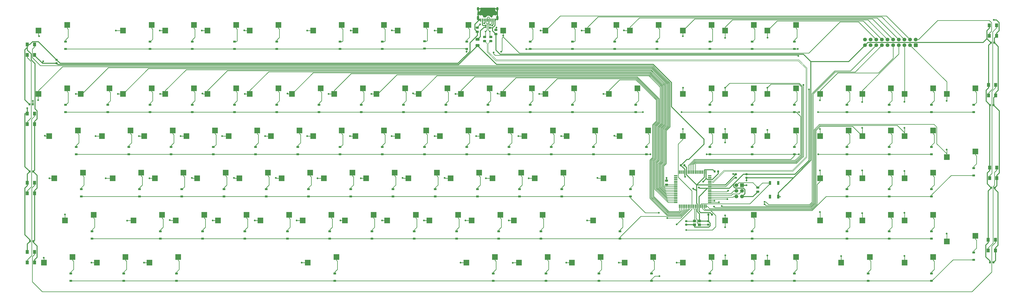
<source format=gbr>
G04 #@! TF.GenerationSoftware,KiCad,Pcbnew,(5.1.4)-1*
G04 #@! TF.CreationDate,2022-01-03T17:18:41-05:00*
G04 #@! TF.ProjectId,DOMAIN-1,444f4d41-494e-42d3-912e-6b696361645f,rev?*
G04 #@! TF.SameCoordinates,Original*
G04 #@! TF.FileFunction,Copper,L2,Bot*
G04 #@! TF.FilePolarity,Positive*
%FSLAX46Y46*%
G04 Gerber Fmt 4.6, Leading zero omitted, Abs format (unit mm)*
G04 Created by KiCad (PCBNEW (5.1.4)-1) date 2022-01-03 17:18:41*
%MOMM*%
%LPD*%
G04 APERTURE LIST*
%ADD10C,0.100000*%
%ADD11C,0.875000*%
%ADD12R,1.400000X1.800000*%
%ADD13R,2.550000X2.500000*%
%ADD14R,1.400000X1.200000*%
%ADD15R,0.600000X1.450000*%
%ADD16R,0.300000X1.450000*%
%ADD17O,1.000000X2.100000*%
%ADD18O,1.000000X1.600000*%
%ADD19R,0.700000X1.000000*%
%ADD20R,0.700000X0.600000*%
%ADD21R,0.550000X1.500000*%
%ADD22R,1.500000X0.550000*%
%ADD23R,1.100000X1.800000*%
%ADD24C,0.975000*%
%ADD25R,1.700000X1.700000*%
%ADD26C,1.700000*%
%ADD27C,1.250000*%
%ADD28R,1.200000X0.900000*%
%ADD29C,0.800000*%
%ADD30C,0.381000*%
%ADD31C,0.250000*%
%ADD32C,0.200000*%
%ADD33C,0.254000*%
G04 APERTURE END LIST*
D10*
G36*
X386294691Y-234603053D02*
G01*
X386315926Y-234606203D01*
X386336750Y-234611419D01*
X386356962Y-234618651D01*
X386376368Y-234627830D01*
X386394781Y-234638866D01*
X386412024Y-234651654D01*
X386427930Y-234666070D01*
X386442346Y-234681976D01*
X386455134Y-234699219D01*
X386466170Y-234717632D01*
X386475349Y-234737038D01*
X386482581Y-234757250D01*
X386487797Y-234778074D01*
X386490947Y-234799309D01*
X386492000Y-234820750D01*
X386492000Y-235333250D01*
X386490947Y-235354691D01*
X386487797Y-235375926D01*
X386482581Y-235396750D01*
X386475349Y-235416962D01*
X386466170Y-235436368D01*
X386455134Y-235454781D01*
X386442346Y-235472024D01*
X386427930Y-235487930D01*
X386412024Y-235502346D01*
X386394781Y-235515134D01*
X386376368Y-235526170D01*
X386356962Y-235535349D01*
X386336750Y-235542581D01*
X386315926Y-235547797D01*
X386294691Y-235550947D01*
X386273250Y-235552000D01*
X385835750Y-235552000D01*
X385814309Y-235550947D01*
X385793074Y-235547797D01*
X385772250Y-235542581D01*
X385752038Y-235535349D01*
X385732632Y-235526170D01*
X385714219Y-235515134D01*
X385696976Y-235502346D01*
X385681070Y-235487930D01*
X385666654Y-235472024D01*
X385653866Y-235454781D01*
X385642830Y-235436368D01*
X385633651Y-235416962D01*
X385626419Y-235396750D01*
X385621203Y-235375926D01*
X385618053Y-235354691D01*
X385617000Y-235333250D01*
X385617000Y-234820750D01*
X385618053Y-234799309D01*
X385621203Y-234778074D01*
X385626419Y-234757250D01*
X385633651Y-234737038D01*
X385642830Y-234717632D01*
X385653866Y-234699219D01*
X385666654Y-234681976D01*
X385681070Y-234666070D01*
X385696976Y-234651654D01*
X385714219Y-234638866D01*
X385732632Y-234627830D01*
X385752038Y-234618651D01*
X385772250Y-234611419D01*
X385793074Y-234606203D01*
X385814309Y-234603053D01*
X385835750Y-234602000D01*
X386273250Y-234602000D01*
X386294691Y-234603053D01*
X386294691Y-234603053D01*
G37*
D11*
X386054500Y-235077000D03*
D10*
G36*
X387869691Y-234603053D02*
G01*
X387890926Y-234606203D01*
X387911750Y-234611419D01*
X387931962Y-234618651D01*
X387951368Y-234627830D01*
X387969781Y-234638866D01*
X387987024Y-234651654D01*
X388002930Y-234666070D01*
X388017346Y-234681976D01*
X388030134Y-234699219D01*
X388041170Y-234717632D01*
X388050349Y-234737038D01*
X388057581Y-234757250D01*
X388062797Y-234778074D01*
X388065947Y-234799309D01*
X388067000Y-234820750D01*
X388067000Y-235333250D01*
X388065947Y-235354691D01*
X388062797Y-235375926D01*
X388057581Y-235396750D01*
X388050349Y-235416962D01*
X388041170Y-235436368D01*
X388030134Y-235454781D01*
X388017346Y-235472024D01*
X388002930Y-235487930D01*
X387987024Y-235502346D01*
X387969781Y-235515134D01*
X387951368Y-235526170D01*
X387931962Y-235535349D01*
X387911750Y-235542581D01*
X387890926Y-235547797D01*
X387869691Y-235550947D01*
X387848250Y-235552000D01*
X387410750Y-235552000D01*
X387389309Y-235550947D01*
X387368074Y-235547797D01*
X387347250Y-235542581D01*
X387327038Y-235535349D01*
X387307632Y-235526170D01*
X387289219Y-235515134D01*
X387271976Y-235502346D01*
X387256070Y-235487930D01*
X387241654Y-235472024D01*
X387228866Y-235454781D01*
X387217830Y-235436368D01*
X387208651Y-235416962D01*
X387201419Y-235396750D01*
X387196203Y-235375926D01*
X387193053Y-235354691D01*
X387192000Y-235333250D01*
X387192000Y-234820750D01*
X387193053Y-234799309D01*
X387196203Y-234778074D01*
X387201419Y-234757250D01*
X387208651Y-234737038D01*
X387217830Y-234717632D01*
X387228866Y-234699219D01*
X387241654Y-234681976D01*
X387256070Y-234666070D01*
X387271976Y-234651654D01*
X387289219Y-234638866D01*
X387307632Y-234627830D01*
X387327038Y-234618651D01*
X387347250Y-234611419D01*
X387368074Y-234606203D01*
X387389309Y-234603053D01*
X387410750Y-234602000D01*
X387848250Y-234602000D01*
X387869691Y-234603053D01*
X387869691Y-234603053D01*
G37*
D11*
X387629500Y-235077000D03*
D12*
X78868000Y-256781000D03*
X82168000Y-256781000D03*
X82168000Y-251981000D03*
X78868000Y-251981000D03*
D10*
G36*
X513675691Y-157006053D02*
G01*
X513696926Y-157009203D01*
X513717750Y-157014419D01*
X513737962Y-157021651D01*
X513757368Y-157030830D01*
X513775781Y-157041866D01*
X513793024Y-157054654D01*
X513808930Y-157069070D01*
X513823346Y-157084976D01*
X513836134Y-157102219D01*
X513847170Y-157120632D01*
X513856349Y-157140038D01*
X513863581Y-157160250D01*
X513868797Y-157181074D01*
X513871947Y-157202309D01*
X513873000Y-157223750D01*
X513873000Y-157736250D01*
X513871947Y-157757691D01*
X513868797Y-157778926D01*
X513863581Y-157799750D01*
X513856349Y-157819962D01*
X513847170Y-157839368D01*
X513836134Y-157857781D01*
X513823346Y-157875024D01*
X513808930Y-157890930D01*
X513793024Y-157905346D01*
X513775781Y-157918134D01*
X513757368Y-157929170D01*
X513737962Y-157938349D01*
X513717750Y-157945581D01*
X513696926Y-157950797D01*
X513675691Y-157953947D01*
X513654250Y-157955000D01*
X513216750Y-157955000D01*
X513195309Y-157953947D01*
X513174074Y-157950797D01*
X513153250Y-157945581D01*
X513133038Y-157938349D01*
X513113632Y-157929170D01*
X513095219Y-157918134D01*
X513077976Y-157905346D01*
X513062070Y-157890930D01*
X513047654Y-157875024D01*
X513034866Y-157857781D01*
X513023830Y-157839368D01*
X513014651Y-157819962D01*
X513007419Y-157799750D01*
X513002203Y-157778926D01*
X512999053Y-157757691D01*
X512998000Y-157736250D01*
X512998000Y-157223750D01*
X512999053Y-157202309D01*
X513002203Y-157181074D01*
X513007419Y-157160250D01*
X513014651Y-157140038D01*
X513023830Y-157120632D01*
X513034866Y-157102219D01*
X513047654Y-157084976D01*
X513062070Y-157069070D01*
X513077976Y-157054654D01*
X513095219Y-157041866D01*
X513113632Y-157030830D01*
X513133038Y-157021651D01*
X513153250Y-157014419D01*
X513174074Y-157009203D01*
X513195309Y-157006053D01*
X513216750Y-157005000D01*
X513654250Y-157005000D01*
X513675691Y-157006053D01*
X513675691Y-157006053D01*
G37*
D11*
X513435500Y-157480000D03*
D10*
G36*
X515250691Y-157006053D02*
G01*
X515271926Y-157009203D01*
X515292750Y-157014419D01*
X515312962Y-157021651D01*
X515332368Y-157030830D01*
X515350781Y-157041866D01*
X515368024Y-157054654D01*
X515383930Y-157069070D01*
X515398346Y-157084976D01*
X515411134Y-157102219D01*
X515422170Y-157120632D01*
X515431349Y-157140038D01*
X515438581Y-157160250D01*
X515443797Y-157181074D01*
X515446947Y-157202309D01*
X515448000Y-157223750D01*
X515448000Y-157736250D01*
X515446947Y-157757691D01*
X515443797Y-157778926D01*
X515438581Y-157799750D01*
X515431349Y-157819962D01*
X515422170Y-157839368D01*
X515411134Y-157857781D01*
X515398346Y-157875024D01*
X515383930Y-157890930D01*
X515368024Y-157905346D01*
X515350781Y-157918134D01*
X515332368Y-157929170D01*
X515312962Y-157938349D01*
X515292750Y-157945581D01*
X515271926Y-157950797D01*
X515250691Y-157953947D01*
X515229250Y-157955000D01*
X514791750Y-157955000D01*
X514770309Y-157953947D01*
X514749074Y-157950797D01*
X514728250Y-157945581D01*
X514708038Y-157938349D01*
X514688632Y-157929170D01*
X514670219Y-157918134D01*
X514652976Y-157905346D01*
X514637070Y-157890930D01*
X514622654Y-157875024D01*
X514609866Y-157857781D01*
X514598830Y-157839368D01*
X514589651Y-157819962D01*
X514582419Y-157799750D01*
X514577203Y-157778926D01*
X514574053Y-157757691D01*
X514573000Y-157736250D01*
X514573000Y-157223750D01*
X514574053Y-157202309D01*
X514577203Y-157181074D01*
X514582419Y-157160250D01*
X514589651Y-157140038D01*
X514598830Y-157120632D01*
X514609866Y-157102219D01*
X514622654Y-157084976D01*
X514637070Y-157069070D01*
X514652976Y-157054654D01*
X514670219Y-157041866D01*
X514688632Y-157030830D01*
X514708038Y-157021651D01*
X514728250Y-157014419D01*
X514749074Y-157009203D01*
X514770309Y-157006053D01*
X514791750Y-157005000D01*
X515229250Y-157005000D01*
X515250691Y-157006053D01*
X515250691Y-157006053D01*
G37*
D11*
X515010500Y-157480000D03*
D10*
G36*
X513294691Y-185200053D02*
G01*
X513315926Y-185203203D01*
X513336750Y-185208419D01*
X513356962Y-185215651D01*
X513376368Y-185224830D01*
X513394781Y-185235866D01*
X513412024Y-185248654D01*
X513427930Y-185263070D01*
X513442346Y-185278976D01*
X513455134Y-185296219D01*
X513466170Y-185314632D01*
X513475349Y-185334038D01*
X513482581Y-185354250D01*
X513487797Y-185375074D01*
X513490947Y-185396309D01*
X513492000Y-185417750D01*
X513492000Y-185930250D01*
X513490947Y-185951691D01*
X513487797Y-185972926D01*
X513482581Y-185993750D01*
X513475349Y-186013962D01*
X513466170Y-186033368D01*
X513455134Y-186051781D01*
X513442346Y-186069024D01*
X513427930Y-186084930D01*
X513412024Y-186099346D01*
X513394781Y-186112134D01*
X513376368Y-186123170D01*
X513356962Y-186132349D01*
X513336750Y-186139581D01*
X513315926Y-186144797D01*
X513294691Y-186147947D01*
X513273250Y-186149000D01*
X512835750Y-186149000D01*
X512814309Y-186147947D01*
X512793074Y-186144797D01*
X512772250Y-186139581D01*
X512752038Y-186132349D01*
X512732632Y-186123170D01*
X512714219Y-186112134D01*
X512696976Y-186099346D01*
X512681070Y-186084930D01*
X512666654Y-186069024D01*
X512653866Y-186051781D01*
X512642830Y-186033368D01*
X512633651Y-186013962D01*
X512626419Y-185993750D01*
X512621203Y-185972926D01*
X512618053Y-185951691D01*
X512617000Y-185930250D01*
X512617000Y-185417750D01*
X512618053Y-185396309D01*
X512621203Y-185375074D01*
X512626419Y-185354250D01*
X512633651Y-185334038D01*
X512642830Y-185314632D01*
X512653866Y-185296219D01*
X512666654Y-185278976D01*
X512681070Y-185263070D01*
X512696976Y-185248654D01*
X512714219Y-185235866D01*
X512732632Y-185224830D01*
X512752038Y-185215651D01*
X512772250Y-185208419D01*
X512793074Y-185203203D01*
X512814309Y-185200053D01*
X512835750Y-185199000D01*
X513273250Y-185199000D01*
X513294691Y-185200053D01*
X513294691Y-185200053D01*
G37*
D11*
X513054500Y-185674000D03*
D10*
G36*
X514869691Y-185200053D02*
G01*
X514890926Y-185203203D01*
X514911750Y-185208419D01*
X514931962Y-185215651D01*
X514951368Y-185224830D01*
X514969781Y-185235866D01*
X514987024Y-185248654D01*
X515002930Y-185263070D01*
X515017346Y-185278976D01*
X515030134Y-185296219D01*
X515041170Y-185314632D01*
X515050349Y-185334038D01*
X515057581Y-185354250D01*
X515062797Y-185375074D01*
X515065947Y-185396309D01*
X515067000Y-185417750D01*
X515067000Y-185930250D01*
X515065947Y-185951691D01*
X515062797Y-185972926D01*
X515057581Y-185993750D01*
X515050349Y-186013962D01*
X515041170Y-186033368D01*
X515030134Y-186051781D01*
X515017346Y-186069024D01*
X515002930Y-186084930D01*
X514987024Y-186099346D01*
X514969781Y-186112134D01*
X514951368Y-186123170D01*
X514931962Y-186132349D01*
X514911750Y-186139581D01*
X514890926Y-186144797D01*
X514869691Y-186147947D01*
X514848250Y-186149000D01*
X514410750Y-186149000D01*
X514389309Y-186147947D01*
X514368074Y-186144797D01*
X514347250Y-186139581D01*
X514327038Y-186132349D01*
X514307632Y-186123170D01*
X514289219Y-186112134D01*
X514271976Y-186099346D01*
X514256070Y-186084930D01*
X514241654Y-186069024D01*
X514228866Y-186051781D01*
X514217830Y-186033368D01*
X514208651Y-186013962D01*
X514201419Y-185993750D01*
X514196203Y-185972926D01*
X514193053Y-185951691D01*
X514192000Y-185930250D01*
X514192000Y-185417750D01*
X514193053Y-185396309D01*
X514196203Y-185375074D01*
X514201419Y-185354250D01*
X514208651Y-185334038D01*
X514217830Y-185314632D01*
X514228866Y-185296219D01*
X514241654Y-185278976D01*
X514256070Y-185263070D01*
X514271976Y-185248654D01*
X514289219Y-185235866D01*
X514307632Y-185224830D01*
X514327038Y-185215651D01*
X514347250Y-185208419D01*
X514368074Y-185203203D01*
X514389309Y-185200053D01*
X514410750Y-185199000D01*
X514848250Y-185199000D01*
X514869691Y-185200053D01*
X514869691Y-185200053D01*
G37*
D11*
X514629500Y-185674000D03*
D10*
G36*
X513802691Y-222538053D02*
G01*
X513823926Y-222541203D01*
X513844750Y-222546419D01*
X513864962Y-222553651D01*
X513884368Y-222562830D01*
X513902781Y-222573866D01*
X513920024Y-222586654D01*
X513935930Y-222601070D01*
X513950346Y-222616976D01*
X513963134Y-222634219D01*
X513974170Y-222652632D01*
X513983349Y-222672038D01*
X513990581Y-222692250D01*
X513995797Y-222713074D01*
X513998947Y-222734309D01*
X514000000Y-222755750D01*
X514000000Y-223268250D01*
X513998947Y-223289691D01*
X513995797Y-223310926D01*
X513990581Y-223331750D01*
X513983349Y-223351962D01*
X513974170Y-223371368D01*
X513963134Y-223389781D01*
X513950346Y-223407024D01*
X513935930Y-223422930D01*
X513920024Y-223437346D01*
X513902781Y-223450134D01*
X513884368Y-223461170D01*
X513864962Y-223470349D01*
X513844750Y-223477581D01*
X513823926Y-223482797D01*
X513802691Y-223485947D01*
X513781250Y-223487000D01*
X513343750Y-223487000D01*
X513322309Y-223485947D01*
X513301074Y-223482797D01*
X513280250Y-223477581D01*
X513260038Y-223470349D01*
X513240632Y-223461170D01*
X513222219Y-223450134D01*
X513204976Y-223437346D01*
X513189070Y-223422930D01*
X513174654Y-223407024D01*
X513161866Y-223389781D01*
X513150830Y-223371368D01*
X513141651Y-223351962D01*
X513134419Y-223331750D01*
X513129203Y-223310926D01*
X513126053Y-223289691D01*
X513125000Y-223268250D01*
X513125000Y-222755750D01*
X513126053Y-222734309D01*
X513129203Y-222713074D01*
X513134419Y-222692250D01*
X513141651Y-222672038D01*
X513150830Y-222652632D01*
X513161866Y-222634219D01*
X513174654Y-222616976D01*
X513189070Y-222601070D01*
X513204976Y-222586654D01*
X513222219Y-222573866D01*
X513240632Y-222562830D01*
X513260038Y-222553651D01*
X513280250Y-222546419D01*
X513301074Y-222541203D01*
X513322309Y-222538053D01*
X513343750Y-222537000D01*
X513781250Y-222537000D01*
X513802691Y-222538053D01*
X513802691Y-222538053D01*
G37*
D11*
X513562500Y-223012000D03*
D10*
G36*
X515377691Y-222538053D02*
G01*
X515398926Y-222541203D01*
X515419750Y-222546419D01*
X515439962Y-222553651D01*
X515459368Y-222562830D01*
X515477781Y-222573866D01*
X515495024Y-222586654D01*
X515510930Y-222601070D01*
X515525346Y-222616976D01*
X515538134Y-222634219D01*
X515549170Y-222652632D01*
X515558349Y-222672038D01*
X515565581Y-222692250D01*
X515570797Y-222713074D01*
X515573947Y-222734309D01*
X515575000Y-222755750D01*
X515575000Y-223268250D01*
X515573947Y-223289691D01*
X515570797Y-223310926D01*
X515565581Y-223331750D01*
X515558349Y-223351962D01*
X515549170Y-223371368D01*
X515538134Y-223389781D01*
X515525346Y-223407024D01*
X515510930Y-223422930D01*
X515495024Y-223437346D01*
X515477781Y-223450134D01*
X515459368Y-223461170D01*
X515439962Y-223470349D01*
X515419750Y-223477581D01*
X515398926Y-223482797D01*
X515377691Y-223485947D01*
X515356250Y-223487000D01*
X514918750Y-223487000D01*
X514897309Y-223485947D01*
X514876074Y-223482797D01*
X514855250Y-223477581D01*
X514835038Y-223470349D01*
X514815632Y-223461170D01*
X514797219Y-223450134D01*
X514779976Y-223437346D01*
X514764070Y-223422930D01*
X514749654Y-223407024D01*
X514736866Y-223389781D01*
X514725830Y-223371368D01*
X514716651Y-223351962D01*
X514709419Y-223331750D01*
X514704203Y-223310926D01*
X514701053Y-223289691D01*
X514700000Y-223268250D01*
X514700000Y-222755750D01*
X514701053Y-222734309D01*
X514704203Y-222713074D01*
X514709419Y-222692250D01*
X514716651Y-222672038D01*
X514725830Y-222652632D01*
X514736866Y-222634219D01*
X514749654Y-222616976D01*
X514764070Y-222601070D01*
X514779976Y-222586654D01*
X514797219Y-222573866D01*
X514815632Y-222562830D01*
X514835038Y-222553651D01*
X514855250Y-222546419D01*
X514876074Y-222541203D01*
X514897309Y-222538053D01*
X514918750Y-222537000D01*
X515356250Y-222537000D01*
X515377691Y-222538053D01*
X515377691Y-222538053D01*
G37*
D11*
X515137500Y-223012000D03*
D10*
G36*
X513269191Y-256193053D02*
G01*
X513290426Y-256196203D01*
X513311250Y-256201419D01*
X513331462Y-256208651D01*
X513350868Y-256217830D01*
X513369281Y-256228866D01*
X513386524Y-256241654D01*
X513402430Y-256256070D01*
X513416846Y-256271976D01*
X513429634Y-256289219D01*
X513440670Y-256307632D01*
X513449849Y-256327038D01*
X513457081Y-256347250D01*
X513462297Y-256368074D01*
X513465447Y-256389309D01*
X513466500Y-256410750D01*
X513466500Y-256923250D01*
X513465447Y-256944691D01*
X513462297Y-256965926D01*
X513457081Y-256986750D01*
X513449849Y-257006962D01*
X513440670Y-257026368D01*
X513429634Y-257044781D01*
X513416846Y-257062024D01*
X513402430Y-257077930D01*
X513386524Y-257092346D01*
X513369281Y-257105134D01*
X513350868Y-257116170D01*
X513331462Y-257125349D01*
X513311250Y-257132581D01*
X513290426Y-257137797D01*
X513269191Y-257140947D01*
X513247750Y-257142000D01*
X512810250Y-257142000D01*
X512788809Y-257140947D01*
X512767574Y-257137797D01*
X512746750Y-257132581D01*
X512726538Y-257125349D01*
X512707132Y-257116170D01*
X512688719Y-257105134D01*
X512671476Y-257092346D01*
X512655570Y-257077930D01*
X512641154Y-257062024D01*
X512628366Y-257044781D01*
X512617330Y-257026368D01*
X512608151Y-257006962D01*
X512600919Y-256986750D01*
X512595703Y-256965926D01*
X512592553Y-256944691D01*
X512591500Y-256923250D01*
X512591500Y-256410750D01*
X512592553Y-256389309D01*
X512595703Y-256368074D01*
X512600919Y-256347250D01*
X512608151Y-256327038D01*
X512617330Y-256307632D01*
X512628366Y-256289219D01*
X512641154Y-256271976D01*
X512655570Y-256256070D01*
X512671476Y-256241654D01*
X512688719Y-256228866D01*
X512707132Y-256217830D01*
X512726538Y-256208651D01*
X512746750Y-256201419D01*
X512767574Y-256196203D01*
X512788809Y-256193053D01*
X512810250Y-256192000D01*
X513247750Y-256192000D01*
X513269191Y-256193053D01*
X513269191Y-256193053D01*
G37*
D11*
X513029000Y-256667000D03*
D10*
G36*
X514844191Y-256193053D02*
G01*
X514865426Y-256196203D01*
X514886250Y-256201419D01*
X514906462Y-256208651D01*
X514925868Y-256217830D01*
X514944281Y-256228866D01*
X514961524Y-256241654D01*
X514977430Y-256256070D01*
X514991846Y-256271976D01*
X515004634Y-256289219D01*
X515015670Y-256307632D01*
X515024849Y-256327038D01*
X515032081Y-256347250D01*
X515037297Y-256368074D01*
X515040447Y-256389309D01*
X515041500Y-256410750D01*
X515041500Y-256923250D01*
X515040447Y-256944691D01*
X515037297Y-256965926D01*
X515032081Y-256986750D01*
X515024849Y-257006962D01*
X515015670Y-257026368D01*
X515004634Y-257044781D01*
X514991846Y-257062024D01*
X514977430Y-257077930D01*
X514961524Y-257092346D01*
X514944281Y-257105134D01*
X514925868Y-257116170D01*
X514906462Y-257125349D01*
X514886250Y-257132581D01*
X514865426Y-257137797D01*
X514844191Y-257140947D01*
X514822750Y-257142000D01*
X514385250Y-257142000D01*
X514363809Y-257140947D01*
X514342574Y-257137797D01*
X514321750Y-257132581D01*
X514301538Y-257125349D01*
X514282132Y-257116170D01*
X514263719Y-257105134D01*
X514246476Y-257092346D01*
X514230570Y-257077930D01*
X514216154Y-257062024D01*
X514203366Y-257044781D01*
X514192330Y-257026368D01*
X514183151Y-257006962D01*
X514175919Y-256986750D01*
X514170703Y-256965926D01*
X514167553Y-256944691D01*
X514166500Y-256923250D01*
X514166500Y-256410750D01*
X514167553Y-256389309D01*
X514170703Y-256368074D01*
X514175919Y-256347250D01*
X514183151Y-256327038D01*
X514192330Y-256307632D01*
X514203366Y-256289219D01*
X514216154Y-256271976D01*
X514230570Y-256256070D01*
X514246476Y-256241654D01*
X514263719Y-256228866D01*
X514282132Y-256217830D01*
X514301538Y-256208651D01*
X514321750Y-256201419D01*
X514342574Y-256196203D01*
X514363809Y-256193053D01*
X514385250Y-256192000D01*
X514822750Y-256192000D01*
X514844191Y-256193053D01*
X514844191Y-256193053D01*
G37*
D11*
X514604000Y-256667000D03*
D10*
G36*
X80351691Y-246668053D02*
G01*
X80372926Y-246671203D01*
X80393750Y-246676419D01*
X80413962Y-246683651D01*
X80433368Y-246692830D01*
X80451781Y-246703866D01*
X80469024Y-246716654D01*
X80484930Y-246731070D01*
X80499346Y-246746976D01*
X80512134Y-246764219D01*
X80523170Y-246782632D01*
X80532349Y-246802038D01*
X80539581Y-246822250D01*
X80544797Y-246843074D01*
X80547947Y-246864309D01*
X80549000Y-246885750D01*
X80549000Y-247398250D01*
X80547947Y-247419691D01*
X80544797Y-247440926D01*
X80539581Y-247461750D01*
X80532349Y-247481962D01*
X80523170Y-247501368D01*
X80512134Y-247519781D01*
X80499346Y-247537024D01*
X80484930Y-247552930D01*
X80469024Y-247567346D01*
X80451781Y-247580134D01*
X80433368Y-247591170D01*
X80413962Y-247600349D01*
X80393750Y-247607581D01*
X80372926Y-247612797D01*
X80351691Y-247615947D01*
X80330250Y-247617000D01*
X79892750Y-247617000D01*
X79871309Y-247615947D01*
X79850074Y-247612797D01*
X79829250Y-247607581D01*
X79809038Y-247600349D01*
X79789632Y-247591170D01*
X79771219Y-247580134D01*
X79753976Y-247567346D01*
X79738070Y-247552930D01*
X79723654Y-247537024D01*
X79710866Y-247519781D01*
X79699830Y-247501368D01*
X79690651Y-247481962D01*
X79683419Y-247461750D01*
X79678203Y-247440926D01*
X79675053Y-247419691D01*
X79674000Y-247398250D01*
X79674000Y-246885750D01*
X79675053Y-246864309D01*
X79678203Y-246843074D01*
X79683419Y-246822250D01*
X79690651Y-246802038D01*
X79699830Y-246782632D01*
X79710866Y-246764219D01*
X79723654Y-246746976D01*
X79738070Y-246731070D01*
X79753976Y-246716654D01*
X79771219Y-246703866D01*
X79789632Y-246692830D01*
X79809038Y-246683651D01*
X79829250Y-246676419D01*
X79850074Y-246671203D01*
X79871309Y-246668053D01*
X79892750Y-246667000D01*
X80330250Y-246667000D01*
X80351691Y-246668053D01*
X80351691Y-246668053D01*
G37*
D11*
X80111500Y-247142000D03*
D10*
G36*
X81926691Y-246668053D02*
G01*
X81947926Y-246671203D01*
X81968750Y-246676419D01*
X81988962Y-246683651D01*
X82008368Y-246692830D01*
X82026781Y-246703866D01*
X82044024Y-246716654D01*
X82059930Y-246731070D01*
X82074346Y-246746976D01*
X82087134Y-246764219D01*
X82098170Y-246782632D01*
X82107349Y-246802038D01*
X82114581Y-246822250D01*
X82119797Y-246843074D01*
X82122947Y-246864309D01*
X82124000Y-246885750D01*
X82124000Y-247398250D01*
X82122947Y-247419691D01*
X82119797Y-247440926D01*
X82114581Y-247461750D01*
X82107349Y-247481962D01*
X82098170Y-247501368D01*
X82087134Y-247519781D01*
X82074346Y-247537024D01*
X82059930Y-247552930D01*
X82044024Y-247567346D01*
X82026781Y-247580134D01*
X82008368Y-247591170D01*
X81988962Y-247600349D01*
X81968750Y-247607581D01*
X81947926Y-247612797D01*
X81926691Y-247615947D01*
X81905250Y-247617000D01*
X81467750Y-247617000D01*
X81446309Y-247615947D01*
X81425074Y-247612797D01*
X81404250Y-247607581D01*
X81384038Y-247600349D01*
X81364632Y-247591170D01*
X81346219Y-247580134D01*
X81328976Y-247567346D01*
X81313070Y-247552930D01*
X81298654Y-247537024D01*
X81285866Y-247519781D01*
X81274830Y-247501368D01*
X81265651Y-247481962D01*
X81258419Y-247461750D01*
X81253203Y-247440926D01*
X81250053Y-247419691D01*
X81249000Y-247398250D01*
X81249000Y-246885750D01*
X81250053Y-246864309D01*
X81253203Y-246843074D01*
X81258419Y-246822250D01*
X81265651Y-246802038D01*
X81274830Y-246782632D01*
X81285866Y-246764219D01*
X81298654Y-246746976D01*
X81313070Y-246731070D01*
X81328976Y-246716654D01*
X81346219Y-246703866D01*
X81364632Y-246692830D01*
X81384038Y-246683651D01*
X81404250Y-246676419D01*
X81425074Y-246671203D01*
X81446309Y-246668053D01*
X81467750Y-246667000D01*
X81905250Y-246667000D01*
X81926691Y-246668053D01*
X81926691Y-246668053D01*
G37*
D11*
X81686500Y-247142000D03*
D10*
G36*
X81799691Y-215172053D02*
G01*
X81820926Y-215175203D01*
X81841750Y-215180419D01*
X81861962Y-215187651D01*
X81881368Y-215196830D01*
X81899781Y-215207866D01*
X81917024Y-215220654D01*
X81932930Y-215235070D01*
X81947346Y-215250976D01*
X81960134Y-215268219D01*
X81971170Y-215286632D01*
X81980349Y-215306038D01*
X81987581Y-215326250D01*
X81992797Y-215347074D01*
X81995947Y-215368309D01*
X81997000Y-215389750D01*
X81997000Y-215902250D01*
X81995947Y-215923691D01*
X81992797Y-215944926D01*
X81987581Y-215965750D01*
X81980349Y-215985962D01*
X81971170Y-216005368D01*
X81960134Y-216023781D01*
X81947346Y-216041024D01*
X81932930Y-216056930D01*
X81917024Y-216071346D01*
X81899781Y-216084134D01*
X81881368Y-216095170D01*
X81861962Y-216104349D01*
X81841750Y-216111581D01*
X81820926Y-216116797D01*
X81799691Y-216119947D01*
X81778250Y-216121000D01*
X81340750Y-216121000D01*
X81319309Y-216119947D01*
X81298074Y-216116797D01*
X81277250Y-216111581D01*
X81257038Y-216104349D01*
X81237632Y-216095170D01*
X81219219Y-216084134D01*
X81201976Y-216071346D01*
X81186070Y-216056930D01*
X81171654Y-216041024D01*
X81158866Y-216023781D01*
X81147830Y-216005368D01*
X81138651Y-215985962D01*
X81131419Y-215965750D01*
X81126203Y-215944926D01*
X81123053Y-215923691D01*
X81122000Y-215902250D01*
X81122000Y-215389750D01*
X81123053Y-215368309D01*
X81126203Y-215347074D01*
X81131419Y-215326250D01*
X81138651Y-215306038D01*
X81147830Y-215286632D01*
X81158866Y-215268219D01*
X81171654Y-215250976D01*
X81186070Y-215235070D01*
X81201976Y-215220654D01*
X81219219Y-215207866D01*
X81237632Y-215196830D01*
X81257038Y-215187651D01*
X81277250Y-215180419D01*
X81298074Y-215175203D01*
X81319309Y-215172053D01*
X81340750Y-215171000D01*
X81778250Y-215171000D01*
X81799691Y-215172053D01*
X81799691Y-215172053D01*
G37*
D11*
X81559500Y-215646000D03*
D10*
G36*
X80224691Y-215172053D02*
G01*
X80245926Y-215175203D01*
X80266750Y-215180419D01*
X80286962Y-215187651D01*
X80306368Y-215196830D01*
X80324781Y-215207866D01*
X80342024Y-215220654D01*
X80357930Y-215235070D01*
X80372346Y-215250976D01*
X80385134Y-215268219D01*
X80396170Y-215286632D01*
X80405349Y-215306038D01*
X80412581Y-215326250D01*
X80417797Y-215347074D01*
X80420947Y-215368309D01*
X80422000Y-215389750D01*
X80422000Y-215902250D01*
X80420947Y-215923691D01*
X80417797Y-215944926D01*
X80412581Y-215965750D01*
X80405349Y-215985962D01*
X80396170Y-216005368D01*
X80385134Y-216023781D01*
X80372346Y-216041024D01*
X80357930Y-216056930D01*
X80342024Y-216071346D01*
X80324781Y-216084134D01*
X80306368Y-216095170D01*
X80286962Y-216104349D01*
X80266750Y-216111581D01*
X80245926Y-216116797D01*
X80224691Y-216119947D01*
X80203250Y-216121000D01*
X79765750Y-216121000D01*
X79744309Y-216119947D01*
X79723074Y-216116797D01*
X79702250Y-216111581D01*
X79682038Y-216104349D01*
X79662632Y-216095170D01*
X79644219Y-216084134D01*
X79626976Y-216071346D01*
X79611070Y-216056930D01*
X79596654Y-216041024D01*
X79583866Y-216023781D01*
X79572830Y-216005368D01*
X79563651Y-215985962D01*
X79556419Y-215965750D01*
X79551203Y-215944926D01*
X79548053Y-215923691D01*
X79547000Y-215902250D01*
X79547000Y-215389750D01*
X79548053Y-215368309D01*
X79551203Y-215347074D01*
X79556419Y-215326250D01*
X79563651Y-215306038D01*
X79572830Y-215286632D01*
X79583866Y-215268219D01*
X79596654Y-215250976D01*
X79611070Y-215235070D01*
X79626976Y-215220654D01*
X79644219Y-215207866D01*
X79662632Y-215196830D01*
X79682038Y-215187651D01*
X79702250Y-215180419D01*
X79723074Y-215175203D01*
X79744309Y-215172053D01*
X79765750Y-215171000D01*
X80203250Y-215171000D01*
X80224691Y-215172053D01*
X80224691Y-215172053D01*
G37*
D11*
X79984500Y-215646000D03*
D10*
G36*
X80097691Y-184819053D02*
G01*
X80118926Y-184822203D01*
X80139750Y-184827419D01*
X80159962Y-184834651D01*
X80179368Y-184843830D01*
X80197781Y-184854866D01*
X80215024Y-184867654D01*
X80230930Y-184882070D01*
X80245346Y-184897976D01*
X80258134Y-184915219D01*
X80269170Y-184933632D01*
X80278349Y-184953038D01*
X80285581Y-184973250D01*
X80290797Y-184994074D01*
X80293947Y-185015309D01*
X80295000Y-185036750D01*
X80295000Y-185549250D01*
X80293947Y-185570691D01*
X80290797Y-185591926D01*
X80285581Y-185612750D01*
X80278349Y-185632962D01*
X80269170Y-185652368D01*
X80258134Y-185670781D01*
X80245346Y-185688024D01*
X80230930Y-185703930D01*
X80215024Y-185718346D01*
X80197781Y-185731134D01*
X80179368Y-185742170D01*
X80159962Y-185751349D01*
X80139750Y-185758581D01*
X80118926Y-185763797D01*
X80097691Y-185766947D01*
X80076250Y-185768000D01*
X79638750Y-185768000D01*
X79617309Y-185766947D01*
X79596074Y-185763797D01*
X79575250Y-185758581D01*
X79555038Y-185751349D01*
X79535632Y-185742170D01*
X79517219Y-185731134D01*
X79499976Y-185718346D01*
X79484070Y-185703930D01*
X79469654Y-185688024D01*
X79456866Y-185670781D01*
X79445830Y-185652368D01*
X79436651Y-185632962D01*
X79429419Y-185612750D01*
X79424203Y-185591926D01*
X79421053Y-185570691D01*
X79420000Y-185549250D01*
X79420000Y-185036750D01*
X79421053Y-185015309D01*
X79424203Y-184994074D01*
X79429419Y-184973250D01*
X79436651Y-184953038D01*
X79445830Y-184933632D01*
X79456866Y-184915219D01*
X79469654Y-184897976D01*
X79484070Y-184882070D01*
X79499976Y-184867654D01*
X79517219Y-184854866D01*
X79535632Y-184843830D01*
X79555038Y-184834651D01*
X79575250Y-184827419D01*
X79596074Y-184822203D01*
X79617309Y-184819053D01*
X79638750Y-184818000D01*
X80076250Y-184818000D01*
X80097691Y-184819053D01*
X80097691Y-184819053D01*
G37*
D11*
X79857500Y-185293000D03*
D10*
G36*
X81672691Y-184819053D02*
G01*
X81693926Y-184822203D01*
X81714750Y-184827419D01*
X81734962Y-184834651D01*
X81754368Y-184843830D01*
X81772781Y-184854866D01*
X81790024Y-184867654D01*
X81805930Y-184882070D01*
X81820346Y-184897976D01*
X81833134Y-184915219D01*
X81844170Y-184933632D01*
X81853349Y-184953038D01*
X81860581Y-184973250D01*
X81865797Y-184994074D01*
X81868947Y-185015309D01*
X81870000Y-185036750D01*
X81870000Y-185549250D01*
X81868947Y-185570691D01*
X81865797Y-185591926D01*
X81860581Y-185612750D01*
X81853349Y-185632962D01*
X81844170Y-185652368D01*
X81833134Y-185670781D01*
X81820346Y-185688024D01*
X81805930Y-185703930D01*
X81790024Y-185718346D01*
X81772781Y-185731134D01*
X81754368Y-185742170D01*
X81734962Y-185751349D01*
X81714750Y-185758581D01*
X81693926Y-185763797D01*
X81672691Y-185766947D01*
X81651250Y-185768000D01*
X81213750Y-185768000D01*
X81192309Y-185766947D01*
X81171074Y-185763797D01*
X81150250Y-185758581D01*
X81130038Y-185751349D01*
X81110632Y-185742170D01*
X81092219Y-185731134D01*
X81074976Y-185718346D01*
X81059070Y-185703930D01*
X81044654Y-185688024D01*
X81031866Y-185670781D01*
X81020830Y-185652368D01*
X81011651Y-185632962D01*
X81004419Y-185612750D01*
X80999203Y-185591926D01*
X80996053Y-185570691D01*
X80995000Y-185549250D01*
X80995000Y-185036750D01*
X80996053Y-185015309D01*
X80999203Y-184994074D01*
X81004419Y-184973250D01*
X81011651Y-184953038D01*
X81020830Y-184933632D01*
X81031866Y-184915219D01*
X81044654Y-184897976D01*
X81059070Y-184882070D01*
X81074976Y-184867654D01*
X81092219Y-184854866D01*
X81110632Y-184843830D01*
X81130038Y-184834651D01*
X81150250Y-184827419D01*
X81171074Y-184822203D01*
X81192309Y-184819053D01*
X81213750Y-184818000D01*
X81651250Y-184818000D01*
X81672691Y-184819053D01*
X81672691Y-184819053D01*
G37*
D11*
X81432500Y-185293000D03*
D10*
G36*
X92352691Y-164765053D02*
G01*
X92373926Y-164768203D01*
X92394750Y-164773419D01*
X92414962Y-164780651D01*
X92434368Y-164789830D01*
X92452781Y-164800866D01*
X92470024Y-164813654D01*
X92485930Y-164828070D01*
X92500346Y-164843976D01*
X92513134Y-164861219D01*
X92524170Y-164879632D01*
X92533349Y-164899038D01*
X92540581Y-164919250D01*
X92545797Y-164940074D01*
X92548947Y-164961309D01*
X92550000Y-164982750D01*
X92550000Y-165420250D01*
X92548947Y-165441691D01*
X92545797Y-165462926D01*
X92540581Y-165483750D01*
X92533349Y-165503962D01*
X92524170Y-165523368D01*
X92513134Y-165541781D01*
X92500346Y-165559024D01*
X92485930Y-165574930D01*
X92470024Y-165589346D01*
X92452781Y-165602134D01*
X92434368Y-165613170D01*
X92414962Y-165622349D01*
X92394750Y-165629581D01*
X92373926Y-165634797D01*
X92352691Y-165637947D01*
X92331250Y-165639000D01*
X91818750Y-165639000D01*
X91797309Y-165637947D01*
X91776074Y-165634797D01*
X91755250Y-165629581D01*
X91735038Y-165622349D01*
X91715632Y-165613170D01*
X91697219Y-165602134D01*
X91679976Y-165589346D01*
X91664070Y-165574930D01*
X91649654Y-165559024D01*
X91636866Y-165541781D01*
X91625830Y-165523368D01*
X91616651Y-165503962D01*
X91609419Y-165483750D01*
X91604203Y-165462926D01*
X91601053Y-165441691D01*
X91600000Y-165420250D01*
X91600000Y-164982750D01*
X91601053Y-164961309D01*
X91604203Y-164940074D01*
X91609419Y-164919250D01*
X91616651Y-164899038D01*
X91625830Y-164879632D01*
X91636866Y-164861219D01*
X91649654Y-164843976D01*
X91664070Y-164828070D01*
X91679976Y-164813654D01*
X91697219Y-164800866D01*
X91715632Y-164789830D01*
X91735038Y-164780651D01*
X91755250Y-164773419D01*
X91776074Y-164768203D01*
X91797309Y-164765053D01*
X91818750Y-164764000D01*
X92331250Y-164764000D01*
X92352691Y-164765053D01*
X92352691Y-164765053D01*
G37*
D11*
X92075000Y-165201500D03*
D10*
G36*
X92352691Y-166340053D02*
G01*
X92373926Y-166343203D01*
X92394750Y-166348419D01*
X92414962Y-166355651D01*
X92434368Y-166364830D01*
X92452781Y-166375866D01*
X92470024Y-166388654D01*
X92485930Y-166403070D01*
X92500346Y-166418976D01*
X92513134Y-166436219D01*
X92524170Y-166454632D01*
X92533349Y-166474038D01*
X92540581Y-166494250D01*
X92545797Y-166515074D01*
X92548947Y-166536309D01*
X92550000Y-166557750D01*
X92550000Y-166995250D01*
X92548947Y-167016691D01*
X92545797Y-167037926D01*
X92540581Y-167058750D01*
X92533349Y-167078962D01*
X92524170Y-167098368D01*
X92513134Y-167116781D01*
X92500346Y-167134024D01*
X92485930Y-167149930D01*
X92470024Y-167164346D01*
X92452781Y-167177134D01*
X92434368Y-167188170D01*
X92414962Y-167197349D01*
X92394750Y-167204581D01*
X92373926Y-167209797D01*
X92352691Y-167212947D01*
X92331250Y-167214000D01*
X91818750Y-167214000D01*
X91797309Y-167212947D01*
X91776074Y-167209797D01*
X91755250Y-167204581D01*
X91735038Y-167197349D01*
X91715632Y-167188170D01*
X91697219Y-167177134D01*
X91679976Y-167164346D01*
X91664070Y-167149930D01*
X91649654Y-167134024D01*
X91636866Y-167116781D01*
X91625830Y-167098368D01*
X91616651Y-167078962D01*
X91609419Y-167058750D01*
X91604203Y-167037926D01*
X91601053Y-167016691D01*
X91600000Y-166995250D01*
X91600000Y-166557750D01*
X91601053Y-166536309D01*
X91604203Y-166515074D01*
X91609419Y-166494250D01*
X91616651Y-166474038D01*
X91625830Y-166454632D01*
X91636866Y-166436219D01*
X91649654Y-166418976D01*
X91664070Y-166403070D01*
X91679976Y-166388654D01*
X91697219Y-166375866D01*
X91715632Y-166364830D01*
X91735038Y-166355651D01*
X91755250Y-166348419D01*
X91776074Y-166343203D01*
X91797309Y-166340053D01*
X91818750Y-166339000D01*
X92331250Y-166339000D01*
X92352691Y-166340053D01*
X92352691Y-166340053D01*
G37*
D11*
X92075000Y-166776500D03*
D13*
X506476000Y-244729000D03*
X493549000Y-247269000D03*
X506476000Y-206629000D03*
X493549000Y-209169000D03*
D14*
X379773000Y-239737000D03*
X381973000Y-239737000D03*
X381973000Y-238037000D03*
X379773000Y-238037000D03*
D15*
X289737000Y-147268000D03*
X283287000Y-147268000D03*
X288962000Y-147268000D03*
X284062000Y-147268000D03*
D16*
X284762000Y-147268000D03*
X288262000Y-147268000D03*
X285262000Y-147268000D03*
X287762000Y-147268000D03*
X285762000Y-147268000D03*
X287262000Y-147268000D03*
X286762000Y-147268000D03*
X286262000Y-147268000D03*
D17*
X282192000Y-146353000D03*
X290832000Y-146353000D03*
D18*
X282192000Y-142173000D03*
X290832000Y-142173000D03*
D19*
X287512000Y-150761000D03*
D20*
X285512000Y-150561000D03*
X287512000Y-152461000D03*
X285512000Y-152461000D03*
D21*
X384968000Y-215947000D03*
X384168000Y-215947000D03*
X383368000Y-215947000D03*
X382568000Y-215947000D03*
X381768000Y-215947000D03*
X380968000Y-215947000D03*
X380168000Y-215947000D03*
X379368000Y-215947000D03*
X378568000Y-215947000D03*
X377768000Y-215947000D03*
X376968000Y-215947000D03*
X376168000Y-215947000D03*
X375368000Y-215947000D03*
X374568000Y-215947000D03*
X373768000Y-215947000D03*
X372968000Y-215947000D03*
D22*
X371268000Y-217647000D03*
X371268000Y-218447000D03*
X371268000Y-219247000D03*
X371268000Y-220047000D03*
X371268000Y-220847000D03*
X371268000Y-221647000D03*
X371268000Y-222447000D03*
X371268000Y-223247000D03*
X371268000Y-224047000D03*
X371268000Y-224847000D03*
X371268000Y-225647000D03*
X371268000Y-226447000D03*
X371268000Y-227247000D03*
X371268000Y-228047000D03*
X371268000Y-228847000D03*
X371268000Y-229647000D03*
D21*
X372968000Y-231347000D03*
X373768000Y-231347000D03*
X374568000Y-231347000D03*
X375368000Y-231347000D03*
X376168000Y-231347000D03*
X376968000Y-231347000D03*
X377768000Y-231347000D03*
X378568000Y-231347000D03*
X379368000Y-231347000D03*
X380168000Y-231347000D03*
X380968000Y-231347000D03*
X381768000Y-231347000D03*
X382568000Y-231347000D03*
X383368000Y-231347000D03*
X384168000Y-231347000D03*
X384968000Y-231347000D03*
D22*
X386668000Y-229647000D03*
X386668000Y-228847000D03*
X386668000Y-228047000D03*
X386668000Y-227247000D03*
X386668000Y-226447000D03*
X386668000Y-225647000D03*
X386668000Y-224847000D03*
X386668000Y-224047000D03*
X386668000Y-223247000D03*
X386668000Y-222447000D03*
X386668000Y-221647000D03*
X386668000Y-220847000D03*
X386668000Y-220047000D03*
X386668000Y-219247000D03*
X386668000Y-218447000D03*
X386668000Y-217647000D03*
D23*
X417521000Y-220801000D03*
X413821000Y-227001000D03*
X413821000Y-220801000D03*
X417521000Y-227001000D03*
D10*
G36*
X290675142Y-151230174D02*
G01*
X290698803Y-151233684D01*
X290722007Y-151239496D01*
X290744529Y-151247554D01*
X290766153Y-151257782D01*
X290786670Y-151270079D01*
X290805883Y-151284329D01*
X290823607Y-151300393D01*
X290839671Y-151318117D01*
X290853921Y-151337330D01*
X290866218Y-151357847D01*
X290876446Y-151379471D01*
X290884504Y-151401993D01*
X290890316Y-151425197D01*
X290893826Y-151448858D01*
X290895000Y-151472750D01*
X290895000Y-151960250D01*
X290893826Y-151984142D01*
X290890316Y-152007803D01*
X290884504Y-152031007D01*
X290876446Y-152053529D01*
X290866218Y-152075153D01*
X290853921Y-152095670D01*
X290839671Y-152114883D01*
X290823607Y-152132607D01*
X290805883Y-152148671D01*
X290786670Y-152162921D01*
X290766153Y-152175218D01*
X290744529Y-152185446D01*
X290722007Y-152193504D01*
X290698803Y-152199316D01*
X290675142Y-152202826D01*
X290651250Y-152204000D01*
X289738750Y-152204000D01*
X289714858Y-152202826D01*
X289691197Y-152199316D01*
X289667993Y-152193504D01*
X289645471Y-152185446D01*
X289623847Y-152175218D01*
X289603330Y-152162921D01*
X289584117Y-152148671D01*
X289566393Y-152132607D01*
X289550329Y-152114883D01*
X289536079Y-152095670D01*
X289523782Y-152075153D01*
X289513554Y-152053529D01*
X289505496Y-152031007D01*
X289499684Y-152007803D01*
X289496174Y-151984142D01*
X289495000Y-151960250D01*
X289495000Y-151472750D01*
X289496174Y-151448858D01*
X289499684Y-151425197D01*
X289505496Y-151401993D01*
X289513554Y-151379471D01*
X289523782Y-151357847D01*
X289536079Y-151337330D01*
X289550329Y-151318117D01*
X289566393Y-151300393D01*
X289584117Y-151284329D01*
X289603330Y-151270079D01*
X289623847Y-151257782D01*
X289645471Y-151247554D01*
X289667993Y-151239496D01*
X289691197Y-151233684D01*
X289714858Y-151230174D01*
X289738750Y-151229000D01*
X290651250Y-151229000D01*
X290675142Y-151230174D01*
X290675142Y-151230174D01*
G37*
D24*
X290195000Y-151716500D03*
D10*
G36*
X290675142Y-153105174D02*
G01*
X290698803Y-153108684D01*
X290722007Y-153114496D01*
X290744529Y-153122554D01*
X290766153Y-153132782D01*
X290786670Y-153145079D01*
X290805883Y-153159329D01*
X290823607Y-153175393D01*
X290839671Y-153193117D01*
X290853921Y-153212330D01*
X290866218Y-153232847D01*
X290876446Y-153254471D01*
X290884504Y-153276993D01*
X290890316Y-153300197D01*
X290893826Y-153323858D01*
X290895000Y-153347750D01*
X290895000Y-153835250D01*
X290893826Y-153859142D01*
X290890316Y-153882803D01*
X290884504Y-153906007D01*
X290876446Y-153928529D01*
X290866218Y-153950153D01*
X290853921Y-153970670D01*
X290839671Y-153989883D01*
X290823607Y-154007607D01*
X290805883Y-154023671D01*
X290786670Y-154037921D01*
X290766153Y-154050218D01*
X290744529Y-154060446D01*
X290722007Y-154068504D01*
X290698803Y-154074316D01*
X290675142Y-154077826D01*
X290651250Y-154079000D01*
X289738750Y-154079000D01*
X289714858Y-154077826D01*
X289691197Y-154074316D01*
X289667993Y-154068504D01*
X289645471Y-154060446D01*
X289623847Y-154050218D01*
X289603330Y-154037921D01*
X289584117Y-154023671D01*
X289566393Y-154007607D01*
X289550329Y-153989883D01*
X289536079Y-153970670D01*
X289523782Y-153950153D01*
X289513554Y-153928529D01*
X289505496Y-153906007D01*
X289499684Y-153882803D01*
X289496174Y-153859142D01*
X289495000Y-153835250D01*
X289495000Y-153347750D01*
X289496174Y-153323858D01*
X289499684Y-153300197D01*
X289505496Y-153276993D01*
X289513554Y-153254471D01*
X289523782Y-153232847D01*
X289536079Y-153212330D01*
X289550329Y-153193117D01*
X289566393Y-153175393D01*
X289584117Y-153159329D01*
X289603330Y-153145079D01*
X289623847Y-153132782D01*
X289645471Y-153122554D01*
X289667993Y-153114496D01*
X289691197Y-153108684D01*
X289714858Y-153105174D01*
X289738750Y-153104000D01*
X290651250Y-153104000D01*
X290675142Y-153105174D01*
X290675142Y-153105174D01*
G37*
D24*
X290195000Y-153591500D03*
D10*
G36*
X282293142Y-150214174D02*
G01*
X282316803Y-150217684D01*
X282340007Y-150223496D01*
X282362529Y-150231554D01*
X282384153Y-150241782D01*
X282404670Y-150254079D01*
X282423883Y-150268329D01*
X282441607Y-150284393D01*
X282457671Y-150302117D01*
X282471921Y-150321330D01*
X282484218Y-150341847D01*
X282494446Y-150363471D01*
X282502504Y-150385993D01*
X282508316Y-150409197D01*
X282511826Y-150432858D01*
X282513000Y-150456750D01*
X282513000Y-150944250D01*
X282511826Y-150968142D01*
X282508316Y-150991803D01*
X282502504Y-151015007D01*
X282494446Y-151037529D01*
X282484218Y-151059153D01*
X282471921Y-151079670D01*
X282457671Y-151098883D01*
X282441607Y-151116607D01*
X282423883Y-151132671D01*
X282404670Y-151146921D01*
X282384153Y-151159218D01*
X282362529Y-151169446D01*
X282340007Y-151177504D01*
X282316803Y-151183316D01*
X282293142Y-151186826D01*
X282269250Y-151188000D01*
X281356750Y-151188000D01*
X281332858Y-151186826D01*
X281309197Y-151183316D01*
X281285993Y-151177504D01*
X281263471Y-151169446D01*
X281241847Y-151159218D01*
X281221330Y-151146921D01*
X281202117Y-151132671D01*
X281184393Y-151116607D01*
X281168329Y-151098883D01*
X281154079Y-151079670D01*
X281141782Y-151059153D01*
X281131554Y-151037529D01*
X281123496Y-151015007D01*
X281117684Y-150991803D01*
X281114174Y-150968142D01*
X281113000Y-150944250D01*
X281113000Y-150456750D01*
X281114174Y-150432858D01*
X281117684Y-150409197D01*
X281123496Y-150385993D01*
X281131554Y-150363471D01*
X281141782Y-150341847D01*
X281154079Y-150321330D01*
X281168329Y-150302117D01*
X281184393Y-150284393D01*
X281202117Y-150268329D01*
X281221330Y-150254079D01*
X281241847Y-150241782D01*
X281263471Y-150231554D01*
X281285993Y-150223496D01*
X281309197Y-150217684D01*
X281332858Y-150214174D01*
X281356750Y-150213000D01*
X282269250Y-150213000D01*
X282293142Y-150214174D01*
X282293142Y-150214174D01*
G37*
D24*
X281813000Y-150700500D03*
D10*
G36*
X282293142Y-152089174D02*
G01*
X282316803Y-152092684D01*
X282340007Y-152098496D01*
X282362529Y-152106554D01*
X282384153Y-152116782D01*
X282404670Y-152129079D01*
X282423883Y-152143329D01*
X282441607Y-152159393D01*
X282457671Y-152177117D01*
X282471921Y-152196330D01*
X282484218Y-152216847D01*
X282494446Y-152238471D01*
X282502504Y-152260993D01*
X282508316Y-152284197D01*
X282511826Y-152307858D01*
X282513000Y-152331750D01*
X282513000Y-152819250D01*
X282511826Y-152843142D01*
X282508316Y-152866803D01*
X282502504Y-152890007D01*
X282494446Y-152912529D01*
X282484218Y-152934153D01*
X282471921Y-152954670D01*
X282457671Y-152973883D01*
X282441607Y-152991607D01*
X282423883Y-153007671D01*
X282404670Y-153021921D01*
X282384153Y-153034218D01*
X282362529Y-153044446D01*
X282340007Y-153052504D01*
X282316803Y-153058316D01*
X282293142Y-153061826D01*
X282269250Y-153063000D01*
X281356750Y-153063000D01*
X281332858Y-153061826D01*
X281309197Y-153058316D01*
X281285993Y-153052504D01*
X281263471Y-153044446D01*
X281241847Y-153034218D01*
X281221330Y-153021921D01*
X281202117Y-153007671D01*
X281184393Y-152991607D01*
X281168329Y-152973883D01*
X281154079Y-152954670D01*
X281141782Y-152934153D01*
X281131554Y-152912529D01*
X281123496Y-152890007D01*
X281117684Y-152866803D01*
X281114174Y-152843142D01*
X281113000Y-152819250D01*
X281113000Y-152331750D01*
X281114174Y-152307858D01*
X281117684Y-152284197D01*
X281123496Y-152260993D01*
X281131554Y-152238471D01*
X281141782Y-152216847D01*
X281154079Y-152196330D01*
X281168329Y-152177117D01*
X281184393Y-152159393D01*
X281202117Y-152143329D01*
X281221330Y-152129079D01*
X281241847Y-152116782D01*
X281263471Y-152106554D01*
X281285993Y-152098496D01*
X281309197Y-152092684D01*
X281332858Y-152089174D01*
X281356750Y-152088000D01*
X282269250Y-152088000D01*
X282293142Y-152089174D01*
X282293142Y-152089174D01*
G37*
D24*
X281813000Y-152575500D03*
D10*
G36*
X367637142Y-219302174D02*
G01*
X367660803Y-219305684D01*
X367684007Y-219311496D01*
X367706529Y-219319554D01*
X367728153Y-219329782D01*
X367748670Y-219342079D01*
X367767883Y-219356329D01*
X367785607Y-219372393D01*
X367801671Y-219390117D01*
X367815921Y-219409330D01*
X367828218Y-219429847D01*
X367838446Y-219451471D01*
X367846504Y-219473993D01*
X367852316Y-219497197D01*
X367855826Y-219520858D01*
X367857000Y-219544750D01*
X367857000Y-220032250D01*
X367855826Y-220056142D01*
X367852316Y-220079803D01*
X367846504Y-220103007D01*
X367838446Y-220125529D01*
X367828218Y-220147153D01*
X367815921Y-220167670D01*
X367801671Y-220186883D01*
X367785607Y-220204607D01*
X367767883Y-220220671D01*
X367748670Y-220234921D01*
X367728153Y-220247218D01*
X367706529Y-220257446D01*
X367684007Y-220265504D01*
X367660803Y-220271316D01*
X367637142Y-220274826D01*
X367613250Y-220276000D01*
X366700750Y-220276000D01*
X366676858Y-220274826D01*
X366653197Y-220271316D01*
X366629993Y-220265504D01*
X366607471Y-220257446D01*
X366585847Y-220247218D01*
X366565330Y-220234921D01*
X366546117Y-220220671D01*
X366528393Y-220204607D01*
X366512329Y-220186883D01*
X366498079Y-220167670D01*
X366485782Y-220147153D01*
X366475554Y-220125529D01*
X366467496Y-220103007D01*
X366461684Y-220079803D01*
X366458174Y-220056142D01*
X366457000Y-220032250D01*
X366457000Y-219544750D01*
X366458174Y-219520858D01*
X366461684Y-219497197D01*
X366467496Y-219473993D01*
X366475554Y-219451471D01*
X366485782Y-219429847D01*
X366498079Y-219409330D01*
X366512329Y-219390117D01*
X366528393Y-219372393D01*
X366546117Y-219356329D01*
X366565330Y-219342079D01*
X366585847Y-219329782D01*
X366607471Y-219319554D01*
X366629993Y-219311496D01*
X366653197Y-219305684D01*
X366676858Y-219302174D01*
X366700750Y-219301000D01*
X367613250Y-219301000D01*
X367637142Y-219302174D01*
X367637142Y-219302174D01*
G37*
D24*
X367157000Y-219788500D03*
D10*
G36*
X367637142Y-221177174D02*
G01*
X367660803Y-221180684D01*
X367684007Y-221186496D01*
X367706529Y-221194554D01*
X367728153Y-221204782D01*
X367748670Y-221217079D01*
X367767883Y-221231329D01*
X367785607Y-221247393D01*
X367801671Y-221265117D01*
X367815921Y-221284330D01*
X367828218Y-221304847D01*
X367838446Y-221326471D01*
X367846504Y-221348993D01*
X367852316Y-221372197D01*
X367855826Y-221395858D01*
X367857000Y-221419750D01*
X367857000Y-221907250D01*
X367855826Y-221931142D01*
X367852316Y-221954803D01*
X367846504Y-221978007D01*
X367838446Y-222000529D01*
X367828218Y-222022153D01*
X367815921Y-222042670D01*
X367801671Y-222061883D01*
X367785607Y-222079607D01*
X367767883Y-222095671D01*
X367748670Y-222109921D01*
X367728153Y-222122218D01*
X367706529Y-222132446D01*
X367684007Y-222140504D01*
X367660803Y-222146316D01*
X367637142Y-222149826D01*
X367613250Y-222151000D01*
X366700750Y-222151000D01*
X366676858Y-222149826D01*
X366653197Y-222146316D01*
X366629993Y-222140504D01*
X366607471Y-222132446D01*
X366585847Y-222122218D01*
X366565330Y-222109921D01*
X366546117Y-222095671D01*
X366528393Y-222079607D01*
X366512329Y-222061883D01*
X366498079Y-222042670D01*
X366485782Y-222022153D01*
X366475554Y-222000529D01*
X366467496Y-221978007D01*
X366461684Y-221954803D01*
X366458174Y-221931142D01*
X366457000Y-221907250D01*
X366457000Y-221419750D01*
X366458174Y-221395858D01*
X366461684Y-221372197D01*
X366467496Y-221348993D01*
X366475554Y-221326471D01*
X366485782Y-221304847D01*
X366498079Y-221284330D01*
X366512329Y-221265117D01*
X366528393Y-221247393D01*
X366546117Y-221231329D01*
X366565330Y-221217079D01*
X366585847Y-221204782D01*
X366607471Y-221194554D01*
X366629993Y-221186496D01*
X366653197Y-221180684D01*
X366676858Y-221177174D01*
X366700750Y-221176000D01*
X367613250Y-221176000D01*
X367637142Y-221177174D01*
X367637142Y-221177174D01*
G37*
D24*
X367157000Y-221663500D03*
D10*
G36*
X288389142Y-154405174D02*
G01*
X288412803Y-154408684D01*
X288436007Y-154414496D01*
X288458529Y-154422554D01*
X288480153Y-154432782D01*
X288500670Y-154445079D01*
X288519883Y-154459329D01*
X288537607Y-154475393D01*
X288553671Y-154493117D01*
X288567921Y-154512330D01*
X288580218Y-154532847D01*
X288590446Y-154554471D01*
X288598504Y-154576993D01*
X288604316Y-154600197D01*
X288607826Y-154623858D01*
X288609000Y-154647750D01*
X288609000Y-155135250D01*
X288607826Y-155159142D01*
X288604316Y-155182803D01*
X288598504Y-155206007D01*
X288590446Y-155228529D01*
X288580218Y-155250153D01*
X288567921Y-155270670D01*
X288553671Y-155289883D01*
X288537607Y-155307607D01*
X288519883Y-155323671D01*
X288500670Y-155337921D01*
X288480153Y-155350218D01*
X288458529Y-155360446D01*
X288436007Y-155368504D01*
X288412803Y-155374316D01*
X288389142Y-155377826D01*
X288365250Y-155379000D01*
X287452750Y-155379000D01*
X287428858Y-155377826D01*
X287405197Y-155374316D01*
X287381993Y-155368504D01*
X287359471Y-155360446D01*
X287337847Y-155350218D01*
X287317330Y-155337921D01*
X287298117Y-155323671D01*
X287280393Y-155307607D01*
X287264329Y-155289883D01*
X287250079Y-155270670D01*
X287237782Y-155250153D01*
X287227554Y-155228529D01*
X287219496Y-155206007D01*
X287213684Y-155182803D01*
X287210174Y-155159142D01*
X287209000Y-155135250D01*
X287209000Y-154647750D01*
X287210174Y-154623858D01*
X287213684Y-154600197D01*
X287219496Y-154576993D01*
X287227554Y-154554471D01*
X287237782Y-154532847D01*
X287250079Y-154512330D01*
X287264329Y-154493117D01*
X287280393Y-154475393D01*
X287298117Y-154459329D01*
X287317330Y-154445079D01*
X287337847Y-154432782D01*
X287359471Y-154422554D01*
X287381993Y-154414496D01*
X287405197Y-154408684D01*
X287428858Y-154405174D01*
X287452750Y-154404000D01*
X288365250Y-154404000D01*
X288389142Y-154405174D01*
X288389142Y-154405174D01*
G37*
D24*
X287909000Y-154891500D03*
D10*
G36*
X288389142Y-156280174D02*
G01*
X288412803Y-156283684D01*
X288436007Y-156289496D01*
X288458529Y-156297554D01*
X288480153Y-156307782D01*
X288500670Y-156320079D01*
X288519883Y-156334329D01*
X288537607Y-156350393D01*
X288553671Y-156368117D01*
X288567921Y-156387330D01*
X288580218Y-156407847D01*
X288590446Y-156429471D01*
X288598504Y-156451993D01*
X288604316Y-156475197D01*
X288607826Y-156498858D01*
X288609000Y-156522750D01*
X288609000Y-157010250D01*
X288607826Y-157034142D01*
X288604316Y-157057803D01*
X288598504Y-157081007D01*
X288590446Y-157103529D01*
X288580218Y-157125153D01*
X288567921Y-157145670D01*
X288553671Y-157164883D01*
X288537607Y-157182607D01*
X288519883Y-157198671D01*
X288500670Y-157212921D01*
X288480153Y-157225218D01*
X288458529Y-157235446D01*
X288436007Y-157243504D01*
X288412803Y-157249316D01*
X288389142Y-157252826D01*
X288365250Y-157254000D01*
X287452750Y-157254000D01*
X287428858Y-157252826D01*
X287405197Y-157249316D01*
X287381993Y-157243504D01*
X287359471Y-157235446D01*
X287337847Y-157225218D01*
X287317330Y-157212921D01*
X287298117Y-157198671D01*
X287280393Y-157182607D01*
X287264329Y-157164883D01*
X287250079Y-157145670D01*
X287237782Y-157125153D01*
X287227554Y-157103529D01*
X287219496Y-157081007D01*
X287213684Y-157057803D01*
X287210174Y-157034142D01*
X287209000Y-157010250D01*
X287209000Y-156522750D01*
X287210174Y-156498858D01*
X287213684Y-156475197D01*
X287219496Y-156451993D01*
X287227554Y-156429471D01*
X287237782Y-156407847D01*
X287250079Y-156387330D01*
X287264329Y-156368117D01*
X287280393Y-156350393D01*
X287298117Y-156334329D01*
X287317330Y-156320079D01*
X287337847Y-156307782D01*
X287359471Y-156297554D01*
X287381993Y-156289496D01*
X287405197Y-156283684D01*
X287428858Y-156280174D01*
X287452750Y-156279000D01*
X288365250Y-156279000D01*
X288389142Y-156280174D01*
X288389142Y-156280174D01*
G37*
D24*
X287909000Y-156766500D03*
D10*
G36*
X285595142Y-154405174D02*
G01*
X285618803Y-154408684D01*
X285642007Y-154414496D01*
X285664529Y-154422554D01*
X285686153Y-154432782D01*
X285706670Y-154445079D01*
X285725883Y-154459329D01*
X285743607Y-154475393D01*
X285759671Y-154493117D01*
X285773921Y-154512330D01*
X285786218Y-154532847D01*
X285796446Y-154554471D01*
X285804504Y-154576993D01*
X285810316Y-154600197D01*
X285813826Y-154623858D01*
X285815000Y-154647750D01*
X285815000Y-155135250D01*
X285813826Y-155159142D01*
X285810316Y-155182803D01*
X285804504Y-155206007D01*
X285796446Y-155228529D01*
X285786218Y-155250153D01*
X285773921Y-155270670D01*
X285759671Y-155289883D01*
X285743607Y-155307607D01*
X285725883Y-155323671D01*
X285706670Y-155337921D01*
X285686153Y-155350218D01*
X285664529Y-155360446D01*
X285642007Y-155368504D01*
X285618803Y-155374316D01*
X285595142Y-155377826D01*
X285571250Y-155379000D01*
X284658750Y-155379000D01*
X284634858Y-155377826D01*
X284611197Y-155374316D01*
X284587993Y-155368504D01*
X284565471Y-155360446D01*
X284543847Y-155350218D01*
X284523330Y-155337921D01*
X284504117Y-155323671D01*
X284486393Y-155307607D01*
X284470329Y-155289883D01*
X284456079Y-155270670D01*
X284443782Y-155250153D01*
X284433554Y-155228529D01*
X284425496Y-155206007D01*
X284419684Y-155182803D01*
X284416174Y-155159142D01*
X284415000Y-155135250D01*
X284415000Y-154647750D01*
X284416174Y-154623858D01*
X284419684Y-154600197D01*
X284425496Y-154576993D01*
X284433554Y-154554471D01*
X284443782Y-154532847D01*
X284456079Y-154512330D01*
X284470329Y-154493117D01*
X284486393Y-154475393D01*
X284504117Y-154459329D01*
X284523330Y-154445079D01*
X284543847Y-154432782D01*
X284565471Y-154422554D01*
X284587993Y-154414496D01*
X284611197Y-154408684D01*
X284634858Y-154405174D01*
X284658750Y-154404000D01*
X285571250Y-154404000D01*
X285595142Y-154405174D01*
X285595142Y-154405174D01*
G37*
D24*
X285115000Y-154891500D03*
D10*
G36*
X285595142Y-156280174D02*
G01*
X285618803Y-156283684D01*
X285642007Y-156289496D01*
X285664529Y-156297554D01*
X285686153Y-156307782D01*
X285706670Y-156320079D01*
X285725883Y-156334329D01*
X285743607Y-156350393D01*
X285759671Y-156368117D01*
X285773921Y-156387330D01*
X285786218Y-156407847D01*
X285796446Y-156429471D01*
X285804504Y-156451993D01*
X285810316Y-156475197D01*
X285813826Y-156498858D01*
X285815000Y-156522750D01*
X285815000Y-157010250D01*
X285813826Y-157034142D01*
X285810316Y-157057803D01*
X285804504Y-157081007D01*
X285796446Y-157103529D01*
X285786218Y-157125153D01*
X285773921Y-157145670D01*
X285759671Y-157164883D01*
X285743607Y-157182607D01*
X285725883Y-157198671D01*
X285706670Y-157212921D01*
X285686153Y-157225218D01*
X285664529Y-157235446D01*
X285642007Y-157243504D01*
X285618803Y-157249316D01*
X285595142Y-157252826D01*
X285571250Y-157254000D01*
X284658750Y-157254000D01*
X284634858Y-157252826D01*
X284611197Y-157249316D01*
X284587993Y-157243504D01*
X284565471Y-157235446D01*
X284543847Y-157225218D01*
X284523330Y-157212921D01*
X284504117Y-157198671D01*
X284486393Y-157182607D01*
X284470329Y-157164883D01*
X284456079Y-157145670D01*
X284443782Y-157125153D01*
X284433554Y-157103529D01*
X284425496Y-157081007D01*
X284419684Y-157057803D01*
X284416174Y-157034142D01*
X284415000Y-157010250D01*
X284415000Y-156522750D01*
X284416174Y-156498858D01*
X284419684Y-156475197D01*
X284425496Y-156451993D01*
X284433554Y-156429471D01*
X284443782Y-156407847D01*
X284456079Y-156387330D01*
X284470329Y-156368117D01*
X284486393Y-156350393D01*
X284504117Y-156334329D01*
X284523330Y-156320079D01*
X284543847Y-156307782D01*
X284565471Y-156297554D01*
X284587993Y-156289496D01*
X284611197Y-156283684D01*
X284634858Y-156280174D01*
X284658750Y-156279000D01*
X285571250Y-156279000D01*
X285595142Y-156280174D01*
X285595142Y-156280174D01*
G37*
D24*
X285115000Y-156766500D03*
D10*
G36*
X408785142Y-222428674D02*
G01*
X408808803Y-222432184D01*
X408832007Y-222437996D01*
X408854529Y-222446054D01*
X408876153Y-222456282D01*
X408896670Y-222468579D01*
X408915883Y-222482829D01*
X408933607Y-222498893D01*
X408949671Y-222516617D01*
X408963921Y-222535830D01*
X408976218Y-222556347D01*
X408986446Y-222577971D01*
X408994504Y-222600493D01*
X409000316Y-222623697D01*
X409003826Y-222647358D01*
X409005000Y-222671250D01*
X409005000Y-223158750D01*
X409003826Y-223182642D01*
X409000316Y-223206303D01*
X408994504Y-223229507D01*
X408986446Y-223252029D01*
X408976218Y-223273653D01*
X408963921Y-223294170D01*
X408949671Y-223313383D01*
X408933607Y-223331107D01*
X408915883Y-223347171D01*
X408896670Y-223361421D01*
X408876153Y-223373718D01*
X408854529Y-223383946D01*
X408832007Y-223392004D01*
X408808803Y-223397816D01*
X408785142Y-223401326D01*
X408761250Y-223402500D01*
X407848750Y-223402500D01*
X407824858Y-223401326D01*
X407801197Y-223397816D01*
X407777993Y-223392004D01*
X407755471Y-223383946D01*
X407733847Y-223373718D01*
X407713330Y-223361421D01*
X407694117Y-223347171D01*
X407676393Y-223331107D01*
X407660329Y-223313383D01*
X407646079Y-223294170D01*
X407633782Y-223273653D01*
X407623554Y-223252029D01*
X407615496Y-223229507D01*
X407609684Y-223206303D01*
X407606174Y-223182642D01*
X407605000Y-223158750D01*
X407605000Y-222671250D01*
X407606174Y-222647358D01*
X407609684Y-222623697D01*
X407615496Y-222600493D01*
X407623554Y-222577971D01*
X407633782Y-222556347D01*
X407646079Y-222535830D01*
X407660329Y-222516617D01*
X407676393Y-222498893D01*
X407694117Y-222482829D01*
X407713330Y-222468579D01*
X407733847Y-222456282D01*
X407755471Y-222446054D01*
X407777993Y-222437996D01*
X407801197Y-222432184D01*
X407824858Y-222428674D01*
X407848750Y-222427500D01*
X408761250Y-222427500D01*
X408785142Y-222428674D01*
X408785142Y-222428674D01*
G37*
D24*
X408305000Y-222915000D03*
D10*
G36*
X408785142Y-224303674D02*
G01*
X408808803Y-224307184D01*
X408832007Y-224312996D01*
X408854529Y-224321054D01*
X408876153Y-224331282D01*
X408896670Y-224343579D01*
X408915883Y-224357829D01*
X408933607Y-224373893D01*
X408949671Y-224391617D01*
X408963921Y-224410830D01*
X408976218Y-224431347D01*
X408986446Y-224452971D01*
X408994504Y-224475493D01*
X409000316Y-224498697D01*
X409003826Y-224522358D01*
X409005000Y-224546250D01*
X409005000Y-225033750D01*
X409003826Y-225057642D01*
X409000316Y-225081303D01*
X408994504Y-225104507D01*
X408986446Y-225127029D01*
X408976218Y-225148653D01*
X408963921Y-225169170D01*
X408949671Y-225188383D01*
X408933607Y-225206107D01*
X408915883Y-225222171D01*
X408896670Y-225236421D01*
X408876153Y-225248718D01*
X408854529Y-225258946D01*
X408832007Y-225267004D01*
X408808803Y-225272816D01*
X408785142Y-225276326D01*
X408761250Y-225277500D01*
X407848750Y-225277500D01*
X407824858Y-225276326D01*
X407801197Y-225272816D01*
X407777993Y-225267004D01*
X407755471Y-225258946D01*
X407733847Y-225248718D01*
X407713330Y-225236421D01*
X407694117Y-225222171D01*
X407676393Y-225206107D01*
X407660329Y-225188383D01*
X407646079Y-225169170D01*
X407633782Y-225148653D01*
X407623554Y-225127029D01*
X407615496Y-225104507D01*
X407609684Y-225081303D01*
X407606174Y-225057642D01*
X407605000Y-225033750D01*
X407605000Y-224546250D01*
X407606174Y-224522358D01*
X407609684Y-224498697D01*
X407615496Y-224475493D01*
X407623554Y-224452971D01*
X407633782Y-224431347D01*
X407646079Y-224410830D01*
X407660329Y-224391617D01*
X407676393Y-224373893D01*
X407694117Y-224357829D01*
X407713330Y-224343579D01*
X407733847Y-224331282D01*
X407755471Y-224321054D01*
X407777993Y-224312996D01*
X407801197Y-224307184D01*
X407824858Y-224303674D01*
X407848750Y-224302500D01*
X408761250Y-224302500D01*
X408785142Y-224303674D01*
X408785142Y-224303674D01*
G37*
D24*
X408305000Y-224790000D03*
D12*
X516000000Y-149619000D03*
X512700000Y-149619000D03*
X512700000Y-154419000D03*
X516000000Y-154419000D03*
X515619000Y-176543000D03*
X512319000Y-176543000D03*
X512319000Y-181343000D03*
X515619000Y-181343000D03*
X78868000Y-225539000D03*
X82168000Y-225539000D03*
X82168000Y-220739000D03*
X78868000Y-220739000D03*
X516127000Y-213881000D03*
X512827000Y-213881000D03*
X512827000Y-218681000D03*
X516127000Y-218681000D03*
X78868000Y-194297000D03*
X82168000Y-194297000D03*
X82168000Y-189497000D03*
X78868000Y-189497000D03*
X515492000Y-246520000D03*
X512192000Y-246520000D03*
X512192000Y-251320000D03*
X515492000Y-251320000D03*
X82168000Y-158255000D03*
X78868000Y-158255000D03*
X78868000Y-163055000D03*
X82168000Y-163055000D03*
D13*
X287401000Y-178054000D03*
X274474000Y-180594000D03*
X139700000Y-235204000D03*
X126773000Y-237744000D03*
X220726000Y-197104000D03*
X207799000Y-199644000D03*
X158750000Y-235204000D03*
X145823000Y-237744000D03*
X123190000Y-254254000D03*
X110263000Y-256794000D03*
X144526000Y-197104000D03*
X131599000Y-199644000D03*
X196977000Y-235204000D03*
X184050000Y-237744000D03*
X406527000Y-235204000D03*
X393600000Y-237744000D03*
X239776000Y-197104000D03*
X226849000Y-199644000D03*
X135001000Y-178054000D03*
X122074000Y-180594000D03*
X96901000Y-178054000D03*
X83974000Y-180594000D03*
X154051000Y-178054000D03*
X141124000Y-180594000D03*
X88800000Y-199644000D03*
X101727000Y-197104000D03*
X201676000Y-197104000D03*
X188749000Y-199644000D03*
X218313000Y-254254000D03*
X205386000Y-256794000D03*
X211201000Y-178054000D03*
X198274000Y-180594000D03*
X230251000Y-178054000D03*
X217324000Y-180594000D03*
X406527000Y-149479000D03*
X393600000Y-152019000D03*
X149352000Y-216154000D03*
X136425000Y-218694000D03*
X346964000Y-235204000D03*
X334037000Y-237744000D03*
X361188000Y-254254000D03*
X348261000Y-256794000D03*
X289814000Y-254254000D03*
X276887000Y-256794000D03*
X425577000Y-254254000D03*
X412650000Y-256794000D03*
X182626000Y-197104000D03*
X169699000Y-199644000D03*
X320675000Y-216154000D03*
X307748000Y-218694000D03*
X311277000Y-235204000D03*
X298350000Y-237744000D03*
X125476000Y-197104000D03*
X112549000Y-199644000D03*
X387477000Y-149479000D03*
X374550000Y-152019000D03*
X292227000Y-235204000D03*
X279300000Y-237744000D03*
X425577000Y-149479000D03*
X412650000Y-152019000D03*
X425577000Y-178054000D03*
X412650000Y-180594000D03*
X425577000Y-197104000D03*
X412650000Y-199644000D03*
X296926000Y-197104000D03*
X283999000Y-199644000D03*
X315976000Y-197104000D03*
X303049000Y-199644000D03*
X115951000Y-178054000D03*
X103024000Y-180594000D03*
X277876000Y-197104000D03*
X264949000Y-199644000D03*
X449326000Y-178054000D03*
X436399000Y-180594000D03*
X268351000Y-178054000D03*
X255424000Y-180594000D03*
X306451000Y-178054000D03*
X293524000Y-180594000D03*
X235077000Y-235204000D03*
X222150000Y-237744000D03*
X487426000Y-178054000D03*
X474499000Y-180594000D03*
X506476000Y-178054000D03*
X493549000Y-180594000D03*
X337439000Y-254254000D03*
X324512000Y-256794000D03*
X254127000Y-235204000D03*
X241200000Y-237744000D03*
X108839000Y-235204000D03*
X95912000Y-237744000D03*
X99314000Y-254254000D03*
X86387000Y-256794000D03*
X146939000Y-254254000D03*
X134012000Y-256794000D03*
X387477000Y-254254000D03*
X374550000Y-256794000D03*
X282702000Y-216154000D03*
X269775000Y-218694000D03*
X263652000Y-216154000D03*
X250725000Y-218694000D03*
X244602000Y-216154000D03*
X231675000Y-218694000D03*
X387477000Y-178054000D03*
X374550000Y-180594000D03*
X258826000Y-197104000D03*
X245899000Y-199644000D03*
X406527000Y-178054000D03*
X393600000Y-180594000D03*
X225552000Y-216154000D03*
X212625000Y-218694000D03*
X206502000Y-216154000D03*
X193575000Y-218694000D03*
X173101000Y-178054000D03*
X160174000Y-180594000D03*
X313563000Y-254254000D03*
X300636000Y-256794000D03*
X192151000Y-178054000D03*
X179224000Y-180594000D03*
X187452000Y-216154000D03*
X174525000Y-218694000D03*
X363601000Y-149479000D03*
X350674000Y-152019000D03*
X344551000Y-149479000D03*
X331624000Y-152019000D03*
X325501000Y-149479000D03*
X312574000Y-152019000D03*
X306451000Y-149479000D03*
X293524000Y-152019000D03*
X277876000Y-149479000D03*
X264949000Y-152019000D03*
X258826000Y-149479000D03*
X245899000Y-152019000D03*
X239776000Y-149479000D03*
X226849000Y-152019000D03*
X220726000Y-149479000D03*
X207799000Y-152019000D03*
X192151000Y-149479000D03*
X179224000Y-152019000D03*
X173101000Y-149479000D03*
X160174000Y-152019000D03*
X154051000Y-149479000D03*
X141124000Y-152019000D03*
X135001000Y-149479000D03*
X122074000Y-152019000D03*
X96901000Y-149479000D03*
X83974000Y-152019000D03*
X325501000Y-178054000D03*
X312574000Y-180594000D03*
X351663000Y-216154000D03*
X338736000Y-218694000D03*
X406527000Y-197104000D03*
X393600000Y-199644000D03*
X249301000Y-178054000D03*
X236374000Y-180594000D03*
X163576000Y-197104000D03*
X150649000Y-199644000D03*
X406527000Y-254254000D03*
X393600000Y-256794000D03*
X468376000Y-178054000D03*
X455449000Y-180594000D03*
X387477000Y-197104000D03*
X374550000Y-199644000D03*
X487426000Y-254254000D03*
X474499000Y-256794000D03*
X168402000Y-216154000D03*
X155475000Y-218694000D03*
X273177000Y-235204000D03*
X260250000Y-237744000D03*
X301625000Y-216154000D03*
X288698000Y-218694000D03*
X335026000Y-197104000D03*
X322099000Y-199644000D03*
X104013000Y-216154000D03*
X91086000Y-218694000D03*
X177800000Y-235204000D03*
X164873000Y-237744000D03*
X354076000Y-178054000D03*
X341149000Y-180594000D03*
X345975000Y-199644000D03*
X358902000Y-197104000D03*
X216027000Y-235204000D03*
X203100000Y-237744000D03*
X130302000Y-216154000D03*
X117375000Y-218694000D03*
X487426000Y-197104000D03*
X474499000Y-199644000D03*
X468376000Y-197104000D03*
X455449000Y-199644000D03*
X449326000Y-197104000D03*
X436399000Y-199644000D03*
X487426000Y-216154000D03*
X474499000Y-218694000D03*
X468376000Y-216154000D03*
X455449000Y-218694000D03*
X449326000Y-216154000D03*
X436399000Y-218694000D03*
X487426000Y-235204000D03*
X474499000Y-237744000D03*
X468376000Y-235204000D03*
X455449000Y-237744000D03*
X449326000Y-235204000D03*
X436399000Y-237744000D03*
X458851000Y-254254000D03*
X445924000Y-256794000D03*
D25*
X401193000Y-221869000D03*
D26*
X398653000Y-221869000D03*
X401193000Y-224409000D03*
X398653000Y-224409000D03*
X401193000Y-226949000D03*
X398653000Y-226949000D03*
X456692000Y-156083000D03*
X459232000Y-156083000D03*
X461772000Y-156083000D03*
X464312000Y-156083000D03*
X466852000Y-156083000D03*
X469392000Y-156083000D03*
X471932000Y-156083000D03*
X474472000Y-156083000D03*
X477012000Y-156083000D03*
X479552000Y-156083000D03*
X456692000Y-158623000D03*
X459232000Y-158623000D03*
X461772000Y-158623000D03*
X464312000Y-158623000D03*
X466852000Y-158623000D03*
X469392000Y-158623000D03*
X471932000Y-158623000D03*
X474472000Y-158623000D03*
X477012000Y-158623000D03*
D10*
G36*
X480176504Y-157774204D02*
G01*
X480200773Y-157777804D01*
X480224571Y-157783765D01*
X480247671Y-157792030D01*
X480269849Y-157802520D01*
X480290893Y-157815133D01*
X480310598Y-157829747D01*
X480328777Y-157846223D01*
X480345253Y-157864402D01*
X480359867Y-157884107D01*
X480372480Y-157905151D01*
X480382970Y-157927329D01*
X480391235Y-157950429D01*
X480397196Y-157974227D01*
X480400796Y-157998496D01*
X480402000Y-158023000D01*
X480402000Y-159223000D01*
X480400796Y-159247504D01*
X480397196Y-159271773D01*
X480391235Y-159295571D01*
X480382970Y-159318671D01*
X480372480Y-159340849D01*
X480359867Y-159361893D01*
X480345253Y-159381598D01*
X480328777Y-159399777D01*
X480310598Y-159416253D01*
X480290893Y-159430867D01*
X480269849Y-159443480D01*
X480247671Y-159453970D01*
X480224571Y-159462235D01*
X480200773Y-159468196D01*
X480176504Y-159471796D01*
X480152000Y-159473000D01*
X478952000Y-159473000D01*
X478927496Y-159471796D01*
X478903227Y-159468196D01*
X478879429Y-159462235D01*
X478856329Y-159453970D01*
X478834151Y-159443480D01*
X478813107Y-159430867D01*
X478793402Y-159416253D01*
X478775223Y-159399777D01*
X478758747Y-159381598D01*
X478744133Y-159361893D01*
X478731520Y-159340849D01*
X478721030Y-159318671D01*
X478712765Y-159295571D01*
X478706804Y-159271773D01*
X478703204Y-159247504D01*
X478702000Y-159223000D01*
X478702000Y-158023000D01*
X478703204Y-157998496D01*
X478706804Y-157974227D01*
X478712765Y-157950429D01*
X478721030Y-157927329D01*
X478731520Y-157905151D01*
X478744133Y-157884107D01*
X478758747Y-157864402D01*
X478775223Y-157846223D01*
X478793402Y-157829747D01*
X478813107Y-157815133D01*
X478834151Y-157802520D01*
X478856329Y-157792030D01*
X478879429Y-157783765D01*
X478903227Y-157777804D01*
X478927496Y-157774204D01*
X478952000Y-157773000D01*
X480152000Y-157773000D01*
X480176504Y-157774204D01*
X480176504Y-157774204D01*
G37*
D26*
X479552000Y-158623000D03*
D10*
G36*
X282589504Y-155326204D02*
G01*
X282613773Y-155329804D01*
X282637571Y-155335765D01*
X282660671Y-155344030D01*
X282682849Y-155354520D01*
X282703893Y-155367133D01*
X282723598Y-155381747D01*
X282741777Y-155398223D01*
X282758253Y-155416402D01*
X282772867Y-155436107D01*
X282785480Y-155457151D01*
X282795970Y-155479329D01*
X282804235Y-155502429D01*
X282810196Y-155526227D01*
X282813796Y-155550496D01*
X282815000Y-155575000D01*
X282815000Y-156325000D01*
X282813796Y-156349504D01*
X282810196Y-156373773D01*
X282804235Y-156397571D01*
X282795970Y-156420671D01*
X282785480Y-156442849D01*
X282772867Y-156463893D01*
X282758253Y-156483598D01*
X282741777Y-156501777D01*
X282723598Y-156518253D01*
X282703893Y-156532867D01*
X282682849Y-156545480D01*
X282660671Y-156555970D01*
X282637571Y-156564235D01*
X282613773Y-156570196D01*
X282589504Y-156573796D01*
X282565000Y-156575000D01*
X281315000Y-156575000D01*
X281290496Y-156573796D01*
X281266227Y-156570196D01*
X281242429Y-156564235D01*
X281219329Y-156555970D01*
X281197151Y-156545480D01*
X281176107Y-156532867D01*
X281156402Y-156518253D01*
X281138223Y-156501777D01*
X281121747Y-156483598D01*
X281107133Y-156463893D01*
X281094520Y-156442849D01*
X281084030Y-156420671D01*
X281075765Y-156397571D01*
X281069804Y-156373773D01*
X281066204Y-156349504D01*
X281065000Y-156325000D01*
X281065000Y-155575000D01*
X281066204Y-155550496D01*
X281069804Y-155526227D01*
X281075765Y-155502429D01*
X281084030Y-155479329D01*
X281094520Y-155457151D01*
X281107133Y-155436107D01*
X281121747Y-155416402D01*
X281138223Y-155398223D01*
X281156402Y-155381747D01*
X281176107Y-155367133D01*
X281197151Y-155354520D01*
X281219329Y-155344030D01*
X281242429Y-155335765D01*
X281266227Y-155329804D01*
X281290496Y-155326204D01*
X281315000Y-155325000D01*
X282565000Y-155325000D01*
X282589504Y-155326204D01*
X282589504Y-155326204D01*
G37*
D27*
X281940000Y-155950000D03*
D10*
G36*
X282589504Y-158126204D02*
G01*
X282613773Y-158129804D01*
X282637571Y-158135765D01*
X282660671Y-158144030D01*
X282682849Y-158154520D01*
X282703893Y-158167133D01*
X282723598Y-158181747D01*
X282741777Y-158198223D01*
X282758253Y-158216402D01*
X282772867Y-158236107D01*
X282785480Y-158257151D01*
X282795970Y-158279329D01*
X282804235Y-158302429D01*
X282810196Y-158326227D01*
X282813796Y-158350496D01*
X282815000Y-158375000D01*
X282815000Y-159125000D01*
X282813796Y-159149504D01*
X282810196Y-159173773D01*
X282804235Y-159197571D01*
X282795970Y-159220671D01*
X282785480Y-159242849D01*
X282772867Y-159263893D01*
X282758253Y-159283598D01*
X282741777Y-159301777D01*
X282723598Y-159318253D01*
X282703893Y-159332867D01*
X282682849Y-159345480D01*
X282660671Y-159355970D01*
X282637571Y-159364235D01*
X282613773Y-159370196D01*
X282589504Y-159373796D01*
X282565000Y-159375000D01*
X281315000Y-159375000D01*
X281290496Y-159373796D01*
X281266227Y-159370196D01*
X281242429Y-159364235D01*
X281219329Y-159355970D01*
X281197151Y-159345480D01*
X281176107Y-159332867D01*
X281156402Y-159318253D01*
X281138223Y-159301777D01*
X281121747Y-159283598D01*
X281107133Y-159263893D01*
X281094520Y-159242849D01*
X281084030Y-159220671D01*
X281075765Y-159197571D01*
X281069804Y-159173773D01*
X281066204Y-159149504D01*
X281065000Y-159125000D01*
X281065000Y-158375000D01*
X281066204Y-158350496D01*
X281069804Y-158326227D01*
X281075765Y-158302429D01*
X281084030Y-158279329D01*
X281094520Y-158257151D01*
X281107133Y-158236107D01*
X281121747Y-158216402D01*
X281138223Y-158198223D01*
X281156402Y-158181747D01*
X281176107Y-158167133D01*
X281197151Y-158154520D01*
X281219329Y-158144030D01*
X281242429Y-158135765D01*
X281266227Y-158129804D01*
X281290496Y-158126204D01*
X281315000Y-158125000D01*
X282565000Y-158125000D01*
X282589504Y-158126204D01*
X282589504Y-158126204D01*
G37*
D27*
X281940000Y-158750000D03*
D28*
X505714000Y-252223000D03*
X505714000Y-255523000D03*
X486664000Y-261748000D03*
X486664000Y-265048000D03*
X458089000Y-261748000D03*
X458089000Y-265048000D03*
X424815000Y-261748000D03*
X424815000Y-265048000D03*
X405765000Y-261748000D03*
X405765000Y-265048000D03*
X386715000Y-261748000D03*
X386715000Y-265048000D03*
X360426000Y-261748000D03*
X360426000Y-265048000D03*
X336677000Y-261748000D03*
X336677000Y-265048000D03*
X312801000Y-261748000D03*
X312801000Y-265048000D03*
X289052000Y-261748000D03*
X289052000Y-265048000D03*
X217551000Y-261748000D03*
X217551000Y-265048000D03*
X146177000Y-261748000D03*
X146177000Y-265048000D03*
X122428000Y-261748000D03*
X122428000Y-265048000D03*
X98552000Y-261748000D03*
X98552000Y-265048000D03*
X486664000Y-242698000D03*
X486664000Y-245998000D03*
X467614000Y-242698000D03*
X467614000Y-245998000D03*
X448564000Y-242698000D03*
X448564000Y-245998000D03*
X405765000Y-242698000D03*
X405765000Y-245998000D03*
X346202000Y-242697000D03*
X346202000Y-245997000D03*
X310515000Y-242698000D03*
X310515000Y-245998000D03*
X291465000Y-242698000D03*
X291465000Y-245998000D03*
X272542000Y-242698000D03*
X272542000Y-245998000D03*
X253365000Y-242698000D03*
X253365000Y-245998000D03*
X234315000Y-242698000D03*
X234315000Y-245998000D03*
X215265000Y-242698000D03*
X215265000Y-245998000D03*
X196215000Y-242698000D03*
X196215000Y-245998000D03*
X177038000Y-242698000D03*
X177038000Y-245998000D03*
X157988000Y-242698000D03*
X157988000Y-245998000D03*
X138938000Y-242698000D03*
X138938000Y-245998000D03*
X108077000Y-242698000D03*
X108077000Y-245998000D03*
X505714000Y-214123000D03*
X505714000Y-217423000D03*
X486664000Y-223648000D03*
X486664000Y-226948000D03*
X467614000Y-223648000D03*
X467614000Y-226948000D03*
X448564000Y-223648000D03*
X448564000Y-226948000D03*
X350901000Y-223648000D03*
X350901000Y-226948000D03*
X319913000Y-223648000D03*
X319913000Y-226948000D03*
X300863000Y-223648000D03*
X300863000Y-226948000D03*
X281940000Y-223648000D03*
X281940000Y-226948000D03*
X262890000Y-223648000D03*
X262890000Y-226948000D03*
X243840000Y-223648000D03*
X243840000Y-226948000D03*
X224790000Y-223648000D03*
X224790000Y-226948000D03*
X205740000Y-223648000D03*
X205740000Y-226948000D03*
X186690000Y-223648000D03*
X186690000Y-226948000D03*
X167640000Y-223648000D03*
X167640000Y-226948000D03*
X148590000Y-223648000D03*
X148590000Y-226948000D03*
X129540000Y-223648000D03*
X129540000Y-226948000D03*
X103251000Y-223648000D03*
X103251000Y-226948000D03*
X486664000Y-204598000D03*
X486664000Y-207898000D03*
X467614000Y-204598000D03*
X467614000Y-207898000D03*
X448564000Y-204598000D03*
X448564000Y-207898000D03*
X424815000Y-204598000D03*
X424815000Y-207898000D03*
X405765000Y-204598000D03*
X405765000Y-207898000D03*
X386715000Y-204598000D03*
X386715000Y-207898000D03*
X358140000Y-204598000D03*
X358140000Y-207898000D03*
X334264000Y-204598000D03*
X334264000Y-207898000D03*
X315214000Y-204598000D03*
X315214000Y-207898000D03*
X296164000Y-204598000D03*
X296164000Y-207898000D03*
X277114000Y-204598000D03*
X277114000Y-207898000D03*
X258064000Y-204598000D03*
X258064000Y-207898000D03*
X239014000Y-204598000D03*
X239014000Y-207898000D03*
X219964000Y-204598000D03*
X219964000Y-207898000D03*
X200914000Y-204598000D03*
X200914000Y-207898000D03*
X181864000Y-204598000D03*
X181864000Y-207898000D03*
X162814000Y-204598000D03*
X162814000Y-207898000D03*
X143764000Y-204598000D03*
X143764000Y-207898000D03*
X124714000Y-204598000D03*
X124714000Y-207898000D03*
X100965000Y-204598000D03*
X100965000Y-207898000D03*
X505714000Y-185548000D03*
X505714000Y-188848000D03*
X486664000Y-185548000D03*
X486664000Y-188848000D03*
X467614000Y-185548000D03*
X467614000Y-188848000D03*
X448564000Y-185548000D03*
X448564000Y-188848000D03*
X424815000Y-185548000D03*
X424815000Y-188848000D03*
X405765000Y-185548000D03*
X405765000Y-188848000D03*
X386715000Y-185548000D03*
X386715000Y-188848000D03*
X353314000Y-185548000D03*
X353314000Y-188848000D03*
X324739000Y-185548000D03*
X324739000Y-188848000D03*
X305689000Y-185548000D03*
X305689000Y-188848000D03*
X286639000Y-185548000D03*
X286639000Y-188848000D03*
X267716000Y-185548000D03*
X267716000Y-188848000D03*
X248539000Y-185548000D03*
X248539000Y-188848000D03*
X229489000Y-185548000D03*
X229489000Y-188848000D03*
X210439000Y-185548000D03*
X210439000Y-188848000D03*
X191389000Y-185548000D03*
X191389000Y-188848000D03*
X172339000Y-185548000D03*
X172339000Y-188848000D03*
X153289000Y-185548000D03*
X153289000Y-188848000D03*
X134239000Y-185548000D03*
X134239000Y-188848000D03*
X115189000Y-185548000D03*
X115189000Y-188848000D03*
X96139000Y-185548000D03*
X96139000Y-188848000D03*
X424815000Y-156973000D03*
X424815000Y-160273000D03*
X405765000Y-156973000D03*
X405765000Y-160273000D03*
X386715000Y-156973000D03*
X386715000Y-160273000D03*
X362839000Y-156973000D03*
X362839000Y-160273000D03*
X343789000Y-156973000D03*
X343789000Y-160273000D03*
X324739000Y-156973000D03*
X324739000Y-160273000D03*
X305689000Y-156973000D03*
X305689000Y-160273000D03*
X277114000Y-156973000D03*
X277114000Y-160273000D03*
X258064000Y-156846000D03*
X258064000Y-160146000D03*
X239014000Y-156973000D03*
X239014000Y-160273000D03*
X219964000Y-156973000D03*
X219964000Y-160273000D03*
X191389000Y-156973000D03*
X191389000Y-160273000D03*
X172339000Y-156973000D03*
X172339000Y-160273000D03*
X153289000Y-156973000D03*
X153289000Y-160273000D03*
X134239000Y-156973000D03*
X134239000Y-160273000D03*
X96139000Y-156973000D03*
X96139000Y-160273000D03*
D10*
G36*
X389088691Y-215172053D02*
G01*
X389109926Y-215175203D01*
X389130750Y-215180419D01*
X389150962Y-215187651D01*
X389170368Y-215196830D01*
X389188781Y-215207866D01*
X389206024Y-215220654D01*
X389221930Y-215235070D01*
X389236346Y-215250976D01*
X389249134Y-215268219D01*
X389260170Y-215286632D01*
X389269349Y-215306038D01*
X389276581Y-215326250D01*
X389281797Y-215347074D01*
X389284947Y-215368309D01*
X389286000Y-215389750D01*
X389286000Y-215902250D01*
X389284947Y-215923691D01*
X389281797Y-215944926D01*
X389276581Y-215965750D01*
X389269349Y-215985962D01*
X389260170Y-216005368D01*
X389249134Y-216023781D01*
X389236346Y-216041024D01*
X389221930Y-216056930D01*
X389206024Y-216071346D01*
X389188781Y-216084134D01*
X389170368Y-216095170D01*
X389150962Y-216104349D01*
X389130750Y-216111581D01*
X389109926Y-216116797D01*
X389088691Y-216119947D01*
X389067250Y-216121000D01*
X388629750Y-216121000D01*
X388608309Y-216119947D01*
X388587074Y-216116797D01*
X388566250Y-216111581D01*
X388546038Y-216104349D01*
X388526632Y-216095170D01*
X388508219Y-216084134D01*
X388490976Y-216071346D01*
X388475070Y-216056930D01*
X388460654Y-216041024D01*
X388447866Y-216023781D01*
X388436830Y-216005368D01*
X388427651Y-215985962D01*
X388420419Y-215965750D01*
X388415203Y-215944926D01*
X388412053Y-215923691D01*
X388411000Y-215902250D01*
X388411000Y-215389750D01*
X388412053Y-215368309D01*
X388415203Y-215347074D01*
X388420419Y-215326250D01*
X388427651Y-215306038D01*
X388436830Y-215286632D01*
X388447866Y-215268219D01*
X388460654Y-215250976D01*
X388475070Y-215235070D01*
X388490976Y-215220654D01*
X388508219Y-215207866D01*
X388526632Y-215196830D01*
X388546038Y-215187651D01*
X388566250Y-215180419D01*
X388587074Y-215175203D01*
X388608309Y-215172053D01*
X388629750Y-215171000D01*
X389067250Y-215171000D01*
X389088691Y-215172053D01*
X389088691Y-215172053D01*
G37*
D11*
X388848500Y-215646000D03*
D10*
G36*
X390663691Y-215172053D02*
G01*
X390684926Y-215175203D01*
X390705750Y-215180419D01*
X390725962Y-215187651D01*
X390745368Y-215196830D01*
X390763781Y-215207866D01*
X390781024Y-215220654D01*
X390796930Y-215235070D01*
X390811346Y-215250976D01*
X390824134Y-215268219D01*
X390835170Y-215286632D01*
X390844349Y-215306038D01*
X390851581Y-215326250D01*
X390856797Y-215347074D01*
X390859947Y-215368309D01*
X390861000Y-215389750D01*
X390861000Y-215902250D01*
X390859947Y-215923691D01*
X390856797Y-215944926D01*
X390851581Y-215965750D01*
X390844349Y-215985962D01*
X390835170Y-216005368D01*
X390824134Y-216023781D01*
X390811346Y-216041024D01*
X390796930Y-216056930D01*
X390781024Y-216071346D01*
X390763781Y-216084134D01*
X390745368Y-216095170D01*
X390725962Y-216104349D01*
X390705750Y-216111581D01*
X390684926Y-216116797D01*
X390663691Y-216119947D01*
X390642250Y-216121000D01*
X390204750Y-216121000D01*
X390183309Y-216119947D01*
X390162074Y-216116797D01*
X390141250Y-216111581D01*
X390121038Y-216104349D01*
X390101632Y-216095170D01*
X390083219Y-216084134D01*
X390065976Y-216071346D01*
X390050070Y-216056930D01*
X390035654Y-216041024D01*
X390022866Y-216023781D01*
X390011830Y-216005368D01*
X390002651Y-215985962D01*
X389995419Y-215965750D01*
X389990203Y-215944926D01*
X389987053Y-215923691D01*
X389986000Y-215902250D01*
X389986000Y-215389750D01*
X389987053Y-215368309D01*
X389990203Y-215347074D01*
X389995419Y-215326250D01*
X390002651Y-215306038D01*
X390011830Y-215286632D01*
X390022866Y-215268219D01*
X390035654Y-215250976D01*
X390050070Y-215235070D01*
X390065976Y-215220654D01*
X390083219Y-215207866D01*
X390101632Y-215196830D01*
X390121038Y-215187651D01*
X390141250Y-215180419D01*
X390162074Y-215175203D01*
X390183309Y-215172053D01*
X390204750Y-215171000D01*
X390642250Y-215171000D01*
X390663691Y-215172053D01*
X390663691Y-215172053D01*
G37*
D11*
X390423500Y-215646000D03*
D10*
G36*
X375423691Y-212378053D02*
G01*
X375444926Y-212381203D01*
X375465750Y-212386419D01*
X375485962Y-212393651D01*
X375505368Y-212402830D01*
X375523781Y-212413866D01*
X375541024Y-212426654D01*
X375556930Y-212441070D01*
X375571346Y-212456976D01*
X375584134Y-212474219D01*
X375595170Y-212492632D01*
X375604349Y-212512038D01*
X375611581Y-212532250D01*
X375616797Y-212553074D01*
X375619947Y-212574309D01*
X375621000Y-212595750D01*
X375621000Y-213108250D01*
X375619947Y-213129691D01*
X375616797Y-213150926D01*
X375611581Y-213171750D01*
X375604349Y-213191962D01*
X375595170Y-213211368D01*
X375584134Y-213229781D01*
X375571346Y-213247024D01*
X375556930Y-213262930D01*
X375541024Y-213277346D01*
X375523781Y-213290134D01*
X375505368Y-213301170D01*
X375485962Y-213310349D01*
X375465750Y-213317581D01*
X375444926Y-213322797D01*
X375423691Y-213325947D01*
X375402250Y-213327000D01*
X374964750Y-213327000D01*
X374943309Y-213325947D01*
X374922074Y-213322797D01*
X374901250Y-213317581D01*
X374881038Y-213310349D01*
X374861632Y-213301170D01*
X374843219Y-213290134D01*
X374825976Y-213277346D01*
X374810070Y-213262930D01*
X374795654Y-213247024D01*
X374782866Y-213229781D01*
X374771830Y-213211368D01*
X374762651Y-213191962D01*
X374755419Y-213171750D01*
X374750203Y-213150926D01*
X374747053Y-213129691D01*
X374746000Y-213108250D01*
X374746000Y-212595750D01*
X374747053Y-212574309D01*
X374750203Y-212553074D01*
X374755419Y-212532250D01*
X374762651Y-212512038D01*
X374771830Y-212492632D01*
X374782866Y-212474219D01*
X374795654Y-212456976D01*
X374810070Y-212441070D01*
X374825976Y-212426654D01*
X374843219Y-212413866D01*
X374861632Y-212402830D01*
X374881038Y-212393651D01*
X374901250Y-212386419D01*
X374922074Y-212381203D01*
X374943309Y-212378053D01*
X374964750Y-212377000D01*
X375402250Y-212377000D01*
X375423691Y-212378053D01*
X375423691Y-212378053D01*
G37*
D11*
X375183500Y-212852000D03*
D10*
G36*
X373848691Y-212378053D02*
G01*
X373869926Y-212381203D01*
X373890750Y-212386419D01*
X373910962Y-212393651D01*
X373930368Y-212402830D01*
X373948781Y-212413866D01*
X373966024Y-212426654D01*
X373981930Y-212441070D01*
X373996346Y-212456976D01*
X374009134Y-212474219D01*
X374020170Y-212492632D01*
X374029349Y-212512038D01*
X374036581Y-212532250D01*
X374041797Y-212553074D01*
X374044947Y-212574309D01*
X374046000Y-212595750D01*
X374046000Y-213108250D01*
X374044947Y-213129691D01*
X374041797Y-213150926D01*
X374036581Y-213171750D01*
X374029349Y-213191962D01*
X374020170Y-213211368D01*
X374009134Y-213229781D01*
X373996346Y-213247024D01*
X373981930Y-213262930D01*
X373966024Y-213277346D01*
X373948781Y-213290134D01*
X373930368Y-213301170D01*
X373910962Y-213310349D01*
X373890750Y-213317581D01*
X373869926Y-213322797D01*
X373848691Y-213325947D01*
X373827250Y-213327000D01*
X373389750Y-213327000D01*
X373368309Y-213325947D01*
X373347074Y-213322797D01*
X373326250Y-213317581D01*
X373306038Y-213310349D01*
X373286632Y-213301170D01*
X373268219Y-213290134D01*
X373250976Y-213277346D01*
X373235070Y-213262930D01*
X373220654Y-213247024D01*
X373207866Y-213229781D01*
X373196830Y-213211368D01*
X373187651Y-213191962D01*
X373180419Y-213171750D01*
X373175203Y-213150926D01*
X373172053Y-213129691D01*
X373171000Y-213108250D01*
X373171000Y-212595750D01*
X373172053Y-212574309D01*
X373175203Y-212553074D01*
X373180419Y-212532250D01*
X373187651Y-212512038D01*
X373196830Y-212492632D01*
X373207866Y-212474219D01*
X373220654Y-212456976D01*
X373235070Y-212441070D01*
X373250976Y-212426654D01*
X373268219Y-212413866D01*
X373286632Y-212402830D01*
X373306038Y-212393651D01*
X373326250Y-212386419D01*
X373347074Y-212381203D01*
X373368309Y-212378053D01*
X373389750Y-212377000D01*
X373827250Y-212377000D01*
X373848691Y-212378053D01*
X373848691Y-212378053D01*
G37*
D11*
X373608500Y-212852000D03*
D10*
G36*
X403502691Y-218029053D02*
G01*
X403523926Y-218032203D01*
X403544750Y-218037419D01*
X403564962Y-218044651D01*
X403584368Y-218053830D01*
X403602781Y-218064866D01*
X403620024Y-218077654D01*
X403635930Y-218092070D01*
X403650346Y-218107976D01*
X403663134Y-218125219D01*
X403674170Y-218143632D01*
X403683349Y-218163038D01*
X403690581Y-218183250D01*
X403695797Y-218204074D01*
X403698947Y-218225309D01*
X403700000Y-218246750D01*
X403700000Y-218684250D01*
X403698947Y-218705691D01*
X403695797Y-218726926D01*
X403690581Y-218747750D01*
X403683349Y-218767962D01*
X403674170Y-218787368D01*
X403663134Y-218805781D01*
X403650346Y-218823024D01*
X403635930Y-218838930D01*
X403620024Y-218853346D01*
X403602781Y-218866134D01*
X403584368Y-218877170D01*
X403564962Y-218886349D01*
X403544750Y-218893581D01*
X403523926Y-218898797D01*
X403502691Y-218901947D01*
X403481250Y-218903000D01*
X402968750Y-218903000D01*
X402947309Y-218901947D01*
X402926074Y-218898797D01*
X402905250Y-218893581D01*
X402885038Y-218886349D01*
X402865632Y-218877170D01*
X402847219Y-218866134D01*
X402829976Y-218853346D01*
X402814070Y-218838930D01*
X402799654Y-218823024D01*
X402786866Y-218805781D01*
X402775830Y-218787368D01*
X402766651Y-218767962D01*
X402759419Y-218747750D01*
X402754203Y-218726926D01*
X402751053Y-218705691D01*
X402750000Y-218684250D01*
X402750000Y-218246750D01*
X402751053Y-218225309D01*
X402754203Y-218204074D01*
X402759419Y-218183250D01*
X402766651Y-218163038D01*
X402775830Y-218143632D01*
X402786866Y-218125219D01*
X402799654Y-218107976D01*
X402814070Y-218092070D01*
X402829976Y-218077654D01*
X402847219Y-218064866D01*
X402865632Y-218053830D01*
X402885038Y-218044651D01*
X402905250Y-218037419D01*
X402926074Y-218032203D01*
X402947309Y-218029053D01*
X402968750Y-218028000D01*
X403481250Y-218028000D01*
X403502691Y-218029053D01*
X403502691Y-218029053D01*
G37*
D11*
X403225000Y-218465500D03*
D10*
G36*
X403502691Y-216454053D02*
G01*
X403523926Y-216457203D01*
X403544750Y-216462419D01*
X403564962Y-216469651D01*
X403584368Y-216478830D01*
X403602781Y-216489866D01*
X403620024Y-216502654D01*
X403635930Y-216517070D01*
X403650346Y-216532976D01*
X403663134Y-216550219D01*
X403674170Y-216568632D01*
X403683349Y-216588038D01*
X403690581Y-216608250D01*
X403695797Y-216629074D01*
X403698947Y-216650309D01*
X403700000Y-216671750D01*
X403700000Y-217109250D01*
X403698947Y-217130691D01*
X403695797Y-217151926D01*
X403690581Y-217172750D01*
X403683349Y-217192962D01*
X403674170Y-217212368D01*
X403663134Y-217230781D01*
X403650346Y-217248024D01*
X403635930Y-217263930D01*
X403620024Y-217278346D01*
X403602781Y-217291134D01*
X403584368Y-217302170D01*
X403564962Y-217311349D01*
X403544750Y-217318581D01*
X403523926Y-217323797D01*
X403502691Y-217326947D01*
X403481250Y-217328000D01*
X402968750Y-217328000D01*
X402947309Y-217326947D01*
X402926074Y-217323797D01*
X402905250Y-217318581D01*
X402885038Y-217311349D01*
X402865632Y-217302170D01*
X402847219Y-217291134D01*
X402829976Y-217278346D01*
X402814070Y-217263930D01*
X402799654Y-217248024D01*
X402786866Y-217230781D01*
X402775830Y-217212368D01*
X402766651Y-217192962D01*
X402759419Y-217172750D01*
X402754203Y-217151926D01*
X402751053Y-217130691D01*
X402750000Y-217109250D01*
X402750000Y-216671750D01*
X402751053Y-216650309D01*
X402754203Y-216629074D01*
X402759419Y-216608250D01*
X402766651Y-216588038D01*
X402775830Y-216568632D01*
X402786866Y-216550219D01*
X402799654Y-216532976D01*
X402814070Y-216517070D01*
X402829976Y-216502654D01*
X402847219Y-216489866D01*
X402865632Y-216478830D01*
X402885038Y-216469651D01*
X402905250Y-216462419D01*
X402926074Y-216457203D01*
X402947309Y-216454053D01*
X402968750Y-216453000D01*
X403481250Y-216453000D01*
X403502691Y-216454053D01*
X403502691Y-216454053D01*
G37*
D11*
X403225000Y-216890500D03*
D10*
G36*
X398676691Y-216454053D02*
G01*
X398697926Y-216457203D01*
X398718750Y-216462419D01*
X398738962Y-216469651D01*
X398758368Y-216478830D01*
X398776781Y-216489866D01*
X398794024Y-216502654D01*
X398809930Y-216517070D01*
X398824346Y-216532976D01*
X398837134Y-216550219D01*
X398848170Y-216568632D01*
X398857349Y-216588038D01*
X398864581Y-216608250D01*
X398869797Y-216629074D01*
X398872947Y-216650309D01*
X398874000Y-216671750D01*
X398874000Y-217109250D01*
X398872947Y-217130691D01*
X398869797Y-217151926D01*
X398864581Y-217172750D01*
X398857349Y-217192962D01*
X398848170Y-217212368D01*
X398837134Y-217230781D01*
X398824346Y-217248024D01*
X398809930Y-217263930D01*
X398794024Y-217278346D01*
X398776781Y-217291134D01*
X398758368Y-217302170D01*
X398738962Y-217311349D01*
X398718750Y-217318581D01*
X398697926Y-217323797D01*
X398676691Y-217326947D01*
X398655250Y-217328000D01*
X398142750Y-217328000D01*
X398121309Y-217326947D01*
X398100074Y-217323797D01*
X398079250Y-217318581D01*
X398059038Y-217311349D01*
X398039632Y-217302170D01*
X398021219Y-217291134D01*
X398003976Y-217278346D01*
X397988070Y-217263930D01*
X397973654Y-217248024D01*
X397960866Y-217230781D01*
X397949830Y-217212368D01*
X397940651Y-217192962D01*
X397933419Y-217172750D01*
X397928203Y-217151926D01*
X397925053Y-217130691D01*
X397924000Y-217109250D01*
X397924000Y-216671750D01*
X397925053Y-216650309D01*
X397928203Y-216629074D01*
X397933419Y-216608250D01*
X397940651Y-216588038D01*
X397949830Y-216568632D01*
X397960866Y-216550219D01*
X397973654Y-216532976D01*
X397988070Y-216517070D01*
X398003976Y-216502654D01*
X398021219Y-216489866D01*
X398039632Y-216478830D01*
X398059038Y-216469651D01*
X398079250Y-216462419D01*
X398100074Y-216457203D01*
X398121309Y-216454053D01*
X398142750Y-216453000D01*
X398655250Y-216453000D01*
X398676691Y-216454053D01*
X398676691Y-216454053D01*
G37*
D11*
X398399000Y-216890500D03*
D10*
G36*
X398676691Y-218029053D02*
G01*
X398697926Y-218032203D01*
X398718750Y-218037419D01*
X398738962Y-218044651D01*
X398758368Y-218053830D01*
X398776781Y-218064866D01*
X398794024Y-218077654D01*
X398809930Y-218092070D01*
X398824346Y-218107976D01*
X398837134Y-218125219D01*
X398848170Y-218143632D01*
X398857349Y-218163038D01*
X398864581Y-218183250D01*
X398869797Y-218204074D01*
X398872947Y-218225309D01*
X398874000Y-218246750D01*
X398874000Y-218684250D01*
X398872947Y-218705691D01*
X398869797Y-218726926D01*
X398864581Y-218747750D01*
X398857349Y-218767962D01*
X398848170Y-218787368D01*
X398837134Y-218805781D01*
X398824346Y-218823024D01*
X398809930Y-218838930D01*
X398794024Y-218853346D01*
X398776781Y-218866134D01*
X398758368Y-218877170D01*
X398738962Y-218886349D01*
X398718750Y-218893581D01*
X398697926Y-218898797D01*
X398676691Y-218901947D01*
X398655250Y-218903000D01*
X398142750Y-218903000D01*
X398121309Y-218901947D01*
X398100074Y-218898797D01*
X398079250Y-218893581D01*
X398059038Y-218886349D01*
X398039632Y-218877170D01*
X398021219Y-218866134D01*
X398003976Y-218853346D01*
X397988070Y-218838930D01*
X397973654Y-218823024D01*
X397960866Y-218805781D01*
X397949830Y-218787368D01*
X397940651Y-218767962D01*
X397933419Y-218747750D01*
X397928203Y-218726926D01*
X397925053Y-218705691D01*
X397924000Y-218684250D01*
X397924000Y-218246750D01*
X397925053Y-218225309D01*
X397928203Y-218204074D01*
X397933419Y-218183250D01*
X397940651Y-218163038D01*
X397949830Y-218143632D01*
X397960866Y-218125219D01*
X397973654Y-218107976D01*
X397988070Y-218092070D01*
X398003976Y-218077654D01*
X398021219Y-218064866D01*
X398039632Y-218053830D01*
X398059038Y-218044651D01*
X398079250Y-218037419D01*
X398100074Y-218032203D01*
X398121309Y-218029053D01*
X398142750Y-218028000D01*
X398655250Y-218028000D01*
X398676691Y-218029053D01*
X398676691Y-218029053D01*
G37*
D11*
X398399000Y-218465500D03*
D10*
G36*
X386230691Y-237663053D02*
G01*
X386251926Y-237666203D01*
X386272750Y-237671419D01*
X386292962Y-237678651D01*
X386312368Y-237687830D01*
X386330781Y-237698866D01*
X386348024Y-237711654D01*
X386363930Y-237726070D01*
X386378346Y-237741976D01*
X386391134Y-237759219D01*
X386402170Y-237777632D01*
X386411349Y-237797038D01*
X386418581Y-237817250D01*
X386423797Y-237838074D01*
X386426947Y-237859309D01*
X386428000Y-237880750D01*
X386428000Y-238318250D01*
X386426947Y-238339691D01*
X386423797Y-238360926D01*
X386418581Y-238381750D01*
X386411349Y-238401962D01*
X386402170Y-238421368D01*
X386391134Y-238439781D01*
X386378346Y-238457024D01*
X386363930Y-238472930D01*
X386348024Y-238487346D01*
X386330781Y-238500134D01*
X386312368Y-238511170D01*
X386292962Y-238520349D01*
X386272750Y-238527581D01*
X386251926Y-238532797D01*
X386230691Y-238535947D01*
X386209250Y-238537000D01*
X385696750Y-238537000D01*
X385675309Y-238535947D01*
X385654074Y-238532797D01*
X385633250Y-238527581D01*
X385613038Y-238520349D01*
X385593632Y-238511170D01*
X385575219Y-238500134D01*
X385557976Y-238487346D01*
X385542070Y-238472930D01*
X385527654Y-238457024D01*
X385514866Y-238439781D01*
X385503830Y-238421368D01*
X385494651Y-238401962D01*
X385487419Y-238381750D01*
X385482203Y-238360926D01*
X385479053Y-238339691D01*
X385478000Y-238318250D01*
X385478000Y-237880750D01*
X385479053Y-237859309D01*
X385482203Y-237838074D01*
X385487419Y-237817250D01*
X385494651Y-237797038D01*
X385503830Y-237777632D01*
X385514866Y-237759219D01*
X385527654Y-237741976D01*
X385542070Y-237726070D01*
X385557976Y-237711654D01*
X385575219Y-237698866D01*
X385593632Y-237687830D01*
X385613038Y-237678651D01*
X385633250Y-237671419D01*
X385654074Y-237666203D01*
X385675309Y-237663053D01*
X385696750Y-237662000D01*
X386209250Y-237662000D01*
X386230691Y-237663053D01*
X386230691Y-237663053D01*
G37*
D11*
X385953000Y-238099500D03*
D10*
G36*
X386230691Y-239238053D02*
G01*
X386251926Y-239241203D01*
X386272750Y-239246419D01*
X386292962Y-239253651D01*
X386312368Y-239262830D01*
X386330781Y-239273866D01*
X386348024Y-239286654D01*
X386363930Y-239301070D01*
X386378346Y-239316976D01*
X386391134Y-239334219D01*
X386402170Y-239352632D01*
X386411349Y-239372038D01*
X386418581Y-239392250D01*
X386423797Y-239413074D01*
X386426947Y-239434309D01*
X386428000Y-239455750D01*
X386428000Y-239893250D01*
X386426947Y-239914691D01*
X386423797Y-239935926D01*
X386418581Y-239956750D01*
X386411349Y-239976962D01*
X386402170Y-239996368D01*
X386391134Y-240014781D01*
X386378346Y-240032024D01*
X386363930Y-240047930D01*
X386348024Y-240062346D01*
X386330781Y-240075134D01*
X386312368Y-240086170D01*
X386292962Y-240095349D01*
X386272750Y-240102581D01*
X386251926Y-240107797D01*
X386230691Y-240110947D01*
X386209250Y-240112000D01*
X385696750Y-240112000D01*
X385675309Y-240110947D01*
X385654074Y-240107797D01*
X385633250Y-240102581D01*
X385613038Y-240095349D01*
X385593632Y-240086170D01*
X385575219Y-240075134D01*
X385557976Y-240062346D01*
X385542070Y-240047930D01*
X385527654Y-240032024D01*
X385514866Y-240014781D01*
X385503830Y-239996368D01*
X385494651Y-239976962D01*
X385487419Y-239956750D01*
X385482203Y-239935926D01*
X385479053Y-239914691D01*
X385478000Y-239893250D01*
X385478000Y-239455750D01*
X385479053Y-239434309D01*
X385482203Y-239413074D01*
X385487419Y-239392250D01*
X385494651Y-239372038D01*
X385503830Y-239352632D01*
X385514866Y-239334219D01*
X385527654Y-239316976D01*
X385542070Y-239301070D01*
X385557976Y-239286654D01*
X385575219Y-239273866D01*
X385593632Y-239262830D01*
X385613038Y-239253651D01*
X385633250Y-239246419D01*
X385654074Y-239241203D01*
X385675309Y-239238053D01*
X385696750Y-239237000D01*
X386209250Y-239237000D01*
X386230691Y-239238053D01*
X386230691Y-239238053D01*
G37*
D11*
X385953000Y-239674500D03*
D10*
G36*
X376324691Y-239238053D02*
G01*
X376345926Y-239241203D01*
X376366750Y-239246419D01*
X376386962Y-239253651D01*
X376406368Y-239262830D01*
X376424781Y-239273866D01*
X376442024Y-239286654D01*
X376457930Y-239301070D01*
X376472346Y-239316976D01*
X376485134Y-239334219D01*
X376496170Y-239352632D01*
X376505349Y-239372038D01*
X376512581Y-239392250D01*
X376517797Y-239413074D01*
X376520947Y-239434309D01*
X376522000Y-239455750D01*
X376522000Y-239893250D01*
X376520947Y-239914691D01*
X376517797Y-239935926D01*
X376512581Y-239956750D01*
X376505349Y-239976962D01*
X376496170Y-239996368D01*
X376485134Y-240014781D01*
X376472346Y-240032024D01*
X376457930Y-240047930D01*
X376442024Y-240062346D01*
X376424781Y-240075134D01*
X376406368Y-240086170D01*
X376386962Y-240095349D01*
X376366750Y-240102581D01*
X376345926Y-240107797D01*
X376324691Y-240110947D01*
X376303250Y-240112000D01*
X375790750Y-240112000D01*
X375769309Y-240110947D01*
X375748074Y-240107797D01*
X375727250Y-240102581D01*
X375707038Y-240095349D01*
X375687632Y-240086170D01*
X375669219Y-240075134D01*
X375651976Y-240062346D01*
X375636070Y-240047930D01*
X375621654Y-240032024D01*
X375608866Y-240014781D01*
X375597830Y-239996368D01*
X375588651Y-239976962D01*
X375581419Y-239956750D01*
X375576203Y-239935926D01*
X375573053Y-239914691D01*
X375572000Y-239893250D01*
X375572000Y-239455750D01*
X375573053Y-239434309D01*
X375576203Y-239413074D01*
X375581419Y-239392250D01*
X375588651Y-239372038D01*
X375597830Y-239352632D01*
X375608866Y-239334219D01*
X375621654Y-239316976D01*
X375636070Y-239301070D01*
X375651976Y-239286654D01*
X375669219Y-239273866D01*
X375687632Y-239262830D01*
X375707038Y-239253651D01*
X375727250Y-239246419D01*
X375748074Y-239241203D01*
X375769309Y-239238053D01*
X375790750Y-239237000D01*
X376303250Y-239237000D01*
X376324691Y-239238053D01*
X376324691Y-239238053D01*
G37*
D11*
X376047000Y-239674500D03*
D10*
G36*
X376324691Y-237663053D02*
G01*
X376345926Y-237666203D01*
X376366750Y-237671419D01*
X376386962Y-237678651D01*
X376406368Y-237687830D01*
X376424781Y-237698866D01*
X376442024Y-237711654D01*
X376457930Y-237726070D01*
X376472346Y-237741976D01*
X376485134Y-237759219D01*
X376496170Y-237777632D01*
X376505349Y-237797038D01*
X376512581Y-237817250D01*
X376517797Y-237838074D01*
X376520947Y-237859309D01*
X376522000Y-237880750D01*
X376522000Y-238318250D01*
X376520947Y-238339691D01*
X376517797Y-238360926D01*
X376512581Y-238381750D01*
X376505349Y-238401962D01*
X376496170Y-238421368D01*
X376485134Y-238439781D01*
X376472346Y-238457024D01*
X376457930Y-238472930D01*
X376442024Y-238487346D01*
X376424781Y-238500134D01*
X376406368Y-238511170D01*
X376386962Y-238520349D01*
X376366750Y-238527581D01*
X376345926Y-238532797D01*
X376324691Y-238535947D01*
X376303250Y-238537000D01*
X375790750Y-238537000D01*
X375769309Y-238535947D01*
X375748074Y-238532797D01*
X375727250Y-238527581D01*
X375707038Y-238520349D01*
X375687632Y-238511170D01*
X375669219Y-238500134D01*
X375651976Y-238487346D01*
X375636070Y-238472930D01*
X375621654Y-238457024D01*
X375608866Y-238439781D01*
X375597830Y-238421368D01*
X375588651Y-238401962D01*
X375581419Y-238381750D01*
X375576203Y-238360926D01*
X375573053Y-238339691D01*
X375572000Y-238318250D01*
X375572000Y-237880750D01*
X375573053Y-237859309D01*
X375576203Y-237838074D01*
X375581419Y-237817250D01*
X375588651Y-237797038D01*
X375597830Y-237777632D01*
X375608866Y-237759219D01*
X375621654Y-237741976D01*
X375636070Y-237726070D01*
X375651976Y-237711654D01*
X375669219Y-237698866D01*
X375687632Y-237687830D01*
X375707038Y-237678651D01*
X375727250Y-237671419D01*
X375748074Y-237666203D01*
X375769309Y-237663053D01*
X375790750Y-237662000D01*
X376303250Y-237662000D01*
X376324691Y-237663053D01*
X376324691Y-237663053D01*
G37*
D11*
X376047000Y-238099500D03*
D29*
X367157000Y-218567000D03*
X403225000Y-221869000D03*
X397256000Y-216789000D03*
X379222000Y-223393000D03*
X403225000Y-219710000D03*
X381762000Y-222885000D03*
X383667000Y-220218000D03*
X375539000Y-218059000D03*
X86106000Y-165862000D03*
X81407000Y-183769000D03*
X78867000Y-187071000D03*
X431419000Y-178562000D03*
X514731000Y-147193000D03*
X428851859Y-176557141D03*
X426339000Y-160274000D03*
X276987000Y-161544000D03*
X303911000Y-160401000D03*
X356489000Y-188849000D03*
X373925000Y-188849000D03*
X426974000Y-188849000D03*
X435483000Y-188849000D03*
X359918000Y-207899000D03*
X385318000Y-207899000D03*
X426847000Y-207899000D03*
X435610000Y-207899000D03*
X363728000Y-234315000D03*
X376047000Y-242062000D03*
X363982000Y-262890000D03*
X367538000Y-236655047D03*
X288543118Y-149720458D03*
X285533000Y-149733000D03*
X493522000Y-183769000D03*
X493522000Y-205740000D03*
X493522000Y-243713000D03*
X388747000Y-228854000D03*
X392049000Y-231223970D03*
X388620000Y-231521000D03*
X474472000Y-184150000D03*
X474472000Y-195961000D03*
X474472000Y-215392000D03*
X474472000Y-234315000D03*
X474472000Y-253746000D03*
X390779000Y-229522001D03*
X455422000Y-234442000D03*
X455422000Y-215138000D03*
X455422000Y-195961000D03*
X455422000Y-184277000D03*
X436372000Y-183515000D03*
X436372000Y-233934000D03*
X445897000Y-253873000D03*
X436372000Y-215138000D03*
X436372000Y-196469000D03*
X412750000Y-155194000D03*
X412623000Y-177800000D03*
X412623000Y-196850000D03*
X412623000Y-253619000D03*
X393573000Y-155321000D03*
X393573000Y-177800000D03*
X393573000Y-196469000D03*
X393573000Y-240792000D03*
X393700000Y-253492000D03*
X393573000Y-235458000D03*
X393573000Y-202565000D03*
X374523000Y-154559000D03*
X374650000Y-177800000D03*
X374523000Y-196469000D03*
X371729000Y-256794000D03*
X371729000Y-239538355D03*
X345694000Y-256794000D03*
X343662000Y-199517000D03*
X338709000Y-180594000D03*
X347980000Y-151892000D03*
X321945000Y-256794000D03*
X331343000Y-237744000D03*
X336042000Y-218567000D03*
X319659000Y-199644000D03*
X309753000Y-180594000D03*
X328930000Y-152019000D03*
X290957000Y-180467000D03*
X310388000Y-152019000D03*
X300355000Y-199644000D03*
X305054000Y-218694000D03*
X394970000Y-224282000D03*
X411353000Y-229362000D03*
X394589000Y-228092000D03*
X411353000Y-230378000D03*
X262636000Y-152019000D03*
X252857000Y-180340000D03*
X262636000Y-199644000D03*
X267081000Y-218567000D03*
X276479000Y-237744000D03*
X274320000Y-256794000D03*
X289179000Y-161925000D03*
X426593000Y-163454980D03*
X297815000Y-256921000D03*
X296037000Y-237744000D03*
X285750000Y-218694000D03*
X281305000Y-199644000D03*
X272034000Y-180594000D03*
X293524000Y-154330002D03*
X292608000Y-161544000D03*
X107823000Y-256794000D03*
X123952000Y-237871000D03*
X114300000Y-218694000D03*
X109728000Y-199644000D03*
X100838000Y-180594000D03*
X177038000Y-180594000D03*
X176784000Y-151892000D03*
X186182000Y-199644000D03*
X191008000Y-218567000D03*
X200406000Y-237744000D03*
X202692000Y-256794000D03*
X162560000Y-237744000D03*
X153162000Y-218567000D03*
X148082000Y-199644000D03*
X138811000Y-180594000D03*
X138684000Y-152019000D03*
X84201000Y-154559000D03*
X83820000Y-183388000D03*
X86868000Y-199517000D03*
X88900000Y-218694000D03*
X95885000Y-235077000D03*
X86360000Y-254635000D03*
X234061000Y-180594000D03*
X243332000Y-151892000D03*
X243205000Y-199644000D03*
X248158000Y-218567000D03*
X257810000Y-237744000D03*
X131572000Y-256794000D03*
X143129000Y-237617000D03*
X133985000Y-218694000D03*
X129286000Y-199644000D03*
X119761000Y-180594000D03*
X118872000Y-152019000D03*
X157607000Y-152019000D03*
X157861000Y-180467000D03*
X166751000Y-199644000D03*
X172085000Y-218567000D03*
X181483000Y-237744000D03*
X205105000Y-152019000D03*
X196215000Y-180467000D03*
X205105000Y-199644000D03*
X209804000Y-218694000D03*
X220091000Y-237744000D03*
X224790000Y-152019000D03*
X214757000Y-180594000D03*
X224409000Y-199644000D03*
X229362000Y-218694000D03*
X238887000Y-237744000D03*
X283083000Y-149225000D03*
X284988000Y-148717000D03*
X287585584Y-149432132D03*
X290449000Y-150622000D03*
D30*
X283107000Y-147268000D02*
X282192000Y-146353000D01*
X283287000Y-147268000D02*
X283107000Y-147268000D01*
X289917000Y-147268000D02*
X290832000Y-146353000D01*
X289737000Y-147268000D02*
X289917000Y-147268000D01*
X273092888Y-166775440D02*
X93648940Y-166775440D01*
X278479510Y-161388818D02*
X273092888Y-166775440D01*
X278479510Y-157504670D02*
X278479510Y-161388818D01*
X281813000Y-152575500D02*
X281813000Y-154171180D01*
X281813000Y-154171180D02*
X278479510Y-157504670D01*
X282606000Y-147268000D02*
X283287000Y-147268000D01*
X280722490Y-149151510D02*
X282606000Y-147268000D01*
X280722490Y-151484990D02*
X280722490Y-149151510D01*
X281813000Y-152575500D02*
X280722490Y-151484990D01*
X289737000Y-148374000D02*
X289737000Y-147268000D01*
X385890500Y-238037000D02*
X385953000Y-238099500D01*
X381973000Y-238037000D02*
X385890500Y-238037000D01*
X379710500Y-239674500D02*
X379773000Y-239737000D01*
X376047000Y-239674500D02*
X379710500Y-239674500D01*
X386414612Y-238561112D02*
X385953000Y-238099500D01*
X386818510Y-240145616D02*
X386818510Y-238965010D01*
X386236625Y-240727501D02*
X386818510Y-240145616D01*
X379782501Y-240727501D02*
X386236625Y-240727501D01*
X386818510Y-238965010D02*
X386414612Y-238561112D01*
X379773000Y-240718000D02*
X379782501Y-240727501D01*
X379773000Y-239737000D02*
X379773000Y-240718000D01*
X385537000Y-221647000D02*
X386668000Y-221647000D01*
X380737000Y-221647000D02*
X385537000Y-221647000D01*
X376168000Y-217078000D02*
X380737000Y-221647000D01*
X376168000Y-215947000D02*
X376168000Y-217078000D01*
X380968000Y-230216000D02*
X380737000Y-229985000D01*
X380968000Y-231347000D02*
X380968000Y-230216000D01*
X384168000Y-218216000D02*
X384168000Y-215947000D01*
X380737000Y-221647000D02*
X384168000Y-218216000D01*
X367157000Y-219788500D02*
X367157000Y-218567000D01*
X400685000Y-221361000D02*
X401193000Y-221869000D01*
X393642500Y-221647000D02*
X398399000Y-216890500D01*
X386668000Y-221647000D02*
X393642500Y-221647000D01*
X401193000Y-221869000D02*
X403225000Y-221869000D01*
X403250500Y-218440000D02*
X403225000Y-218465500D01*
X512192000Y-247801000D02*
X512192000Y-246520000D01*
X511101499Y-248891501D02*
X512192000Y-247801000D01*
X511101499Y-254164499D02*
X511101499Y-248891501D01*
X513029000Y-256092000D02*
X511101499Y-254164499D01*
X513029000Y-256667000D02*
X513029000Y-256092000D01*
X512827000Y-215162000D02*
X512827000Y-213881000D01*
X511736499Y-216252501D02*
X512827000Y-215162000D01*
X511736499Y-221185999D02*
X511736499Y-216252501D01*
X513562500Y-223012000D02*
X511736499Y-221185999D01*
X512192000Y-224382500D02*
X513562500Y-223012000D01*
X512192000Y-246520000D02*
X512192000Y-224382500D01*
X512319000Y-177824000D02*
X512319000Y-176543000D01*
X511228499Y-178914501D02*
X512319000Y-177824000D01*
X511228499Y-183847999D02*
X511228499Y-178914501D01*
X513054500Y-185674000D02*
X511228499Y-183847999D01*
X512827000Y-185901500D02*
X513054500Y-185674000D01*
X512827000Y-213881000D02*
X512827000Y-185901500D01*
X512973888Y-157018388D02*
X513435500Y-157480000D01*
X511609499Y-155653999D02*
X512973888Y-157018388D01*
X511609499Y-151990501D02*
X511609499Y-155653999D01*
X512700000Y-150900000D02*
X511609499Y-151990501D01*
X512700000Y-149619000D02*
X512700000Y-150900000D01*
X512319000Y-158596500D02*
X513435500Y-157480000D01*
X512319000Y-176543000D02*
X512319000Y-158596500D01*
X93648940Y-166775440D02*
X92075000Y-165201500D01*
X78868000Y-159536000D02*
X77777499Y-160626501D01*
X78868000Y-158255000D02*
X78868000Y-159536000D01*
X79949000Y-158255000D02*
X78868000Y-158255000D01*
X92075000Y-165201500D02*
X83837999Y-156964499D01*
X83837999Y-156964499D02*
X81239501Y-156964499D01*
X81239501Y-156964499D02*
X79949000Y-158255000D01*
X79395888Y-184831388D02*
X79857500Y-185293000D01*
X77777499Y-183212999D02*
X79395888Y-184831388D01*
X77777499Y-160626501D02*
X77777499Y-183212999D01*
X82021112Y-216107612D02*
X81559500Y-215646000D01*
X83258501Y-217345001D02*
X82021112Y-216107612D01*
X83258501Y-223167499D02*
X83258501Y-217345001D01*
X82168000Y-224258000D02*
X83258501Y-223167499D01*
X82168000Y-225539000D02*
X82168000Y-224258000D01*
X82168000Y-255500000D02*
X82168000Y-256781000D01*
X83258501Y-254409499D02*
X82168000Y-255500000D01*
X83258501Y-249289001D02*
X83258501Y-254409499D01*
X81686500Y-247717000D02*
X83258501Y-249289001D01*
X81686500Y-247142000D02*
X81686500Y-247717000D01*
X82168000Y-246660500D02*
X81686500Y-247142000D01*
X82168000Y-225539000D02*
X82168000Y-246660500D01*
X82168000Y-215037500D02*
X81312500Y-215893000D01*
X82168000Y-194297000D02*
X82168000Y-215037500D01*
X82168000Y-193016000D02*
X82168000Y-194297000D01*
X83258501Y-191925499D02*
X82168000Y-193016000D01*
X83258501Y-188284599D02*
X83258501Y-191925499D01*
X82308499Y-166916459D02*
X82308499Y-187334597D01*
X80627489Y-165235449D02*
X82308499Y-166916459D01*
X80627489Y-162542489D02*
X80627489Y-165235449D01*
X78868000Y-160783000D02*
X80627489Y-162542489D01*
X82308499Y-187334597D02*
X83258501Y-188284599D01*
X78868000Y-159536000D02*
X78868000Y-160783000D01*
X398399000Y-216890500D02*
X397357500Y-216890500D01*
X397357500Y-216890500D02*
X397256000Y-216789000D01*
X388386888Y-215184388D02*
X388848500Y-215646000D01*
X388008999Y-214806499D02*
X388386888Y-215184388D01*
X384380599Y-214806499D02*
X388008999Y-214806499D01*
X384168000Y-215019098D02*
X384380599Y-214806499D01*
X384168000Y-215947000D02*
X384168000Y-215019098D01*
X289737000Y-149696518D02*
X289737000Y-148374000D01*
X288672518Y-150761000D02*
X289737000Y-149696518D01*
X287512000Y-150761000D02*
X288672518Y-150761000D01*
X288672518Y-152069018D02*
X290195000Y-153591500D01*
X288672518Y-150761000D02*
X288672518Y-152069018D01*
X376168000Y-213836500D02*
X376168000Y-215947000D01*
X375183500Y-212852000D02*
X376168000Y-213836500D01*
X380737000Y-229985000D02*
X380737000Y-224418000D01*
X380737000Y-224418000D02*
X380737000Y-221647000D01*
X386054500Y-237998000D02*
X385953000Y-238099500D01*
X386054500Y-235077000D02*
X386054500Y-237998000D01*
X381973000Y-234738500D02*
X381973000Y-238037000D01*
X380968000Y-231347000D02*
X380968000Y-233733500D01*
X380968000Y-233733500D02*
X381973000Y-234738500D01*
X380111999Y-223792999D02*
X380737000Y-224418000D01*
X379621999Y-223792999D02*
X380111999Y-223792999D01*
X379222000Y-223393000D02*
X379621999Y-223792999D01*
X417521000Y-227001000D02*
X418452000Y-227001000D01*
X418452000Y-227001000D02*
X418461501Y-226991499D01*
X290195000Y-160782000D02*
X290195000Y-153591500D01*
X432209501Y-166017501D02*
X428856480Y-162664480D01*
X428856480Y-162664480D02*
X292077480Y-162664480D01*
X292077480Y-162664480D02*
X290195000Y-160782000D01*
X432209501Y-210597171D02*
X432209501Y-166017501D01*
X424366672Y-218440000D02*
X432209501Y-210597171D01*
X403825500Y-218440000D02*
X424366672Y-218440000D01*
X403800000Y-218465500D02*
X403825500Y-218440000D01*
X403225000Y-218465500D02*
X403800000Y-218465500D01*
X417521000Y-225285672D02*
X424366672Y-218440000D01*
X417521000Y-227001000D02*
X417521000Y-225285672D01*
X403225000Y-219710000D02*
X403225000Y-218465500D01*
X449297499Y-166017501D02*
X456692000Y-158623000D01*
X432209501Y-166017501D02*
X449297499Y-166017501D01*
X509881008Y-157382490D02*
X511609499Y-155653999D01*
X457932510Y-157382490D02*
X509881008Y-157382490D01*
X456692000Y-158623000D02*
X457932510Y-157382490D01*
D31*
X379710500Y-238099500D02*
X379773000Y-238037000D01*
X376047000Y-238099500D02*
X379710500Y-238099500D01*
X379368000Y-232347000D02*
X379368000Y-231347000D01*
X379773000Y-232752000D02*
X379773000Y-238037000D01*
X379368000Y-232347000D02*
X379773000Y-232752000D01*
X385890500Y-239737000D02*
X385953000Y-239674500D01*
X381973000Y-239737000D02*
X385890500Y-239737000D01*
X381873000Y-239737000D02*
X381973000Y-239737000D01*
X380947999Y-238811999D02*
X381873000Y-239737000D01*
X380452490Y-236831488D02*
X380947999Y-237326997D01*
X380452490Y-232795080D02*
X380452490Y-236831488D01*
X380168000Y-232510590D02*
X380452490Y-232795080D01*
X380947999Y-237326997D02*
X380947999Y-238811999D01*
X380168000Y-231347000D02*
X380168000Y-232510590D01*
X387668000Y-222447000D02*
X386668000Y-222447000D01*
X393842500Y-222447000D02*
X387668000Y-222447000D01*
X397824000Y-218465500D02*
X393842500Y-222447000D01*
X398399000Y-218465500D02*
X397824000Y-218465500D01*
D30*
X82168000Y-163255000D02*
X82168000Y-163055000D01*
X281940000Y-158750000D02*
X273333550Y-167356450D01*
X381768000Y-233533500D02*
X381768000Y-231347000D01*
X385537000Y-219247000D02*
X386668000Y-219247000D01*
X385490000Y-219247000D02*
X385537000Y-219247000D01*
X384968000Y-218725000D02*
X385490000Y-219247000D01*
X384968000Y-215947000D02*
X384968000Y-218725000D01*
X381768000Y-230216000D02*
X381768000Y-231347000D01*
X381768000Y-227016000D02*
X381768000Y-230216000D01*
X385537000Y-223247000D02*
X381768000Y-227016000D01*
X386668000Y-223247000D02*
X385537000Y-223247000D01*
X385537000Y-223247000D02*
X382124000Y-223247000D01*
X382124000Y-223247000D02*
X381762000Y-222885000D01*
X384968000Y-218917000D02*
X384968000Y-218725000D01*
X383667000Y-220218000D02*
X384968000Y-218917000D01*
X375368000Y-217888000D02*
X375368000Y-215947000D01*
X375539000Y-218059000D02*
X375368000Y-217888000D01*
X384968000Y-215472000D02*
X384968000Y-215947000D01*
X406146000Y-226949000D02*
X408305000Y-224790000D01*
X401193000Y-226949000D02*
X406146000Y-226949000D01*
X402433501Y-225708499D02*
X402042999Y-226099001D01*
X402042999Y-226099001D02*
X401193000Y-226949000D01*
X402433501Y-223813559D02*
X402433501Y-225708499D01*
X401788441Y-223168499D02*
X402433501Y-223813559D01*
X398116557Y-223168499D02*
X401788441Y-223168499D01*
X397412499Y-222464441D02*
X398116557Y-223168499D01*
X397412499Y-221273559D02*
X397412499Y-222464441D01*
X515492000Y-255779000D02*
X514604000Y-256667000D01*
X515492000Y-251320000D02*
X515492000Y-255779000D01*
X516127000Y-222022500D02*
X516127000Y-218681000D01*
X515137500Y-223012000D02*
X516127000Y-222022500D01*
X515492000Y-250039000D02*
X515492000Y-251320000D01*
X516582501Y-248948499D02*
X515492000Y-250039000D01*
X516582501Y-225032001D02*
X516582501Y-248948499D01*
X515137500Y-223587000D02*
X516582501Y-225032001D01*
X515137500Y-223012000D02*
X515137500Y-223587000D01*
X514629500Y-182332500D02*
X515619000Y-181343000D01*
X514629500Y-185674000D02*
X514629500Y-182332500D01*
X515091112Y-186135612D02*
X514629500Y-185674000D01*
X517217501Y-188262001D02*
X515091112Y-186135612D01*
X517217501Y-216309499D02*
X517217501Y-188262001D01*
X516127000Y-217400000D02*
X517217501Y-216309499D01*
X516127000Y-218681000D02*
X516127000Y-217400000D01*
X515472112Y-157941612D02*
X515010500Y-157480000D01*
X516709501Y-159179001D02*
X515472112Y-157941612D01*
X516709501Y-178971499D02*
X516709501Y-159179001D01*
X515619000Y-180062000D02*
X516709501Y-178971499D01*
X515619000Y-181343000D02*
X515619000Y-180062000D01*
X515010500Y-155408500D02*
X516000000Y-154419000D01*
X515010500Y-157480000D02*
X515010500Y-155408500D01*
X273333550Y-167356450D02*
X92654950Y-167356450D01*
X92654950Y-167356450D02*
X92075000Y-166776500D01*
X92075000Y-166776500D02*
X85689500Y-166776500D01*
X85689500Y-166776500D02*
X82168000Y-163255000D01*
X85689500Y-166776500D02*
X85689500Y-166278500D01*
X85689500Y-166278500D02*
X86106000Y-165862000D01*
X81407000Y-185267500D02*
X81432500Y-185293000D01*
X81407000Y-183769000D02*
X81407000Y-185267500D01*
X78868000Y-216762500D02*
X79984500Y-215646000D01*
X78868000Y-220739000D02*
X78868000Y-216762500D01*
X78868000Y-248385500D02*
X80111500Y-247142000D01*
X78868000Y-251981000D02*
X78868000Y-248385500D01*
X78868000Y-222020000D02*
X78868000Y-220739000D01*
X77777499Y-223110501D02*
X78868000Y-222020000D01*
X77777499Y-244232999D02*
X77777499Y-223110501D01*
X80111500Y-246567000D02*
X77777499Y-244232999D01*
X80111500Y-247142000D02*
X80111500Y-246567000D01*
X78867000Y-189496000D02*
X78868000Y-189497000D01*
X78867000Y-187071000D02*
X78867000Y-189496000D01*
X79522888Y-215184388D02*
X79984500Y-215646000D01*
X77777499Y-213438999D02*
X79522888Y-215184388D01*
X77777499Y-189506501D02*
X77777499Y-213438999D01*
X77787000Y-189497000D02*
X77777499Y-189506501D01*
X78868000Y-189497000D02*
X77787000Y-189497000D01*
X395439058Y-223247000D02*
X386668000Y-223247000D01*
X397412499Y-221273559D02*
X395439058Y-223247000D01*
X390423500Y-216221000D02*
X390423500Y-215646000D01*
X390423500Y-216622500D02*
X390423500Y-216221000D01*
X387799000Y-219247000D02*
X390423500Y-216622500D01*
X386668000Y-219247000D02*
X387799000Y-219247000D01*
X361111659Y-167259000D02*
X369323510Y-175470851D01*
X290449000Y-167259000D02*
X361111659Y-167259000D01*
X375368000Y-214611500D02*
X375368000Y-215947000D01*
X373608500Y-212852000D02*
X375368000Y-214611500D01*
X382445990Y-234211490D02*
X381768000Y-233533500D01*
X386763990Y-234211490D02*
X382445990Y-234211490D01*
X387629500Y-235077000D02*
X386763990Y-234211490D01*
X384019401Y-203328513D02*
X377162914Y-210185000D01*
X384019401Y-201039487D02*
X384019401Y-203328513D01*
X369323510Y-175470851D02*
X369323510Y-186343596D01*
X369323510Y-186343596D02*
X384019401Y-201039487D01*
X376275500Y-210185000D02*
X373608500Y-212852000D01*
X377162914Y-210185000D02*
X376275500Y-210185000D01*
X281940000Y-158750000D02*
X290449000Y-167259000D01*
X425094500Y-216890500D02*
X431419000Y-210566000D01*
X431419000Y-210566000D02*
X431419000Y-178562000D01*
X515876902Y-147193000D02*
X514731000Y-147193000D01*
X517090501Y-148406599D02*
X515876902Y-147193000D01*
X517090501Y-152047499D02*
X517090501Y-148406599D01*
X516000000Y-154419000D02*
X516000000Y-153138000D01*
X516000000Y-153138000D02*
X517090501Y-152047499D01*
X401795558Y-216890500D02*
X403225000Y-216890500D01*
X397412499Y-221273559D02*
X401795558Y-216890500D01*
X425094500Y-216890500D02*
X403225000Y-216890500D01*
D31*
X96139000Y-156973000D02*
X95989000Y-156973000D01*
X96901000Y-150979000D02*
X96901000Y-149479000D01*
X97339001Y-151417001D02*
X96901000Y-150979000D01*
X97339001Y-155072999D02*
X97339001Y-151417001D01*
X96139000Y-156273000D02*
X97339001Y-155072999D01*
X96139000Y-156973000D02*
X96139000Y-156273000D01*
X96139000Y-160273000D02*
X134239000Y-160273000D01*
X135089000Y-160273000D02*
X153289000Y-160273000D01*
X134239000Y-160273000D02*
X135089000Y-160273000D01*
X154139000Y-160273000D02*
X172339000Y-160273000D01*
X153289000Y-160273000D02*
X154139000Y-160273000D01*
X173189000Y-160273000D02*
X191389000Y-160273000D01*
X172339000Y-160273000D02*
X173189000Y-160273000D01*
X192239000Y-160273000D02*
X219964000Y-160273000D01*
X191389000Y-160273000D02*
X192239000Y-160273000D01*
X219964000Y-160273000D02*
X239014000Y-160273000D01*
X257937000Y-160273000D02*
X258064000Y-160146000D01*
X239014000Y-160273000D02*
X257937000Y-160273000D01*
X276987000Y-160146000D02*
X277114000Y-160273000D01*
X258064000Y-160146000D02*
X276987000Y-160146000D01*
X305689000Y-160273000D02*
X324739000Y-160273000D01*
X325589000Y-160273000D02*
X343789000Y-160273000D01*
X324739000Y-160273000D02*
X325589000Y-160273000D01*
X343789000Y-160273000D02*
X362839000Y-160273000D01*
X386715000Y-160273000D02*
X405765000Y-160273000D01*
X406615000Y-160273000D02*
X424815000Y-160273000D01*
X405765000Y-160273000D02*
X406615000Y-160273000D01*
X362839000Y-160273000D02*
X386715000Y-160273000D01*
X425743192Y-211985040D02*
X428922028Y-208806204D01*
X428922028Y-208806204D02*
X428922028Y-176627310D01*
X428922028Y-176627310D02*
X428851859Y-176557141D01*
X425743192Y-211985040D02*
X380475600Y-211985040D01*
X380168000Y-212292640D02*
X380168000Y-215947000D01*
X380475600Y-211985040D02*
X380168000Y-212292640D01*
X424815000Y-160273000D02*
X426338000Y-160273000D01*
X426338000Y-160273000D02*
X426339000Y-160274000D01*
X277114000Y-160273000D02*
X277114000Y-161417000D01*
X277114000Y-161417000D02*
X276987000Y-161544000D01*
X305561000Y-160401000D02*
X305689000Y-160273000D01*
X303911000Y-160401000D02*
X305561000Y-160401000D01*
X135001000Y-150979000D02*
X135001000Y-149479000D01*
X135439001Y-151417001D02*
X135001000Y-150979000D01*
X135439001Y-155922999D02*
X135439001Y-151417001D01*
X134389000Y-156973000D02*
X135439001Y-155922999D01*
X134239000Y-156973000D02*
X134389000Y-156973000D01*
X154051000Y-150979000D02*
X154051000Y-149479000D01*
X154489001Y-151417001D02*
X154051000Y-150979000D01*
X154489001Y-155072999D02*
X154489001Y-151417001D01*
X153289000Y-156273000D02*
X154489001Y-155072999D01*
X153289000Y-156973000D02*
X153289000Y-156273000D01*
X173101000Y-150979000D02*
X173101000Y-149479000D01*
X173539001Y-151417001D02*
X173101000Y-150979000D01*
X173539001Y-156622999D02*
X173539001Y-151417001D01*
X173189000Y-156973000D02*
X173539001Y-156622999D01*
X172339000Y-156973000D02*
X173189000Y-156973000D01*
X192151000Y-150979000D02*
X192151000Y-149479000D01*
X192589001Y-151417001D02*
X192151000Y-150979000D01*
X192589001Y-155135001D02*
X192589001Y-151417001D01*
X191389000Y-156335002D02*
X192589001Y-155135001D01*
X191389000Y-156973000D02*
X191389000Y-156335002D01*
X220726000Y-150979000D02*
X220726000Y-149479000D01*
X221164001Y-151417001D02*
X220726000Y-150979000D01*
X221164001Y-156622999D02*
X221164001Y-151417001D01*
X220814000Y-156973000D02*
X221164001Y-156622999D01*
X219964000Y-156973000D02*
X220814000Y-156973000D01*
X239776000Y-150979000D02*
X239776000Y-149479000D01*
X240214001Y-151417001D02*
X239776000Y-150979000D01*
X240214001Y-156622999D02*
X240214001Y-151417001D01*
X239864000Y-156973000D02*
X240214001Y-156622999D01*
X239014000Y-156973000D02*
X239864000Y-156973000D01*
X258826000Y-150979000D02*
X258826000Y-149479000D01*
X259264001Y-151417001D02*
X258826000Y-150979000D01*
X259264001Y-156495999D02*
X259264001Y-151417001D01*
X258914000Y-156846000D02*
X259264001Y-156495999D01*
X258064000Y-156846000D02*
X258914000Y-156846000D01*
X277876000Y-150979000D02*
X277876000Y-149479000D01*
X278314001Y-151417001D02*
X277876000Y-150979000D01*
X278314001Y-155072999D02*
X278314001Y-151417001D01*
X277114000Y-156273000D02*
X278314001Y-155072999D01*
X277114000Y-156973000D02*
X277114000Y-156273000D01*
X306451000Y-150979000D02*
X306451000Y-149479000D01*
X306889001Y-151417001D02*
X306451000Y-150979000D01*
X306889001Y-155922999D02*
X306889001Y-151417001D01*
X305839000Y-156973000D02*
X306889001Y-155922999D01*
X305689000Y-156973000D02*
X305839000Y-156973000D01*
X325501000Y-150979000D02*
X325501000Y-149479000D01*
X325939001Y-151417001D02*
X325501000Y-150979000D01*
X325939001Y-156622999D02*
X325939001Y-151417001D01*
X325589000Y-156973000D02*
X325939001Y-156622999D01*
X324739000Y-156973000D02*
X325589000Y-156973000D01*
X344551000Y-150979000D02*
X344551000Y-149479000D01*
X344989001Y-151417001D02*
X344551000Y-150979000D01*
X344989001Y-155072999D02*
X344989001Y-151417001D01*
X343789000Y-156273000D02*
X344989001Y-155072999D01*
X343789000Y-156973000D02*
X343789000Y-156273000D01*
X363601000Y-150979000D02*
X363601000Y-149479000D01*
X364039001Y-151417001D02*
X363601000Y-150979000D01*
X364039001Y-155135001D02*
X364039001Y-151417001D01*
X362839000Y-156335002D02*
X364039001Y-155135001D01*
X362839000Y-156973000D02*
X362839000Y-156335002D01*
X387477000Y-150979000D02*
X387477000Y-149479000D01*
X387915001Y-151417001D02*
X387477000Y-150979000D01*
X387915001Y-156622999D02*
X387915001Y-151417001D01*
X387565000Y-156973000D02*
X387915001Y-156622999D01*
X386715000Y-156973000D02*
X387565000Y-156973000D01*
X406527000Y-150979000D02*
X406527000Y-149479000D01*
X406965001Y-151417001D02*
X406527000Y-150979000D01*
X406965001Y-155922999D02*
X406965001Y-151417001D01*
X405915000Y-156973000D02*
X406965001Y-155922999D01*
X405765000Y-156973000D02*
X405915000Y-156973000D01*
X425577000Y-150979000D02*
X425577000Y-149479000D01*
X426015001Y-151417001D02*
X425577000Y-150979000D01*
X426015001Y-155135001D02*
X426015001Y-151417001D01*
X424815000Y-156335002D02*
X426015001Y-155135001D01*
X424815000Y-156973000D02*
X424815000Y-156335002D01*
X96901000Y-179554000D02*
X96901000Y-178054000D01*
X97339001Y-179992001D02*
X96901000Y-179554000D01*
X97339001Y-184497999D02*
X97339001Y-179992001D01*
X96289000Y-185548000D02*
X97339001Y-184497999D01*
X96139000Y-185548000D02*
X96289000Y-185548000D01*
X448564000Y-188848000D02*
X467614000Y-188848000D01*
X467614000Y-188848000D02*
X486664000Y-188848000D01*
X486664000Y-188848000D02*
X505714000Y-188848000D01*
X406615000Y-188848000D02*
X424815000Y-188848000D01*
X405765000Y-188848000D02*
X406615000Y-188848000D01*
X386715000Y-188848000D02*
X405765000Y-188848000D01*
X96139000Y-188848000D02*
X115189000Y-188848000D01*
X116039000Y-188848000D02*
X134239000Y-188848000D01*
X115189000Y-188848000D02*
X116039000Y-188848000D01*
X135089000Y-188848000D02*
X153289000Y-188848000D01*
X134239000Y-188848000D02*
X135089000Y-188848000D01*
X154139000Y-188848000D02*
X172339000Y-188848000D01*
X153289000Y-188848000D02*
X154139000Y-188848000D01*
X173189000Y-188848000D02*
X191389000Y-188848000D01*
X172339000Y-188848000D02*
X173189000Y-188848000D01*
X191389000Y-188848000D02*
X210439000Y-188848000D01*
X210439000Y-188848000D02*
X229489000Y-188848000D01*
X229489000Y-188848000D02*
X248539000Y-188848000D01*
X248539000Y-188848000D02*
X267716000Y-188848000D01*
X267716000Y-188848000D02*
X286639000Y-188848000D01*
X286639000Y-188848000D02*
X305689000Y-188848000D01*
X305689000Y-188848000D02*
X324739000Y-188848000D01*
X324739000Y-188848000D02*
X353314000Y-188848000D01*
X353314000Y-188848000D02*
X356488000Y-188848000D01*
X356488000Y-188848000D02*
X356489000Y-188849000D01*
X386714000Y-188849000D02*
X386715000Y-188848000D01*
X373925000Y-188849000D02*
X386714000Y-188849000D01*
X424815000Y-188848000D02*
X426973000Y-188848000D01*
X426973000Y-188848000D02*
X426974000Y-188849000D01*
X448563000Y-188849000D02*
X448564000Y-188848000D01*
X435483000Y-188849000D02*
X448563000Y-188849000D01*
X425665000Y-188848000D02*
X424815000Y-188848000D01*
X377768000Y-212783410D02*
X379916400Y-210635010D01*
X377768000Y-215947000D02*
X377768000Y-212783410D01*
X379916400Y-210635010D02*
X425183992Y-210635010D01*
X425183992Y-210635010D02*
X427572001Y-208247001D01*
X427572001Y-208247001D02*
X427572001Y-190755001D01*
X427572001Y-190755001D02*
X425665000Y-188848000D01*
X115951000Y-179554000D02*
X115951000Y-178054000D01*
X116389001Y-179992001D02*
X115951000Y-179554000D01*
X116389001Y-183710001D02*
X116389001Y-179992001D01*
X115189000Y-184910002D02*
X116389001Y-183710001D01*
X115189000Y-185548000D02*
X115189000Y-184910002D01*
X135001000Y-179554000D02*
X135001000Y-178054000D01*
X135439001Y-179992001D02*
X135001000Y-179554000D01*
X135439001Y-183710001D02*
X135439001Y-179992001D01*
X134239000Y-184910002D02*
X135439001Y-183710001D01*
X134239000Y-185548000D02*
X134239000Y-184910002D01*
X154051000Y-179554000D02*
X154051000Y-178054000D01*
X154489001Y-179992001D02*
X154051000Y-179554000D01*
X154489001Y-183647999D02*
X154489001Y-179992001D01*
X153289000Y-184848000D02*
X154489001Y-183647999D01*
X153289000Y-185548000D02*
X153289000Y-184848000D01*
X173101000Y-179554000D02*
X173101000Y-178054000D01*
X173539001Y-179992001D02*
X173101000Y-179554000D01*
X173539001Y-183647999D02*
X173539001Y-179992001D01*
X172339000Y-184848000D02*
X173539001Y-183647999D01*
X172339000Y-185548000D02*
X172339000Y-184848000D01*
X192151000Y-179554000D02*
X192151000Y-178054000D01*
X192589001Y-179992001D02*
X192151000Y-179554000D01*
X192589001Y-183710001D02*
X192589001Y-179992001D01*
X191389000Y-184910002D02*
X192589001Y-183710001D01*
X191389000Y-185548000D02*
X191389000Y-184910002D01*
X211201000Y-179554000D02*
X211201000Y-178054000D01*
X211639001Y-179992001D02*
X211201000Y-179554000D01*
X211639001Y-183647999D02*
X211639001Y-179992001D01*
X210439000Y-184848000D02*
X211639001Y-183647999D01*
X210439000Y-185548000D02*
X210439000Y-184848000D01*
X230251000Y-179554000D02*
X230251000Y-178054000D01*
X230689001Y-179992001D02*
X230251000Y-179554000D01*
X230689001Y-183710001D02*
X230689001Y-179992001D01*
X229489000Y-184910002D02*
X230689001Y-183710001D01*
X229489000Y-185548000D02*
X229489000Y-184910002D01*
X249301000Y-179554000D02*
X249301000Y-178054000D01*
X249739001Y-179992001D02*
X249301000Y-179554000D01*
X249739001Y-183710001D02*
X249739001Y-179992001D01*
X248539000Y-184910002D02*
X249739001Y-183710001D01*
X248539000Y-185548000D02*
X248539000Y-184910002D01*
X268351000Y-179554000D02*
X268351000Y-178054000D01*
X268789001Y-179992001D02*
X268351000Y-179554000D01*
X268789001Y-183774999D02*
X268789001Y-179992001D01*
X267716000Y-184848000D02*
X268789001Y-183774999D01*
X267716000Y-185548000D02*
X267716000Y-184848000D01*
X287401000Y-179554000D02*
X287401000Y-178054000D01*
X287839001Y-179992001D02*
X287401000Y-179554000D01*
X287839001Y-183647999D02*
X287839001Y-179992001D01*
X286639000Y-184848000D02*
X287839001Y-183647999D01*
X286639000Y-185548000D02*
X286639000Y-184848000D01*
X306451000Y-179554000D02*
X306451000Y-178054000D01*
X306889001Y-179992001D02*
X306451000Y-179554000D01*
X306889001Y-183647999D02*
X306889001Y-179992001D01*
X305689000Y-184848000D02*
X306889001Y-183647999D01*
X305689000Y-185548000D02*
X305689000Y-184848000D01*
X325501000Y-179554000D02*
X325501000Y-178054000D01*
X325939001Y-179992001D02*
X325501000Y-179554000D01*
X325939001Y-183710001D02*
X325939001Y-179992001D01*
X324739000Y-184910002D02*
X325939001Y-183710001D01*
X324739000Y-185548000D02*
X324739000Y-184910002D01*
X354076000Y-179554000D02*
X354076000Y-178054000D01*
X354514001Y-179992001D02*
X354076000Y-179554000D01*
X354514001Y-183647999D02*
X354514001Y-179992001D01*
X353314000Y-184848000D02*
X354514001Y-183647999D01*
X353314000Y-185548000D02*
X353314000Y-184848000D01*
X387477000Y-179554000D02*
X387477000Y-178054000D01*
X387915001Y-179992001D02*
X387477000Y-179554000D01*
X387915001Y-183647999D02*
X387915001Y-179992001D01*
X386715000Y-184848000D02*
X387915001Y-183647999D01*
X386715000Y-185548000D02*
X386715000Y-184848000D01*
X406527000Y-179554000D02*
X406527000Y-178054000D01*
X406965001Y-179992001D02*
X406527000Y-179554000D01*
X406965001Y-183710001D02*
X406965001Y-179992001D01*
X405765000Y-184910002D02*
X406965001Y-183710001D01*
X405765000Y-185548000D02*
X405765000Y-184910002D01*
X425577000Y-179554000D02*
X425577000Y-178054000D01*
X426015001Y-179992001D02*
X425577000Y-179554000D01*
X426015001Y-183647999D02*
X426015001Y-179992001D01*
X424815000Y-184848000D02*
X426015001Y-183647999D01*
X424815000Y-185548000D02*
X424815000Y-184848000D01*
X449326000Y-179554000D02*
X449326000Y-178054000D01*
X449764001Y-179992001D02*
X449326000Y-179554000D01*
X449764001Y-183710001D02*
X449764001Y-179992001D01*
X448564000Y-184910002D02*
X449764001Y-183710001D01*
X448564000Y-185548000D02*
X448564000Y-184910002D01*
X468376000Y-179554000D02*
X468376000Y-178054000D01*
X468814001Y-179992001D02*
X468376000Y-179554000D01*
X468814001Y-183647999D02*
X468814001Y-179992001D01*
X467614000Y-184848000D02*
X468814001Y-183647999D01*
X467614000Y-185548000D02*
X467614000Y-184848000D01*
X487426000Y-179554000D02*
X487426000Y-178054000D01*
X487864001Y-179992001D02*
X487426000Y-179554000D01*
X487864001Y-183710001D02*
X487864001Y-179992001D01*
X486664000Y-184910002D02*
X487864001Y-183710001D01*
X486664000Y-185548000D02*
X486664000Y-184910002D01*
X506476000Y-179554000D02*
X506476000Y-178054000D01*
X506914001Y-179992001D02*
X506476000Y-179554000D01*
X506914001Y-184497999D02*
X506914001Y-179992001D01*
X505864000Y-185548000D02*
X506914001Y-184497999D01*
X505714000Y-185548000D02*
X505864000Y-185548000D01*
X101727000Y-198604000D02*
X101727000Y-197104000D01*
X102165001Y-199042001D02*
X101727000Y-198604000D01*
X102165001Y-202697999D02*
X102165001Y-199042001D01*
X100965000Y-203898000D02*
X102165001Y-202697999D01*
X100965000Y-204598000D02*
X100965000Y-203898000D01*
X449414000Y-207898000D02*
X467614000Y-207898000D01*
X448564000Y-207898000D02*
X449414000Y-207898000D01*
X468464000Y-207898000D02*
X486664000Y-207898000D01*
X467614000Y-207898000D02*
X468464000Y-207898000D01*
X405765000Y-207898000D02*
X424815000Y-207898000D01*
X100965000Y-207898000D02*
X124714000Y-207898000D01*
X125564000Y-207898000D02*
X143764000Y-207898000D01*
X124714000Y-207898000D02*
X125564000Y-207898000D01*
X143764000Y-207898000D02*
X162814000Y-207898000D01*
X163664000Y-207898000D02*
X181864000Y-207898000D01*
X162814000Y-207898000D02*
X163664000Y-207898000D01*
X182714000Y-207898000D02*
X200914000Y-207898000D01*
X181864000Y-207898000D02*
X182714000Y-207898000D01*
X201764000Y-207898000D02*
X219964000Y-207898000D01*
X200914000Y-207898000D02*
X201764000Y-207898000D01*
X219964000Y-207898000D02*
X239014000Y-207898000D01*
X239864000Y-207898000D02*
X258064000Y-207898000D01*
X239014000Y-207898000D02*
X239864000Y-207898000D01*
X258914000Y-207898000D02*
X277114000Y-207898000D01*
X258064000Y-207898000D02*
X258914000Y-207898000D01*
X277114000Y-207898000D02*
X296164000Y-207898000D01*
X297014000Y-207898000D02*
X315214000Y-207898000D01*
X296164000Y-207898000D02*
X297014000Y-207898000D01*
X315214000Y-207898000D02*
X334264000Y-207898000D01*
X334264000Y-207898000D02*
X358140000Y-207898000D01*
X386715000Y-207898000D02*
X387565000Y-207898000D01*
X387565000Y-207898000D02*
X405765000Y-207898000D01*
X358140000Y-207898000D02*
X359917000Y-207898000D01*
X359917000Y-207898000D02*
X359918000Y-207899000D01*
X386714000Y-207899000D02*
X386715000Y-207898000D01*
X385318000Y-207899000D02*
X386714000Y-207899000D01*
X426846000Y-207898000D02*
X426847000Y-207899000D01*
X424816000Y-207899000D02*
X424815000Y-207898000D01*
X426847000Y-207899000D02*
X424816000Y-207899000D01*
X376968000Y-212947000D02*
X376968000Y-215947000D01*
X379730000Y-210185000D02*
X376968000Y-212947000D01*
X423228000Y-210185000D02*
X379730000Y-210185000D01*
X424815000Y-207898000D02*
X424815000Y-208598000D01*
X424815000Y-208598000D02*
X423228000Y-210185000D01*
X448563000Y-207899000D02*
X448564000Y-207898000D01*
X435610000Y-207899000D02*
X448563000Y-207899000D01*
X125476000Y-198604000D02*
X125476000Y-197104000D01*
X125914001Y-199042001D02*
X125476000Y-198604000D01*
X125914001Y-202697999D02*
X125914001Y-199042001D01*
X124714000Y-203898000D02*
X125914001Y-202697999D01*
X124714000Y-204598000D02*
X124714000Y-203898000D01*
X144526000Y-198604000D02*
X144526000Y-197104000D01*
X144964001Y-199042001D02*
X144526000Y-198604000D01*
X144964001Y-202760001D02*
X144964001Y-199042001D01*
X143764000Y-203960002D02*
X144964001Y-202760001D01*
X143764000Y-204598000D02*
X143764000Y-203960002D01*
X163576000Y-198604000D02*
X163576000Y-197104000D01*
X164014001Y-199042001D02*
X163576000Y-198604000D01*
X164014001Y-203547999D02*
X164014001Y-199042001D01*
X162964000Y-204598000D02*
X164014001Y-203547999D01*
X162814000Y-204598000D02*
X162964000Y-204598000D01*
X182626000Y-198604000D02*
X182626000Y-197104000D01*
X183064001Y-199042001D02*
X182626000Y-198604000D01*
X183064001Y-202760001D02*
X183064001Y-199042001D01*
X181864000Y-203960002D02*
X183064001Y-202760001D01*
X181864000Y-204598000D02*
X181864000Y-203960002D01*
X201676000Y-198604000D02*
X201676000Y-197104000D01*
X202114001Y-199042001D02*
X201676000Y-198604000D01*
X202114001Y-202697999D02*
X202114001Y-199042001D01*
X200914000Y-203898000D02*
X202114001Y-202697999D01*
X200914000Y-204598000D02*
X200914000Y-203898000D01*
X220726000Y-198604000D02*
X220726000Y-197104000D01*
X221164001Y-199042001D02*
X220726000Y-198604000D01*
X221164001Y-203547999D02*
X221164001Y-199042001D01*
X220114000Y-204598000D02*
X221164001Y-203547999D01*
X219964000Y-204598000D02*
X220114000Y-204598000D01*
X239776000Y-198604000D02*
X239776000Y-197104000D01*
X240214001Y-199042001D02*
X239776000Y-198604000D01*
X240214001Y-202760001D02*
X240214001Y-199042001D01*
X239014000Y-203960002D02*
X240214001Y-202760001D01*
X239014000Y-204598000D02*
X239014000Y-203960002D01*
X258826000Y-198604000D02*
X258826000Y-197104000D01*
X259264001Y-199042001D02*
X258826000Y-198604000D01*
X259264001Y-202697999D02*
X259264001Y-199042001D01*
X258064000Y-203898000D02*
X259264001Y-202697999D01*
X258064000Y-204598000D02*
X258064000Y-203898000D01*
X277876000Y-198604000D02*
X277876000Y-197104000D01*
X278314001Y-199042001D02*
X277876000Y-198604000D01*
X278314001Y-202760001D02*
X278314001Y-199042001D01*
X277114000Y-203960002D02*
X278314001Y-202760001D01*
X277114000Y-204598000D02*
X277114000Y-203960002D01*
X296926000Y-198604000D02*
X296926000Y-197104000D01*
X297364001Y-199042001D02*
X296926000Y-198604000D01*
X297364001Y-202697999D02*
X297364001Y-199042001D01*
X296164000Y-203898000D02*
X297364001Y-202697999D01*
X296164000Y-204598000D02*
X296164000Y-203898000D01*
X315976000Y-198604000D02*
X315976000Y-197104000D01*
X316414001Y-199042001D02*
X315976000Y-198604000D01*
X316414001Y-202697999D02*
X316414001Y-199042001D01*
X315214000Y-203898000D02*
X316414001Y-202697999D01*
X315214000Y-204598000D02*
X315214000Y-203898000D01*
X335026000Y-198604000D02*
X335026000Y-197104000D01*
X335464001Y-199042001D02*
X335026000Y-198604000D01*
X335464001Y-202697999D02*
X335464001Y-199042001D01*
X334264000Y-203898000D02*
X335464001Y-202697999D01*
X334264000Y-204598000D02*
X334264000Y-203898000D01*
X358902000Y-198604000D02*
X358902000Y-197104000D01*
X359340001Y-199042001D02*
X358902000Y-198604000D01*
X359340001Y-202697999D02*
X359340001Y-199042001D01*
X358140000Y-203898000D02*
X359340001Y-202697999D01*
X358140000Y-204598000D02*
X358140000Y-203898000D01*
X387477000Y-198604000D02*
X387477000Y-197104000D01*
X387915001Y-199042001D02*
X387477000Y-198604000D01*
X387915001Y-202697999D02*
X387915001Y-199042001D01*
X386715000Y-203898000D02*
X387915001Y-202697999D01*
X386715000Y-204598000D02*
X386715000Y-203898000D01*
X406527000Y-198604000D02*
X406527000Y-197104000D01*
X406965001Y-199042001D02*
X406527000Y-198604000D01*
X406965001Y-202760001D02*
X406965001Y-199042001D01*
X405765000Y-203960002D02*
X406965001Y-202760001D01*
X405765000Y-204598000D02*
X405765000Y-203960002D01*
X425577000Y-198604000D02*
X425577000Y-197104000D01*
X426015001Y-199042001D02*
X425577000Y-198604000D01*
X426015001Y-202760001D02*
X426015001Y-199042001D01*
X424815000Y-203960002D02*
X426015001Y-202760001D01*
X424815000Y-204598000D02*
X424815000Y-203960002D01*
X449326000Y-198604000D02*
X449326000Y-197104000D01*
X449764001Y-199042001D02*
X449326000Y-198604000D01*
X449764001Y-202697999D02*
X449764001Y-199042001D01*
X448564000Y-203898000D02*
X449764001Y-202697999D01*
X448564000Y-204598000D02*
X448564000Y-203898000D01*
X468376000Y-198604000D02*
X468376000Y-197104000D01*
X468814001Y-199042001D02*
X468376000Y-198604000D01*
X468814001Y-202697999D02*
X468814001Y-199042001D01*
X467614000Y-203898000D02*
X468814001Y-202697999D01*
X467614000Y-204598000D02*
X467614000Y-203898000D01*
X487426000Y-198604000D02*
X487426000Y-197104000D01*
X487864001Y-199042001D02*
X487426000Y-198604000D01*
X487864001Y-202697999D02*
X487864001Y-199042001D01*
X486664000Y-203898000D02*
X487864001Y-202697999D01*
X486664000Y-204598000D02*
X486664000Y-203898000D01*
X104013000Y-217654000D02*
X104013000Y-216154000D01*
X104451001Y-218092001D02*
X104013000Y-217654000D01*
X104451001Y-221810001D02*
X104451001Y-218092001D01*
X103251000Y-223010002D02*
X104451001Y-221810001D01*
X103251000Y-223648000D02*
X103251000Y-223010002D01*
X449414000Y-226948000D02*
X467614000Y-226948000D01*
X448564000Y-226948000D02*
X449414000Y-226948000D01*
X468464000Y-226948000D02*
X486664000Y-226948000D01*
X467614000Y-226948000D02*
X468464000Y-226948000D01*
X504864000Y-217423000D02*
X505714000Y-217423000D01*
X495489000Y-217423000D02*
X504864000Y-217423000D01*
X486664000Y-226248000D02*
X495489000Y-217423000D01*
X486664000Y-226948000D02*
X486664000Y-226248000D01*
X103251000Y-226948000D02*
X129540000Y-226948000D01*
X129540000Y-226948000D02*
X148590000Y-226948000D01*
X149440000Y-226948000D02*
X167640000Y-226948000D01*
X148590000Y-226948000D02*
X149440000Y-226948000D01*
X167640000Y-226948000D02*
X186690000Y-226948000D01*
X187540000Y-226948000D02*
X205740000Y-226948000D01*
X186690000Y-226948000D02*
X187540000Y-226948000D01*
X205740000Y-226948000D02*
X224790000Y-226948000D01*
X224790000Y-226948000D02*
X243840000Y-226948000D01*
X243840000Y-226948000D02*
X262890000Y-226948000D01*
X263740000Y-226948000D02*
X281940000Y-226948000D01*
X262890000Y-226948000D02*
X263740000Y-226948000D01*
X282790000Y-226948000D02*
X300863000Y-226948000D01*
X281940000Y-226948000D02*
X282790000Y-226948000D01*
X301713000Y-226948000D02*
X319913000Y-226948000D01*
X300863000Y-226948000D02*
X301713000Y-226948000D01*
X319913000Y-226948000D02*
X350901000Y-226948000D01*
X383368000Y-231347000D02*
X383368000Y-232347000D01*
X383368000Y-232347000D02*
X384320000Y-233299000D01*
X350901000Y-227648000D02*
X357568000Y-234315000D01*
X350901000Y-226948000D02*
X350901000Y-227648000D01*
X357568000Y-234315000D02*
X363728000Y-234315000D01*
X376047000Y-242062000D02*
X387858000Y-242062000D01*
X389382000Y-240538000D02*
X389382000Y-237617000D01*
X387858000Y-242062000D02*
X389382000Y-240538000D01*
X387095494Y-233299000D02*
X384320000Y-233299000D01*
X389382000Y-235585506D02*
X387095494Y-233299000D01*
X389382000Y-237617000D02*
X389382000Y-235585506D01*
X439292000Y-226948000D02*
X448564000Y-226948000D01*
X439160210Y-226948000D02*
X439292000Y-226948000D01*
X387095494Y-233299000D02*
X432809211Y-233298999D01*
X432809211Y-233298999D02*
X439160210Y-226948000D01*
X130302000Y-217654000D02*
X130302000Y-216154000D01*
X130740001Y-218092001D02*
X130302000Y-217654000D01*
X130740001Y-221810001D02*
X130740001Y-218092001D01*
X129540000Y-223010002D02*
X130740001Y-221810001D01*
X129540000Y-223648000D02*
X129540000Y-223010002D01*
X149352000Y-217654000D02*
X149352000Y-216154000D01*
X149790001Y-218092001D02*
X149352000Y-217654000D01*
X149790001Y-222597999D02*
X149790001Y-218092001D01*
X148740000Y-223648000D02*
X149790001Y-222597999D01*
X148590000Y-223648000D02*
X148740000Y-223648000D01*
X168402000Y-217654000D02*
X168402000Y-216154000D01*
X168840001Y-218092001D02*
X168402000Y-217654000D01*
X168840001Y-221810001D02*
X168840001Y-218092001D01*
X167640000Y-223010002D02*
X168840001Y-221810001D01*
X167640000Y-223648000D02*
X167640000Y-223010002D01*
X187452000Y-217654000D02*
X187452000Y-216154000D01*
X187890001Y-218092001D02*
X187452000Y-217654000D01*
X187890001Y-221810001D02*
X187890001Y-218092001D01*
X186690000Y-223010002D02*
X187890001Y-221810001D01*
X186690000Y-223648000D02*
X186690000Y-223010002D01*
X206502000Y-217654000D02*
X206502000Y-216154000D01*
X206940001Y-218092001D02*
X206502000Y-217654000D01*
X206940001Y-221747999D02*
X206940001Y-218092001D01*
X205740000Y-222948000D02*
X206940001Y-221747999D01*
X205740000Y-223648000D02*
X205740000Y-222948000D01*
X225552000Y-217654000D02*
X225552000Y-216154000D01*
X225990001Y-218092001D02*
X225552000Y-217654000D01*
X225990001Y-221747999D02*
X225990001Y-218092001D01*
X224790000Y-222948000D02*
X225990001Y-221747999D01*
X224790000Y-223648000D02*
X224790000Y-222948000D01*
X244602000Y-217654000D02*
X244602000Y-216154000D01*
X245040001Y-218092001D02*
X244602000Y-217654000D01*
X245040001Y-221747999D02*
X245040001Y-218092001D01*
X243840000Y-222948000D02*
X245040001Y-221747999D01*
X243840000Y-223648000D02*
X243840000Y-222948000D01*
X263652000Y-217654000D02*
X263652000Y-216154000D01*
X264090001Y-218092001D02*
X263652000Y-217654000D01*
X264090001Y-221747999D02*
X264090001Y-218092001D01*
X262890000Y-222948000D02*
X264090001Y-221747999D01*
X262890000Y-223648000D02*
X262890000Y-222948000D01*
X282702000Y-217654000D02*
X282702000Y-216154000D01*
X283140001Y-218092001D02*
X282702000Y-217654000D01*
X283140001Y-221810001D02*
X283140001Y-218092001D01*
X281940000Y-223010002D02*
X283140001Y-221810001D01*
X281940000Y-223648000D02*
X281940000Y-223010002D01*
X301625000Y-217654000D02*
X301625000Y-216154000D01*
X302063001Y-218092001D02*
X301625000Y-217654000D01*
X302063001Y-221747999D02*
X302063001Y-218092001D01*
X300863000Y-222948000D02*
X302063001Y-221747999D01*
X300863000Y-223648000D02*
X300863000Y-222948000D01*
X320675000Y-217654000D02*
X320675000Y-216154000D01*
X321113001Y-218092001D02*
X320675000Y-217654000D01*
X321113001Y-221747999D02*
X321113001Y-218092001D01*
X319913000Y-222948000D02*
X321113001Y-221747999D01*
X319913000Y-223648000D02*
X319913000Y-222948000D01*
X351663000Y-217654000D02*
X351663000Y-216154000D01*
X352101001Y-218092001D02*
X351663000Y-217654000D01*
X352101001Y-221810001D02*
X352101001Y-218092001D01*
X350901000Y-223010002D02*
X352101001Y-221810001D01*
X350901000Y-223648000D02*
X350901000Y-223010002D01*
X449326000Y-217654000D02*
X449326000Y-216154000D01*
X449764001Y-218092001D02*
X449326000Y-217654000D01*
X449764001Y-221810001D02*
X449764001Y-218092001D01*
X448564000Y-223010002D02*
X449764001Y-221810001D01*
X448564000Y-223648000D02*
X448564000Y-223010002D01*
X468376000Y-217654000D02*
X468376000Y-216154000D01*
X468814001Y-218092001D02*
X468376000Y-217654000D01*
X468814001Y-221810001D02*
X468814001Y-218092001D01*
X467614000Y-223010002D02*
X468814001Y-221810001D01*
X467614000Y-223648000D02*
X467614000Y-223010002D01*
X487426000Y-217654000D02*
X487426000Y-216154000D01*
X487864001Y-218092001D02*
X487426000Y-217654000D01*
X487864001Y-221747999D02*
X487864001Y-218092001D01*
X486664000Y-222948000D02*
X487864001Y-221747999D01*
X486664000Y-223648000D02*
X486664000Y-222948000D01*
X506476000Y-208129000D02*
X506476000Y-206629000D01*
X506914001Y-208567001D02*
X506476000Y-208129000D01*
X506914001Y-212222999D02*
X506914001Y-208567001D01*
X505714000Y-213423000D02*
X506914001Y-212222999D01*
X505714000Y-214123000D02*
X505714000Y-213423000D01*
X108839000Y-236704000D02*
X108839000Y-235204000D01*
X109277001Y-237142001D02*
X108839000Y-236704000D01*
X109277001Y-240860001D02*
X109277001Y-237142001D01*
X108077000Y-242060002D02*
X109277001Y-240860001D01*
X108077000Y-242698000D02*
X108077000Y-242060002D01*
X108077000Y-245998000D02*
X138938000Y-245998000D01*
X139788000Y-245998000D02*
X157988000Y-245998000D01*
X138938000Y-245998000D02*
X139788000Y-245998000D01*
X158838000Y-245998000D02*
X177038000Y-245998000D01*
X157988000Y-245998000D02*
X158838000Y-245998000D01*
X177038000Y-245998000D02*
X196215000Y-245998000D01*
X196215000Y-245998000D02*
X215265000Y-245998000D01*
X216115000Y-245998000D02*
X234315000Y-245998000D01*
X215265000Y-245998000D02*
X216115000Y-245998000D01*
X234315000Y-245998000D02*
X253365000Y-245998000D01*
X254215000Y-245998000D02*
X272542000Y-245998000D01*
X253365000Y-245998000D02*
X254215000Y-245998000D01*
X273392000Y-245998000D02*
X291465000Y-245998000D01*
X272542000Y-245998000D02*
X273392000Y-245998000D01*
X292315000Y-245998000D02*
X310515000Y-245998000D01*
X291465000Y-245998000D02*
X292315000Y-245998000D01*
X346201000Y-245998000D02*
X346202000Y-245997000D01*
X310515000Y-245998000D02*
X346201000Y-245998000D01*
X405765000Y-245998000D02*
X448564000Y-245998000D01*
X449414000Y-245998000D02*
X467614000Y-245998000D01*
X448564000Y-245998000D02*
X449414000Y-245998000D01*
X467614000Y-245998000D02*
X486664000Y-245998000D01*
X405764000Y-245997000D02*
X405765000Y-245998000D01*
X346202000Y-245997000D02*
X405764000Y-245997000D01*
X376968000Y-232637640D02*
X376968000Y-231347000D01*
X373675593Y-235930047D02*
X373700320Y-235905320D01*
X355568953Y-235930047D02*
X373675593Y-235930047D01*
X346202000Y-245297000D02*
X355568953Y-235930047D01*
X346202000Y-245997000D02*
X346202000Y-245297000D01*
X373700320Y-235905320D02*
X376968000Y-232637640D01*
X139700000Y-236704000D02*
X139700000Y-235204000D01*
X140138001Y-237142001D02*
X139700000Y-236704000D01*
X140138001Y-240860001D02*
X140138001Y-237142001D01*
X138938000Y-242060002D02*
X140138001Y-240860001D01*
X138938000Y-242698000D02*
X138938000Y-242060002D01*
X158750000Y-236704000D02*
X158750000Y-235204000D01*
X159188001Y-237142001D02*
X158750000Y-236704000D01*
X159188001Y-240860001D02*
X159188001Y-237142001D01*
X157988000Y-242060002D02*
X159188001Y-240860001D01*
X157988000Y-242698000D02*
X157988000Y-242060002D01*
X177800000Y-236704000D02*
X177800000Y-235204000D01*
X178238001Y-237142001D02*
X177800000Y-236704000D01*
X178238001Y-240860001D02*
X178238001Y-237142001D01*
X177038000Y-242060002D02*
X178238001Y-240860001D01*
X177038000Y-242698000D02*
X177038000Y-242060002D01*
X196977000Y-236704000D02*
X196977000Y-235204000D01*
X197415001Y-237142001D02*
X196977000Y-236704000D01*
X197415001Y-240860001D02*
X197415001Y-237142001D01*
X196215000Y-242060002D02*
X197415001Y-240860001D01*
X196215000Y-242698000D02*
X196215000Y-242060002D01*
X216027000Y-236704000D02*
X216027000Y-235204000D01*
X216465001Y-237142001D02*
X216027000Y-236704000D01*
X216465001Y-240797999D02*
X216465001Y-237142001D01*
X215265000Y-241998000D02*
X216465001Y-240797999D01*
X215265000Y-242698000D02*
X215265000Y-241998000D01*
X235077000Y-236704000D02*
X235077000Y-235204000D01*
X235515001Y-237142001D02*
X235077000Y-236704000D01*
X235515001Y-240860001D02*
X235515001Y-237142001D01*
X234315000Y-242060002D02*
X235515001Y-240860001D01*
X234315000Y-242698000D02*
X234315000Y-242060002D01*
X254127000Y-236704000D02*
X254127000Y-235204000D01*
X254565001Y-237142001D02*
X254127000Y-236704000D01*
X254565001Y-240860001D02*
X254565001Y-237142001D01*
X253365000Y-242060002D02*
X254565001Y-240860001D01*
X253365000Y-242698000D02*
X253365000Y-242060002D01*
X273177000Y-236704000D02*
X273177000Y-235204000D01*
X273615001Y-237142001D02*
X273177000Y-236704000D01*
X273615001Y-240860001D02*
X273615001Y-237142001D01*
X272542000Y-241933002D02*
X273615001Y-240860001D01*
X272542000Y-242698000D02*
X272542000Y-241933002D01*
X292227000Y-236704000D02*
X292227000Y-235204000D01*
X292665001Y-237142001D02*
X292227000Y-236704000D01*
X292665001Y-240797999D02*
X292665001Y-237142001D01*
X291465000Y-241998000D02*
X292665001Y-240797999D01*
X291465000Y-242698000D02*
X291465000Y-241998000D01*
X311277000Y-236704000D02*
X311277000Y-235204000D01*
X311715001Y-237142001D02*
X311277000Y-236704000D01*
X311715001Y-240860001D02*
X311715001Y-237142001D01*
X310515000Y-242060002D02*
X311715001Y-240860001D01*
X310515000Y-242698000D02*
X310515000Y-242060002D01*
X346964000Y-236704000D02*
X346964000Y-235204000D01*
X347402001Y-237142001D02*
X346964000Y-236704000D01*
X347402001Y-240860001D02*
X347402001Y-237142001D01*
X346202000Y-242060002D02*
X347402001Y-240860001D01*
X346202000Y-242697000D02*
X346202000Y-242060002D01*
X406527000Y-236704000D02*
X406527000Y-235204000D01*
X406965001Y-237142001D02*
X406527000Y-236704000D01*
X406965001Y-240860001D02*
X406965001Y-237142001D01*
X405765000Y-242060002D02*
X406965001Y-240860001D01*
X405765000Y-242698000D02*
X405765000Y-242060002D01*
X449326000Y-236704000D02*
X449326000Y-235204000D01*
X449764001Y-237142001D02*
X449326000Y-236704000D01*
X449764001Y-240797999D02*
X449764001Y-237142001D01*
X448564000Y-241998000D02*
X449764001Y-240797999D01*
X448564000Y-242698000D02*
X448564000Y-241998000D01*
X468376000Y-236704000D02*
X468376000Y-235204000D01*
X468814001Y-237142001D02*
X468376000Y-236704000D01*
X468814001Y-240797999D02*
X468814001Y-237142001D01*
X467614000Y-241998000D02*
X468814001Y-240797999D01*
X467614000Y-242698000D02*
X467614000Y-241998000D01*
X487426000Y-236704000D02*
X487426000Y-235204000D01*
X487864001Y-237142001D02*
X487426000Y-236704000D01*
X487864001Y-240860001D02*
X487864001Y-237142001D01*
X486664000Y-242060002D02*
X487864001Y-240860001D01*
X486664000Y-242698000D02*
X486664000Y-242060002D01*
X99314000Y-255754000D02*
X99314000Y-254254000D01*
X99752001Y-256192001D02*
X99314000Y-255754000D01*
X99752001Y-259847999D02*
X99752001Y-256192001D01*
X98552000Y-261048000D02*
X99752001Y-259847999D01*
X98552000Y-261748000D02*
X98552000Y-261048000D01*
X99402000Y-265048000D02*
X122428000Y-265048000D01*
X98552000Y-265048000D02*
X99402000Y-265048000D01*
X122428000Y-265048000D02*
X146177000Y-265048000D01*
X147027000Y-265048000D02*
X217551000Y-265048000D01*
X146177000Y-265048000D02*
X147027000Y-265048000D01*
X217551000Y-265048000D02*
X289052000Y-265048000D01*
X289052000Y-265048000D02*
X312801000Y-265048000D01*
X312801000Y-265048000D02*
X336677000Y-265048000D01*
X337527000Y-265048000D02*
X360426000Y-265048000D01*
X336677000Y-265048000D02*
X337527000Y-265048000D01*
X360426000Y-265048000D02*
X386715000Y-265048000D01*
X386715000Y-265048000D02*
X405765000Y-265048000D01*
X405765000Y-265048000D02*
X424815000Y-265048000D01*
X425665000Y-265048000D02*
X458089000Y-265048000D01*
X424815000Y-265048000D02*
X425665000Y-265048000D01*
X458089000Y-265048000D02*
X486664000Y-265048000D01*
X496339000Y-255523000D02*
X505714000Y-255523000D01*
X486664000Y-265048000D02*
X486814000Y-265048000D01*
X486814000Y-265048000D02*
X496339000Y-255523000D01*
X386715000Y-265048000D02*
X379693998Y-265048000D01*
X361884000Y-262890000D02*
X363982000Y-262890000D01*
X360426000Y-265048000D02*
X360426000Y-264348000D01*
X360426000Y-264348000D02*
X361884000Y-262890000D01*
X368103685Y-236655047D02*
X367538000Y-236655047D01*
X373587003Y-236655047D02*
X368103685Y-236655047D01*
X377768000Y-232474050D02*
X373587003Y-236655047D01*
X377768000Y-231347000D02*
X377768000Y-232474050D01*
X123190000Y-255754000D02*
X123190000Y-254254000D01*
X123628001Y-256192001D02*
X123190000Y-255754000D01*
X123628001Y-259847999D02*
X123628001Y-256192001D01*
X122428000Y-261048000D02*
X123628001Y-259847999D01*
X122428000Y-261748000D02*
X122428000Y-261048000D01*
X146939000Y-255754000D02*
X146939000Y-254254000D01*
X147377001Y-256192001D02*
X146939000Y-255754000D01*
X147377001Y-259910001D02*
X147377001Y-256192001D01*
X146177000Y-261110002D02*
X147377001Y-259910001D01*
X146177000Y-261748000D02*
X146177000Y-261110002D01*
X218313000Y-255754000D02*
X218313000Y-254254000D01*
X218751001Y-256192001D02*
X218313000Y-255754000D01*
X218751001Y-259847999D02*
X218751001Y-256192001D01*
X217551000Y-261048000D02*
X218751001Y-259847999D01*
X217551000Y-261748000D02*
X217551000Y-261048000D01*
X289814000Y-255754000D02*
X289814000Y-254254000D01*
X290252001Y-256192001D02*
X289814000Y-255754000D01*
X290252001Y-259910001D02*
X290252001Y-256192001D01*
X289052000Y-261110002D02*
X290252001Y-259910001D01*
X289052000Y-261748000D02*
X289052000Y-261110002D01*
X313563000Y-255754000D02*
X313563000Y-254254000D01*
X314001001Y-256192001D02*
X313563000Y-255754000D01*
X314001001Y-259847999D02*
X314001001Y-256192001D01*
X312801000Y-261048000D02*
X314001001Y-259847999D01*
X312801000Y-261748000D02*
X312801000Y-261048000D01*
X337439000Y-255754000D02*
X337439000Y-254254000D01*
X337877001Y-256192001D02*
X337439000Y-255754000D01*
X337877001Y-259910001D02*
X337877001Y-256192001D01*
X336677000Y-261110002D02*
X337877001Y-259910001D01*
X336677000Y-261748000D02*
X336677000Y-261110002D01*
X361188000Y-255754000D02*
X361188000Y-254254000D01*
X361626001Y-256192001D02*
X361188000Y-255754000D01*
X361626001Y-259847999D02*
X361626001Y-256192001D01*
X360426000Y-261048000D02*
X361626001Y-259847999D01*
X360426000Y-261748000D02*
X360426000Y-261048000D01*
X387477000Y-255754000D02*
X387477000Y-254254000D01*
X387915001Y-256192001D02*
X387477000Y-255754000D01*
X387915001Y-259847999D02*
X387915001Y-256192001D01*
X386715000Y-261048000D02*
X387915001Y-259847999D01*
X386715000Y-261748000D02*
X386715000Y-261048000D01*
X406527000Y-255754000D02*
X406527000Y-254254000D01*
X406965001Y-256192001D02*
X406527000Y-255754000D01*
X406965001Y-259910001D02*
X406965001Y-256192001D01*
X405765000Y-261110002D02*
X406965001Y-259910001D01*
X405765000Y-261748000D02*
X405765000Y-261110002D01*
X425577000Y-255754000D02*
X425577000Y-254254000D01*
X426015001Y-256192001D02*
X425577000Y-255754000D01*
X426015001Y-259847999D02*
X426015001Y-256192001D01*
X424815000Y-261048000D02*
X426015001Y-259847999D01*
X424815000Y-261748000D02*
X424815000Y-261048000D01*
X458851000Y-255754000D02*
X458851000Y-254254000D01*
X459289001Y-256192001D02*
X458851000Y-255754000D01*
X459289001Y-259847999D02*
X459289001Y-256192001D01*
X458089000Y-261048000D02*
X459289001Y-259847999D01*
X458089000Y-261748000D02*
X458089000Y-261048000D01*
X487426000Y-255754000D02*
X487426000Y-254254000D01*
X487864001Y-256192001D02*
X487426000Y-255754000D01*
X487864001Y-259910001D02*
X487864001Y-256192001D01*
X486664000Y-261110002D02*
X487864001Y-259910001D01*
X486664000Y-261748000D02*
X486664000Y-261110002D01*
X506476000Y-246229000D02*
X506476000Y-244729000D01*
X506914001Y-246667001D02*
X506476000Y-246229000D01*
X506914001Y-250322999D02*
X506914001Y-246667001D01*
X505714000Y-251523000D02*
X506914001Y-250322999D01*
X505714000Y-252223000D02*
X505714000Y-251523000D01*
D30*
X284062000Y-147268000D02*
X284062000Y-149415000D01*
X288962000Y-147268000D02*
X288962000Y-149301576D01*
X288962000Y-149301576D02*
X288543118Y-149720458D01*
X285462000Y-150561000D02*
X285512000Y-150561000D01*
X285512000Y-150561000D02*
X285512000Y-149754000D01*
X285512000Y-149754000D02*
X285533000Y-149733000D01*
X284380000Y-149733000D02*
X285533000Y-149733000D01*
X284062000Y-149415000D02*
X284380000Y-149733000D01*
X284781000Y-150561000D02*
X283210000Y-152132000D01*
X285512000Y-150561000D02*
X284781000Y-150561000D01*
X283210000Y-154680000D02*
X281940000Y-155950000D01*
X283210000Y-152132000D02*
X283210000Y-154680000D01*
D31*
X493549000Y-180594000D02*
X493549000Y-183742000D01*
X493549000Y-183742000D02*
X493522000Y-183769000D01*
X493549000Y-209169000D02*
X493549000Y-205767000D01*
X493549000Y-205767000D02*
X493522000Y-205740000D01*
X493549000Y-247269000D02*
X493549000Y-243740000D01*
X493549000Y-243740000D02*
X493522000Y-243713000D01*
X386668000Y-228847000D02*
X388740000Y-228847000D01*
X388740000Y-228847000D02*
X388747000Y-228854000D01*
X392049000Y-231267000D02*
X392049000Y-231223970D01*
X392280960Y-231498960D02*
X392049000Y-231267000D01*
X433693980Y-229868590D02*
X432063610Y-231498960D01*
X433693980Y-196801198D02*
X433693980Y-229868590D01*
X432063610Y-231498960D02*
X392280960Y-231498960D01*
X493549000Y-209169000D02*
X493549000Y-207669000D01*
X493549000Y-207669000D02*
X489026001Y-203146001D01*
X489026001Y-203146001D02*
X489026001Y-195593999D01*
X489026001Y-195593999D02*
X487810983Y-194378981D01*
X487810983Y-194378981D02*
X436116197Y-194378981D01*
X436116197Y-194378981D02*
X433693980Y-196801198D01*
X493549000Y-175160000D02*
X477012000Y-158623000D01*
X493549000Y-180594000D02*
X493549000Y-175160000D01*
X474499000Y-180594000D02*
X474499000Y-184123000D01*
X474499000Y-184123000D02*
X474472000Y-184150000D01*
X474499000Y-199644000D02*
X474499000Y-195988000D01*
X474499000Y-195988000D02*
X474472000Y-195961000D01*
X474499000Y-218694000D02*
X474499000Y-215419000D01*
X474499000Y-215419000D02*
X474472000Y-215392000D01*
X474499000Y-237744000D02*
X474499000Y-234342000D01*
X474499000Y-234342000D02*
X474472000Y-234315000D01*
X474499000Y-256794000D02*
X474499000Y-253773000D01*
X474499000Y-253773000D02*
X474472000Y-253746000D01*
X389047970Y-231948970D02*
X389001000Y-231902000D01*
X389001000Y-231902000D02*
X388620000Y-231521000D01*
X432250010Y-231948970D02*
X389047970Y-231948970D01*
X434143990Y-230054990D02*
X432250010Y-231948970D01*
X386668000Y-229647000D02*
X390654001Y-229647000D01*
X390654001Y-229647000D02*
X390779000Y-229522001D01*
X436302598Y-194828990D02*
X434143990Y-196987598D01*
X471183989Y-194828989D02*
X436302598Y-194828990D01*
X474499000Y-199644000D02*
X474499000Y-198144000D01*
X474499000Y-198144000D02*
X471183989Y-194828989D01*
X434143990Y-196987598D02*
X434143990Y-230054990D01*
X474499000Y-158650000D02*
X474472000Y-158623000D01*
X474499000Y-180594000D02*
X474499000Y-158650000D01*
X455449000Y-237744000D02*
X455449000Y-234469000D01*
X455449000Y-234469000D02*
X455422000Y-234442000D01*
X455449000Y-218694000D02*
X455449000Y-215165000D01*
X455449000Y-215165000D02*
X455422000Y-215138000D01*
X455449000Y-199644000D02*
X455449000Y-195988000D01*
X455449000Y-195988000D02*
X455422000Y-195961000D01*
X455449000Y-180594000D02*
X455449000Y-184250000D01*
X455449000Y-184250000D02*
X455422000Y-184277000D01*
X385493000Y-231347000D02*
X384968000Y-231347000D01*
X386544980Y-232398980D02*
X385493000Y-231347000D01*
X432436410Y-232398980D02*
X386544980Y-232398980D01*
X434594000Y-230241390D02*
X432436410Y-232398980D01*
X434594000Y-197173998D02*
X434594000Y-230241390D01*
X436488999Y-195278999D02*
X434594000Y-197173998D01*
X451058999Y-195278999D02*
X436488999Y-195278999D01*
X455449000Y-199644000D02*
X455424000Y-199644000D01*
X455424000Y-199644000D02*
X451058999Y-195278999D01*
X455449000Y-179094000D02*
X455449000Y-180594000D01*
X471932000Y-162611000D02*
X455449000Y-179094000D01*
X471932000Y-162611000D02*
X471932000Y-158623000D01*
X436399000Y-180594000D02*
X436399000Y-183488000D01*
X436399000Y-183488000D02*
X436372000Y-183515000D01*
X436399000Y-218694000D02*
X436399000Y-215165000D01*
X436399000Y-215165000D02*
X436372000Y-215138000D01*
X436399000Y-237744000D02*
X436399000Y-233961000D01*
X436399000Y-233961000D02*
X436372000Y-233934000D01*
X445924000Y-255294000D02*
X445897000Y-255267000D01*
X445924000Y-256794000D02*
X445924000Y-255294000D01*
X445897000Y-255267000D02*
X445897000Y-253873000D01*
X436399000Y-220194000D02*
X436399000Y-218694000D01*
X384168000Y-232347000D02*
X384669990Y-232848990D01*
X384168000Y-231347000D02*
X384168000Y-232347000D01*
X384669990Y-232848990D02*
X432622810Y-232848990D01*
X432622810Y-232848990D02*
X435044010Y-230427790D01*
X435044010Y-230427790D02*
X435044010Y-221548990D01*
X435044010Y-221548990D02*
X436399000Y-220194000D01*
X436399000Y-196496000D02*
X436372000Y-196469000D01*
X436399000Y-199644000D02*
X436399000Y-196496000D01*
X436399000Y-180594000D02*
X436399000Y-179094000D01*
X436399000Y-179094000D02*
X444366010Y-171126990D01*
X444366010Y-171126990D02*
X462779600Y-171126990D01*
X462779600Y-171126990D02*
X469392000Y-164514590D01*
X469392000Y-164514590D02*
X469392000Y-158623000D01*
X412650000Y-152019000D02*
X412650000Y-155094000D01*
X412650000Y-155094000D02*
X412750000Y-155194000D01*
X412650000Y-180594000D02*
X412650000Y-177827000D01*
X412650000Y-177827000D02*
X412623000Y-177800000D01*
X412650000Y-199644000D02*
X412650000Y-196877000D01*
X412650000Y-196877000D02*
X412623000Y-196850000D01*
X414194001Y-176228999D02*
X412623000Y-177800000D01*
X428022011Y-177389009D02*
X426862001Y-176228999D01*
X426862001Y-176228999D02*
X414194001Y-176228999D01*
X428022010Y-208433402D02*
X428022011Y-177389009D01*
X425370392Y-211085020D02*
X428022010Y-208433402D01*
X412650000Y-256794000D02*
X412650000Y-253646000D01*
X412650000Y-253646000D02*
X412623000Y-253619000D01*
X425370392Y-211085020D02*
X380102800Y-211085020D01*
X378568000Y-212619820D02*
X378568000Y-215947000D01*
X380102800Y-211085020D02*
X378568000Y-212619820D01*
X412675000Y-152019000D02*
X412650000Y-152019000D01*
X417040001Y-147653999D02*
X412675000Y-152019000D01*
X455882999Y-147653999D02*
X464312000Y-156083000D01*
X417040001Y-147653999D02*
X455882999Y-147653999D01*
X393573000Y-153546000D02*
X393573000Y-155321000D01*
X393600000Y-152019000D02*
X393600000Y-153519000D01*
X393600000Y-153519000D02*
X393573000Y-153546000D01*
X393600000Y-180594000D02*
X393600000Y-177827000D01*
X393600000Y-177827000D02*
X393573000Y-177800000D01*
X393600000Y-199644000D02*
X393600000Y-196496000D01*
X393600000Y-196496000D02*
X393573000Y-196469000D01*
X393600000Y-237744000D02*
X393600000Y-240765000D01*
X393600000Y-240765000D02*
X393573000Y-240792000D01*
X393600000Y-256794000D02*
X393600000Y-253592000D01*
X393600000Y-253592000D02*
X393700000Y-253492000D01*
X427048402Y-175778990D02*
X395594011Y-175778989D01*
X428472020Y-177202608D02*
X427048402Y-175778990D01*
X428472021Y-190382201D02*
X428472020Y-177202608D01*
X395594011Y-175778989D02*
X393573000Y-177800000D01*
X428472019Y-208619803D02*
X428472021Y-190382201D01*
X425556792Y-211535030D02*
X428472019Y-208619803D01*
X393600000Y-237744000D02*
X393600000Y-235485000D01*
X393600000Y-235485000D02*
X393573000Y-235458000D01*
X393573000Y-199671000D02*
X393600000Y-199644000D01*
X393573000Y-202565000D02*
X393573000Y-199671000D01*
X425556792Y-211535030D02*
X380289200Y-211535030D01*
X379368000Y-212456230D02*
X379368000Y-215947000D01*
X380289200Y-211535030D02*
X379368000Y-212456230D01*
X393600000Y-150519000D02*
X393600000Y-152019000D01*
X396915011Y-147203989D02*
X393600000Y-150519000D01*
X457972989Y-147203989D02*
X466852000Y-156083000D01*
X396915011Y-147203989D02*
X457972989Y-147203989D01*
X374550000Y-152019000D02*
X374550000Y-154532000D01*
X374550000Y-154532000D02*
X374523000Y-154559000D01*
X374550000Y-180594000D02*
X374550000Y-177900000D01*
X374550000Y-177900000D02*
X374650000Y-177800000D01*
X374550000Y-199644000D02*
X374550000Y-196496000D01*
X374550000Y-196496000D02*
X374523000Y-196469000D01*
X374550000Y-256794000D02*
X371729000Y-256794000D01*
X378568000Y-232699355D02*
X378568000Y-231347000D01*
X374421543Y-236845812D02*
X378568000Y-232699355D01*
X374421543Y-236845812D02*
X371729000Y-239538355D01*
X372367999Y-203326001D02*
X372367999Y-218189999D01*
X374550000Y-199644000D02*
X374550000Y-201144000D01*
X374550000Y-201144000D02*
X372367999Y-203326001D01*
X378568000Y-224390000D02*
X378568000Y-231347000D01*
X372367999Y-218189999D02*
X378568000Y-224390000D01*
X374575000Y-152019000D02*
X374550000Y-152019000D01*
X379840021Y-146753979D02*
X374575000Y-152019000D01*
X460062979Y-146753979D02*
X469392000Y-156083000D01*
X379840021Y-146753979D02*
X460062979Y-146753979D01*
X348261000Y-256794000D02*
X345694000Y-256794000D01*
X345975000Y-199644000D02*
X343789000Y-199644000D01*
X343789000Y-199644000D02*
X343662000Y-199517000D01*
X341149000Y-180594000D02*
X338709000Y-180594000D01*
X350674000Y-152019000D02*
X348107000Y-152019000D01*
X348107000Y-152019000D02*
X347980000Y-151892000D01*
X376168000Y-232801230D02*
X376168000Y-232347000D01*
X367427402Y-235480038D02*
X373489193Y-235480037D01*
X359608003Y-227660643D02*
X367427402Y-235480038D01*
X360807000Y-209296000D02*
X359608002Y-210495000D01*
X376168000Y-232347000D02*
X376168000Y-231347000D01*
X360807000Y-194564000D02*
X360807000Y-209296000D01*
X341149000Y-179094000D02*
X345999000Y-174244000D01*
X373489193Y-235480037D02*
X376168000Y-232801230D01*
X345999000Y-174244000D02*
X353376002Y-174244000D01*
X359608002Y-210495000D02*
X359608003Y-227660643D01*
X353376002Y-174244000D02*
X362490901Y-183358899D01*
X362490901Y-183358899D02*
X362490901Y-192880099D01*
X341149000Y-180594000D02*
X341149000Y-179094000D01*
X362490901Y-192880099D02*
X360807000Y-194564000D01*
X350674000Y-152019000D02*
X350674000Y-150519000D01*
X350674000Y-150519000D02*
X354889031Y-146303969D01*
X462152969Y-146303969D02*
X471932000Y-156083000D01*
X354889031Y-146303969D02*
X462152969Y-146303969D01*
X324512000Y-256794000D02*
X321945000Y-256794000D01*
X334037000Y-237744000D02*
X331343000Y-237744000D01*
X338736000Y-218694000D02*
X336169000Y-218694000D01*
X336169000Y-218694000D02*
X336042000Y-218567000D01*
X322099000Y-199644000D02*
X319659000Y-199644000D01*
X312574000Y-180594000D02*
X309753000Y-180594000D01*
X331624000Y-152019000D02*
X328930000Y-152019000D01*
X375368000Y-232347000D02*
X375368000Y-231347000D01*
X375368000Y-232964820D02*
X375368000Y-232347000D01*
X367613801Y-235030029D02*
X373302792Y-235030028D01*
X360058012Y-227474242D02*
X367613801Y-235030029D01*
X360058011Y-210681399D02*
X360058012Y-227474242D01*
X361257009Y-209482401D02*
X360058011Y-210681399D01*
X312574000Y-180594000D02*
X312574000Y-179094000D01*
X312574000Y-179094000D02*
X317874010Y-173793990D01*
X317874010Y-173793990D02*
X353562403Y-173793991D01*
X361257010Y-194750400D02*
X361257009Y-209482401D01*
X353562403Y-173793991D02*
X362940911Y-183172499D01*
X362940911Y-183172499D02*
X362940910Y-193066500D01*
X373302792Y-235030028D02*
X375368000Y-232964820D01*
X362940910Y-193066500D02*
X361257010Y-194750400D01*
X331624000Y-152019000D02*
X331624000Y-150519000D01*
X331624000Y-150519000D02*
X336289041Y-145853959D01*
X464242959Y-145853959D02*
X474472000Y-156083000D01*
X336289041Y-145853959D02*
X464242959Y-145853959D01*
X293524000Y-180594000D02*
X291084000Y-180594000D01*
X291084000Y-180594000D02*
X290957000Y-180467000D01*
X312574000Y-152019000D02*
X310388000Y-152019000D01*
X303049000Y-199644000D02*
X300355000Y-199644000D01*
X307748000Y-218694000D02*
X305054000Y-218694000D01*
X373116391Y-234580019D02*
X374568000Y-233128410D01*
X367800200Y-234580020D02*
X373116391Y-234580019D01*
X360508021Y-227287841D02*
X367800200Y-234580020D01*
X374568000Y-233128410D02*
X374568000Y-232347000D01*
X360508021Y-210867799D02*
X360508021Y-227287841D01*
X361707018Y-209668802D02*
X360508021Y-210867799D01*
X361707020Y-194936800D02*
X361707018Y-209668802D01*
X293524000Y-180594000D02*
X293524000Y-179094000D01*
X293524000Y-179094000D02*
X299274020Y-173343980D01*
X374568000Y-232347000D02*
X374568000Y-231347000D01*
X299274020Y-173343980D02*
X353748804Y-173343982D01*
X353748804Y-173343982D02*
X363390920Y-182986100D01*
X363390920Y-182986100D02*
X363390919Y-193252901D01*
X363390919Y-193252901D02*
X361707020Y-194936800D01*
X312574000Y-152019000D02*
X312599000Y-152019000D01*
X312599000Y-152019000D02*
X319214051Y-145403949D01*
X466332949Y-145403949D02*
X477012000Y-156083000D01*
X319214051Y-145403949D02*
X466332949Y-145403949D01*
X386668000Y-224847000D02*
X394405000Y-224847000D01*
X394405000Y-224847000D02*
X394970000Y-224282000D01*
X450168030Y-170226970D02*
X461772000Y-158623000D01*
X443019618Y-170226970D02*
X450168030Y-170226970D01*
X411918685Y-229362000D02*
X413155625Y-230598940D01*
X411353000Y-229362000D02*
X411918685Y-229362000D01*
X413155625Y-230598940D02*
X431690810Y-230598940D01*
X431690810Y-230598940D02*
X432793960Y-229495790D01*
X432793960Y-229495790D02*
X432793961Y-180452627D01*
X432793961Y-180452627D02*
X443019618Y-170226970D01*
X386668000Y-228047000D02*
X394544000Y-228047000D01*
X394544000Y-228047000D02*
X394589000Y-228092000D01*
X412023950Y-231048950D02*
X431877210Y-231048950D01*
X411353000Y-230378000D02*
X412023950Y-231048950D01*
X431877210Y-231048950D02*
X433243970Y-229682190D01*
X452258020Y-170676980D02*
X464312000Y-158623000D01*
X433243970Y-229682190D02*
X433243970Y-180639028D01*
X445008000Y-170676980D02*
X452258020Y-170676980D01*
X433243970Y-180639028D02*
X443206017Y-170676981D01*
X443206017Y-170676981D02*
X445008000Y-170676980D01*
X264949000Y-152019000D02*
X262636000Y-152019000D01*
X255424000Y-180594000D02*
X253111000Y-180594000D01*
X253111000Y-180594000D02*
X252857000Y-180340000D01*
X264949000Y-199644000D02*
X262636000Y-199644000D01*
X269775000Y-218694000D02*
X267208000Y-218694000D01*
X267208000Y-218694000D02*
X267081000Y-218567000D01*
X279300000Y-237744000D02*
X276479000Y-237744000D01*
X276887000Y-256794000D02*
X274320000Y-256794000D01*
X361408042Y-226915042D02*
X368173000Y-233680000D01*
X361408041Y-211240599D02*
X361408042Y-226915042D01*
X362607036Y-210041604D02*
X361408041Y-211240599D01*
X362607040Y-195309600D02*
X362607036Y-210041604D01*
X255449000Y-180594000D02*
X263646010Y-172396990D01*
X255424000Y-180594000D02*
X255449000Y-180594000D01*
X263646010Y-172396990D02*
X359156512Y-172396990D01*
X364305010Y-177545488D02*
X364305009Y-193611631D01*
X359156512Y-172396990D02*
X364305010Y-177545488D01*
X364305009Y-193611631D02*
X362607040Y-195309600D01*
X372618000Y-233680000D02*
X368173000Y-233680000D01*
X372968000Y-231347000D02*
X372968000Y-233330000D01*
X372968000Y-233330000D02*
X372618000Y-233680000D01*
X289179000Y-162490685D02*
X289868305Y-163179990D01*
X289179000Y-161925000D02*
X289179000Y-162490685D01*
X289868305Y-163179990D02*
X425196000Y-163179990D01*
X425196000Y-163179990D02*
X426318010Y-163179990D01*
X426318010Y-163179990D02*
X426593000Y-163454980D01*
X300636000Y-256794000D02*
X297942000Y-256794000D01*
X297942000Y-256794000D02*
X297815000Y-256921000D01*
X298350000Y-237744000D02*
X296037000Y-237744000D01*
X288698000Y-218694000D02*
X285750000Y-218694000D01*
X283999000Y-199644000D02*
X281305000Y-199644000D01*
X274474000Y-180594000D02*
X272034000Y-180594000D01*
X360958033Y-227101443D02*
X367986600Y-234130010D01*
X360958032Y-211054200D02*
X360958033Y-227101443D01*
X362157027Y-209855203D02*
X360958032Y-211054200D01*
X362157030Y-195123200D02*
X362157027Y-209855203D01*
X363855000Y-193425230D02*
X362157030Y-195123200D01*
X274474000Y-179094000D02*
X280721000Y-172847000D01*
X274474000Y-180594000D02*
X274474000Y-179094000D01*
X373768000Y-233292000D02*
X373768000Y-231347000D01*
X280721000Y-172847000D02*
X280767971Y-172893971D01*
X372929990Y-234130010D02*
X373768000Y-233292000D01*
X367986600Y-234130010D02*
X372929990Y-234130010D01*
X280767971Y-172893971D02*
X353935205Y-172893973D01*
X353935205Y-172893973D02*
X363855000Y-182813768D01*
X363855000Y-182813768D02*
X363855000Y-193425230D01*
X293524000Y-152019000D02*
X293524000Y-154330002D01*
X293524000Y-154895687D02*
X293524000Y-154330002D01*
X445366991Y-148104009D02*
X431322030Y-162148970D01*
X431322030Y-162148970D02*
X300777283Y-162148970D01*
X300777283Y-162148970D02*
X293524000Y-154895687D01*
X293007999Y-155411688D02*
X293524000Y-154895687D01*
X293007999Y-161144001D02*
X293007999Y-155411688D01*
X292608000Y-161544000D02*
X293007999Y-161144001D01*
X453793009Y-148104009D02*
X461772000Y-156083000D01*
X445366991Y-148104009D02*
X453793009Y-148104009D01*
X513725001Y-148458999D02*
X512713002Y-147447000D01*
X513725001Y-152243999D02*
X513725001Y-148458999D01*
X512700000Y-154419000D02*
X512700000Y-153269000D01*
X512700000Y-153269000D02*
X513725001Y-152243999D01*
X489390081Y-147447000D02*
X512713002Y-147447000D01*
X480754081Y-156083000D02*
X489390081Y-147447000D01*
X479552000Y-156083000D02*
X480754081Y-156083000D01*
X410419000Y-220801000D02*
X408305000Y-222915000D01*
X413821000Y-220801000D02*
X410419000Y-220801000D01*
X407748763Y-222358763D02*
X408305000Y-222915000D01*
X406083999Y-220693999D02*
X407748763Y-222358763D01*
X399828001Y-220693999D02*
X406083999Y-220693999D01*
X398653000Y-221869000D02*
X399828001Y-220693999D01*
X413821000Y-221151000D02*
X413821000Y-220801000D01*
X404724999Y-230247001D02*
X413821000Y-221151000D01*
X382857997Y-230247001D02*
X404724999Y-230247001D01*
X382568000Y-230536998D02*
X382857997Y-230247001D01*
X382568000Y-231347000D02*
X382568000Y-230536998D01*
X399828001Y-225773999D02*
X397034001Y-225773999D01*
X401193000Y-224409000D02*
X399828001Y-225773999D01*
X396361000Y-226447000D02*
X386668000Y-226447000D01*
X397034001Y-225773999D02*
X396361000Y-226447000D01*
X387668000Y-225647000D02*
X386668000Y-225647000D01*
X396212919Y-225647000D02*
X387668000Y-225647000D01*
X397450919Y-224409000D02*
X396212919Y-225647000D01*
X398653000Y-224409000D02*
X397450919Y-224409000D01*
X387668000Y-227247000D02*
X386668000Y-227247000D01*
X397152919Y-227247000D02*
X387668000Y-227247000D01*
X397450919Y-226949000D02*
X397152919Y-227247000D01*
X398653000Y-226949000D02*
X397450919Y-226949000D01*
X110263000Y-256794000D02*
X107823000Y-256794000D01*
X126773000Y-237744000D02*
X124079000Y-237744000D01*
X124079000Y-237744000D02*
X123952000Y-237871000D01*
X117375000Y-218694000D02*
X114300000Y-218694000D01*
X112549000Y-199644000D02*
X109728000Y-199644000D01*
X103024000Y-180594000D02*
X100838000Y-180594000D01*
X365008122Y-212847520D02*
X365008123Y-222291793D01*
X370268000Y-224047000D02*
X371268000Y-224047000D01*
X366207118Y-196800802D02*
X366207116Y-211648524D01*
X367905084Y-195102836D02*
X366207118Y-196800802D01*
X367905086Y-176054292D02*
X367905084Y-195102836D01*
X366763330Y-224047000D02*
X370268000Y-224047000D01*
X103597998Y-180594000D02*
X115420018Y-168771980D01*
X365008123Y-222291793D02*
X366763330Y-224047000D01*
X103024000Y-180594000D02*
X103597998Y-180594000D01*
X115420018Y-168771980D02*
X150173201Y-168771981D01*
X366207116Y-211648524D02*
X365008122Y-212847520D01*
X150173201Y-168771981D02*
X360622780Y-168771982D01*
X360622780Y-168771982D02*
X367905086Y-176054288D01*
X367905086Y-176054288D02*
X367905086Y-176054292D01*
X179224000Y-180594000D02*
X177038000Y-180594000D01*
X179224000Y-152019000D02*
X176911000Y-152019000D01*
X176911000Y-152019000D02*
X176784000Y-151892000D01*
X188749000Y-199644000D02*
X186182000Y-199644000D01*
X193575000Y-218694000D02*
X191135000Y-218694000D01*
X191135000Y-218694000D02*
X191008000Y-218567000D01*
X203100000Y-237744000D02*
X200406000Y-237744000D01*
X205386000Y-256794000D02*
X202692000Y-256794000D01*
X370268000Y-227247000D02*
X371268000Y-227247000D01*
X363208081Y-223037391D02*
X367417690Y-227247000D01*
X364407080Y-210902920D02*
X363208081Y-212101919D01*
X364407080Y-196055200D02*
X364407080Y-210902920D01*
X179224000Y-180594000D02*
X179224000Y-179094000D01*
X179224000Y-179094000D02*
X187721050Y-170596950D01*
X367417690Y-227247000D02*
X370268000Y-227247000D01*
X187721050Y-170596950D02*
X359902114Y-170596952D01*
X359902114Y-170596952D02*
X366105050Y-176799888D01*
X363208081Y-212101919D02*
X363208081Y-223037391D01*
X366105050Y-176799888D02*
X366105048Y-194357232D01*
X366105048Y-194357232D02*
X364407080Y-196055200D01*
X164873000Y-237744000D02*
X162560000Y-237744000D01*
X155475000Y-218694000D02*
X153289000Y-218694000D01*
X153289000Y-218694000D02*
X153162000Y-218567000D01*
X150649000Y-199644000D02*
X148082000Y-199644000D01*
X141124000Y-180594000D02*
X138811000Y-180594000D01*
X141124000Y-152019000D02*
X138684000Y-152019000D01*
X365307098Y-211275722D02*
X364108101Y-212474719D01*
X141124000Y-179094000D02*
X150546000Y-169672000D01*
X141124000Y-180594000D02*
X141124000Y-179094000D01*
X150546000Y-169672000D02*
X360249978Y-169672000D01*
X360249978Y-169672000D02*
X367005068Y-176427090D01*
X365307100Y-196428000D02*
X365307098Y-211275722D01*
X367005068Y-176427090D02*
X367005066Y-194730034D01*
X367005066Y-194730034D02*
X365307100Y-196428000D01*
X370268000Y-225647000D02*
X371268000Y-225647000D01*
X367090510Y-225647000D02*
X370268000Y-225647000D01*
X364108102Y-222664592D02*
X367090510Y-225647000D01*
X364108101Y-212474719D02*
X364108102Y-222664592D01*
X366657125Y-211834925D02*
X365458131Y-213033919D01*
X366657127Y-196987203D02*
X366657125Y-211834925D01*
X368355093Y-195289237D02*
X366657127Y-196987203D01*
X83974000Y-179094000D02*
X94746030Y-168321970D01*
X94746030Y-168321970D02*
X360809178Y-168321970D01*
X83974000Y-180594000D02*
X83974000Y-179094000D01*
X368355095Y-175867887D02*
X368355095Y-175867893D01*
X360809178Y-168321970D02*
X368355095Y-175867887D01*
X368355095Y-175867893D02*
X368355093Y-195289237D01*
X370268000Y-223247000D02*
X371268000Y-223247000D01*
X366599740Y-223247000D02*
X370268000Y-223247000D01*
X365458132Y-222105392D02*
X366599740Y-223247000D01*
X365458131Y-213033919D02*
X365458132Y-222105392D01*
X83974000Y-152019000D02*
X83974000Y-154332000D01*
X83974000Y-154332000D02*
X84201000Y-154559000D01*
X83820000Y-180748000D02*
X83974000Y-180594000D01*
X83820000Y-183388000D02*
X83820000Y-180748000D01*
X88800000Y-199644000D02*
X86995000Y-199644000D01*
X86995000Y-199644000D02*
X86868000Y-199517000D01*
X91086000Y-218694000D02*
X88900000Y-218694000D01*
X95912000Y-237744000D02*
X95912000Y-235104000D01*
X95912000Y-235104000D02*
X95885000Y-235077000D01*
X86387000Y-256794000D02*
X86387000Y-254662000D01*
X86387000Y-254662000D02*
X86360000Y-254635000D01*
X236374000Y-180594000D02*
X234061000Y-180594000D01*
X245899000Y-152019000D02*
X243459000Y-152019000D01*
X243459000Y-152019000D02*
X243332000Y-151892000D01*
X245899000Y-199644000D02*
X243205000Y-199644000D01*
X250725000Y-218694000D02*
X248285000Y-218694000D01*
X248285000Y-218694000D02*
X248158000Y-218567000D01*
X260250000Y-237744000D02*
X257810000Y-237744000D01*
X359342913Y-171946981D02*
X245595018Y-171946980D01*
X245595018Y-171946980D02*
X236947998Y-180594000D01*
X364755020Y-177359088D02*
X359342913Y-171946981D01*
X363057045Y-210228005D02*
X363057050Y-195496000D01*
X236947998Y-180594000D02*
X236374000Y-180594000D01*
X363057050Y-195496000D02*
X364755018Y-193798032D01*
X364755018Y-193798032D02*
X364755020Y-177359088D01*
X361858051Y-211426999D02*
X363057045Y-210228005D01*
X370268000Y-229647000D02*
X371268000Y-229647000D01*
X367908460Y-229647000D02*
X370268000Y-229647000D01*
X361858051Y-223596591D02*
X367908460Y-229647000D01*
X361858051Y-211426999D02*
X361858051Y-223596591D01*
X134012000Y-256794000D02*
X131572000Y-256794000D01*
X145823000Y-237744000D02*
X143256000Y-237744000D01*
X143256000Y-237744000D02*
X143129000Y-237617000D01*
X136425000Y-218694000D02*
X133985000Y-218694000D01*
X131599000Y-199644000D02*
X129286000Y-199644000D01*
X122074000Y-180594000D02*
X119761000Y-180594000D01*
X122074000Y-152019000D02*
X118872000Y-152019000D01*
X365757107Y-211462123D02*
X364558111Y-212661119D01*
X122099000Y-180594000D02*
X133471010Y-169221990D01*
X122074000Y-180594000D02*
X122099000Y-180594000D01*
X360436379Y-169221991D02*
X367455077Y-176240691D01*
X365757109Y-196614401D02*
X365757107Y-211462123D01*
X133471010Y-169221990D02*
X360436379Y-169221991D01*
X367455077Y-176240691D02*
X367455075Y-194916435D01*
X367455075Y-194916435D02*
X365757109Y-196614401D01*
X370268000Y-224847000D02*
X371268000Y-224847000D01*
X366926920Y-224847000D02*
X370268000Y-224847000D01*
X364558111Y-222478191D02*
X366926920Y-224847000D01*
X364558111Y-212661119D02*
X364558111Y-222478191D01*
X160174000Y-152019000D02*
X157607000Y-152019000D01*
X160174000Y-180594000D02*
X157988000Y-180594000D01*
X157988000Y-180594000D02*
X157861000Y-180467000D01*
X169699000Y-199644000D02*
X166751000Y-199644000D01*
X174525000Y-218694000D02*
X172212000Y-218694000D01*
X172212000Y-218694000D02*
X172085000Y-218567000D01*
X184050000Y-237744000D02*
X181483000Y-237744000D01*
X367254100Y-226447000D02*
X370268000Y-226447000D01*
X363658092Y-212288320D02*
X363658093Y-222850993D01*
X364857090Y-196241600D02*
X364857089Y-211089321D01*
X364857089Y-211089321D02*
X363658092Y-212288320D01*
X160174000Y-180594000D02*
X160174000Y-179094000D01*
X363658093Y-222850993D02*
X367254100Y-226447000D01*
X160174000Y-179094000D02*
X169121060Y-170146940D01*
X169121060Y-170146940D02*
X360088512Y-170146940D01*
X360088512Y-170146940D02*
X366555059Y-176613489D01*
X370268000Y-226447000D02*
X371268000Y-226447000D01*
X366555059Y-176613489D02*
X366555057Y-194543633D01*
X366555057Y-194543633D02*
X364857090Y-196241600D01*
X207799000Y-152019000D02*
X205105000Y-152019000D01*
X198274000Y-180594000D02*
X196342000Y-180594000D01*
X196342000Y-180594000D02*
X196215000Y-180467000D01*
X207799000Y-199644000D02*
X205105000Y-199644000D01*
X212625000Y-218694000D02*
X209804000Y-218694000D01*
X222150000Y-237744000D02*
X220091000Y-237744000D01*
X363957063Y-210600807D02*
X362758071Y-211799799D01*
X198274000Y-180594000D02*
X198299000Y-180594000D01*
X359715713Y-171046961D02*
X365655040Y-176986288D01*
X198299000Y-180594000D02*
X207846040Y-171046960D01*
X207846040Y-171046960D02*
X359715713Y-171046961D01*
X365655040Y-176986288D02*
X365655039Y-194170831D01*
X363957070Y-195868800D02*
X363957063Y-210600807D01*
X365655039Y-194170831D02*
X363957070Y-195868800D01*
X370268000Y-228047000D02*
X371268000Y-228047000D01*
X367581280Y-228047000D02*
X370268000Y-228047000D01*
X362758072Y-223223792D02*
X367581280Y-228047000D01*
X362758071Y-211799799D02*
X362758072Y-223223792D01*
X226849000Y-152019000D02*
X224790000Y-152019000D01*
X217324000Y-180594000D02*
X214757000Y-180594000D01*
X226849000Y-199644000D02*
X224409000Y-199644000D01*
X231675000Y-218694000D02*
X229362000Y-218694000D01*
X241200000Y-237744000D02*
X238887000Y-237744000D01*
X370268000Y-228847000D02*
X371268000Y-228847000D01*
X362308063Y-223410193D02*
X367744870Y-228847000D01*
X362308062Y-211613400D02*
X362308063Y-223410193D01*
X363507054Y-210414406D02*
X362308062Y-211613400D01*
X363507060Y-195682400D02*
X363507054Y-210414406D01*
X217324000Y-180594000D02*
X217324000Y-179094000D01*
X367744870Y-228847000D02*
X370268000Y-228847000D01*
X217324000Y-179094000D02*
X224921030Y-171496970D01*
X224921030Y-171496970D02*
X359529312Y-171496970D01*
X359529312Y-171496970D02*
X365205030Y-177172688D01*
X365205030Y-177172688D02*
X365205030Y-193984430D01*
X365205030Y-193984430D02*
X363507060Y-195682400D01*
X365908141Y-213220319D02*
X367107134Y-212021326D01*
X365908141Y-221918991D02*
X365908141Y-213220319D01*
X366465160Y-222476010D02*
X365908141Y-221918991D01*
X370238990Y-222476010D02*
X366465160Y-222476010D01*
X370268000Y-222447000D02*
X370238990Y-222476010D01*
X367107134Y-212021326D02*
X367107136Y-197173604D01*
X371268000Y-222447000D02*
X370268000Y-222447000D01*
X367107136Y-197173604D02*
X368805102Y-195475638D01*
X368805102Y-195475638D02*
X368805103Y-194820897D01*
X368805103Y-194820897D02*
X368808000Y-194818000D01*
X368808000Y-194818000D02*
X368808000Y-175684382D01*
X368808000Y-175684382D02*
X360995579Y-167871961D01*
X360995579Y-167871961D02*
X84799958Y-167871960D01*
X84799958Y-167871960D02*
X81142999Y-164215001D01*
X81142999Y-164215001D02*
X81142999Y-160430001D01*
X82168000Y-159405000D02*
X82168000Y-158255000D01*
X81142999Y-160430001D02*
X82168000Y-159405000D01*
X78868000Y-193147000D02*
X78868000Y-194297000D01*
X80669990Y-191345010D02*
X78868000Y-193147000D01*
X80669990Y-166006990D02*
X80669990Y-191345010D01*
X78868000Y-164205000D02*
X80669990Y-166006990D01*
X78868000Y-163055000D02*
X78868000Y-164205000D01*
X82168000Y-190647000D02*
X82168000Y-189497000D01*
X80796990Y-192018010D02*
X82168000Y-190647000D01*
X80796990Y-222460010D02*
X80796990Y-192018010D01*
X78868000Y-224389000D02*
X80796990Y-222460010D01*
X78868000Y-225539000D02*
X78868000Y-224389000D01*
X82168000Y-221889000D02*
X82168000Y-220739000D01*
X80923990Y-223133010D02*
X82168000Y-221889000D01*
X80923990Y-253575010D02*
X80923990Y-223133010D01*
X78868000Y-255631000D02*
X80923990Y-253575010D01*
X78868000Y-256781000D02*
X78868000Y-255631000D01*
X81142999Y-254156001D02*
X82168000Y-253131000D01*
X81142999Y-265419999D02*
X81142999Y-254156001D01*
X515492000Y-246520000D02*
X515492000Y-247670000D01*
X513791510Y-249370490D02*
X513791510Y-261061510D01*
X515492000Y-247670000D02*
X513791510Y-249370490D01*
X513791510Y-261061510D02*
X504945119Y-269907901D01*
X82168000Y-253131000D02*
X82168000Y-251981000D01*
X504945119Y-269907901D02*
X85630901Y-269907901D01*
X85630901Y-269907901D02*
X81142999Y-265419999D01*
X516127000Y-215031000D02*
X516127000Y-213881000D01*
X515101999Y-221803507D02*
X515101999Y-216056001D01*
X514374990Y-222530516D02*
X515101999Y-221803507D01*
X514374990Y-247987010D02*
X514374990Y-222530516D01*
X515101999Y-216056001D02*
X516127000Y-215031000D01*
X512192000Y-250170000D02*
X514374990Y-247987010D01*
X512192000Y-251320000D02*
X512192000Y-250170000D01*
X512827000Y-217531000D02*
X512827000Y-218681000D01*
X513866990Y-216491010D02*
X512827000Y-217531000D01*
X513866990Y-179445010D02*
X513866990Y-216491010D01*
X515619000Y-177693000D02*
X513866990Y-179445010D01*
X515619000Y-176543000D02*
X515619000Y-177693000D01*
X285762000Y-148243000D02*
X285762000Y-147268000D01*
X285762000Y-148602000D02*
X285762000Y-148243000D01*
X286258000Y-149098000D02*
X285762000Y-148602000D01*
X286762000Y-147268000D02*
X286762000Y-148594000D01*
X286762000Y-148594000D02*
X286258000Y-149098000D01*
X286258000Y-149098000D02*
X286258000Y-151765000D01*
X285562000Y-152461000D02*
X285512000Y-152461000D01*
X286258000Y-151765000D02*
X285562000Y-152461000D01*
X285512000Y-154494500D02*
X285115000Y-154891500D01*
X285512000Y-152461000D02*
X285512000Y-154494500D01*
D32*
X388043800Y-220222000D02*
X393098800Y-215167000D01*
X387968001Y-220222000D02*
X388043800Y-220222000D01*
X386668000Y-220047000D02*
X387793001Y-220047000D01*
X387793001Y-220047000D02*
X387968001Y-220222000D01*
X393098800Y-215167000D02*
X423959800Y-215167000D01*
X423959800Y-215167000D02*
X430051000Y-209075800D01*
X430051000Y-209075800D02*
X430051000Y-169130200D01*
X286287000Y-161764200D02*
X290228800Y-165706000D01*
X286287000Y-157938500D02*
X286287000Y-161764200D01*
X285115000Y-156766500D02*
X286287000Y-157938500D01*
X426626800Y-165706000D02*
X430051000Y-169130200D01*
X290228800Y-165706000D02*
X426626800Y-165706000D01*
D31*
X287208000Y-152461000D02*
X287258000Y-152461000D01*
X287462000Y-152461000D02*
X287512000Y-152461000D01*
X286836999Y-151835999D02*
X287462000Y-152461000D01*
X286836999Y-149155411D02*
X286836999Y-151835999D01*
X287262000Y-148730410D02*
X286836999Y-149155411D01*
X287262000Y-147268000D02*
X287262000Y-148730410D01*
X287512000Y-154494500D02*
X287909000Y-154891500D01*
X287512000Y-152461000D02*
X287512000Y-154494500D01*
X286262000Y-146293000D02*
X286262000Y-147268000D01*
X286262000Y-146173000D02*
X286262000Y-146293000D01*
X286512000Y-145923000D02*
X286262000Y-146173000D01*
X287020000Y-145923000D02*
X286512000Y-145923000D01*
X287262000Y-147268000D02*
X287262000Y-146165000D01*
X287262000Y-146165000D02*
X287020000Y-145923000D01*
D32*
X386668000Y-220847000D02*
X387793001Y-220847000D01*
X387793001Y-220847000D02*
X387968001Y-220672000D01*
X387968001Y-220672000D02*
X388230200Y-220672000D01*
X388230200Y-220672000D02*
X393285200Y-215617000D01*
X393285200Y-215617000D02*
X424146200Y-215617000D01*
X424146200Y-215617000D02*
X430501000Y-209262200D01*
X430501000Y-209262200D02*
X430501000Y-168943800D01*
X286737000Y-161577800D02*
X290415200Y-165256000D01*
X286737000Y-157938500D02*
X286737000Y-161577800D01*
X287909000Y-156766500D02*
X286737000Y-157938500D01*
X290415200Y-165256000D02*
X426813200Y-165256000D01*
X426813200Y-165256000D02*
X430501000Y-168943800D01*
D31*
X371251500Y-221663500D02*
X371268000Y-221647000D01*
X367157000Y-221663500D02*
X371251500Y-221663500D01*
X281813000Y-150700500D02*
X281813000Y-150495000D01*
X281813000Y-150495000D02*
X283083000Y-149225000D01*
X285262000Y-148443000D02*
X285262000Y-147268000D01*
X284988000Y-148717000D02*
X285262000Y-148443000D01*
X288262000Y-147268000D02*
X288262000Y-148755716D01*
X288262000Y-148755716D02*
X287585584Y-149432132D01*
X290195000Y-151716500D02*
X290195000Y-150876000D01*
X290195000Y-150876000D02*
X290449000Y-150622000D01*
X512319000Y-180193000D02*
X512319000Y-181343000D01*
X514198010Y-178313990D02*
X512319000Y-180193000D01*
X514198010Y-152570990D02*
X514198010Y-178313990D01*
X516000000Y-150769000D02*
X514198010Y-152570990D01*
X516000000Y-149619000D02*
X516000000Y-150769000D01*
D33*
G36*
X289697000Y-142046000D02*
G01*
X290705000Y-142046000D01*
X290705000Y-142026000D01*
X290957000Y-142026000D01*
X290957000Y-146500000D01*
X290705000Y-146500000D01*
X290705000Y-146480000D01*
X290685000Y-146480000D01*
X290685000Y-146226000D01*
X290705000Y-146226000D01*
X290705000Y-144835046D01*
X290530126Y-144708881D01*
X290307024Y-144788724D01*
X290119236Y-144910631D01*
X289974884Y-145051206D01*
X289856731Y-144972259D01*
X289682022Y-144899892D01*
X289496552Y-144863000D01*
X289307448Y-144863000D01*
X289121978Y-144899892D01*
X288947269Y-144972259D01*
X288790036Y-145077319D01*
X288656319Y-145211036D01*
X288551259Y-145368269D01*
X288478892Y-145542978D01*
X288442000Y-145728448D01*
X288442000Y-145907883D01*
X288412000Y-145904928D01*
X288112000Y-145904928D01*
X288012000Y-145914777D01*
X287979317Y-145911558D01*
X287967546Y-145872753D01*
X287896974Y-145740724D01*
X287802001Y-145624999D01*
X287772997Y-145601196D01*
X287583804Y-145412003D01*
X287560001Y-145382999D01*
X287444276Y-145288026D01*
X287312247Y-145217454D01*
X287168986Y-145173997D01*
X287057333Y-145163000D01*
X287057322Y-145163000D01*
X287020000Y-145159324D01*
X286982678Y-145163000D01*
X286549322Y-145163000D01*
X286511999Y-145159324D01*
X286474676Y-145163000D01*
X286474667Y-145163000D01*
X286363014Y-145173997D01*
X286219753Y-145217454D01*
X286087724Y-145288026D01*
X285971999Y-145382999D01*
X285948200Y-145411998D01*
X285751002Y-145609197D01*
X285721999Y-145632999D01*
X285674187Y-145691259D01*
X285627026Y-145748724D01*
X285613508Y-145774015D01*
X285556454Y-145880754D01*
X285547185Y-145911312D01*
X285512000Y-145914777D01*
X285412000Y-145904928D01*
X285112000Y-145904928D01*
X285012000Y-145914777D01*
X284912000Y-145904928D01*
X284612000Y-145904928D01*
X284582000Y-145907883D01*
X284582000Y-145728448D01*
X284545108Y-145542978D01*
X284472741Y-145368269D01*
X284367681Y-145211036D01*
X284233964Y-145077319D01*
X284076731Y-144972259D01*
X283902022Y-144899892D01*
X283716552Y-144863000D01*
X283527448Y-144863000D01*
X283341978Y-144899892D01*
X283167269Y-144972259D01*
X283049116Y-145051206D01*
X282904764Y-144910631D01*
X282716976Y-144788724D01*
X282493874Y-144708881D01*
X282319000Y-144835046D01*
X282319000Y-146226000D01*
X282339000Y-146226000D01*
X282339000Y-146480000D01*
X282319000Y-146480000D01*
X282319000Y-146500000D01*
X282065000Y-146500000D01*
X282065000Y-146480000D01*
X282045000Y-146480000D01*
X282045000Y-146226000D01*
X282065000Y-146226000D01*
X282065000Y-144835046D01*
X281890126Y-144708881D01*
X281796540Y-144742373D01*
X281811084Y-144715020D01*
X281833875Y-144659725D01*
X281857446Y-144604730D01*
X281860171Y-144595926D01*
X281917482Y-144406100D01*
X281929098Y-144347434D01*
X281941537Y-144288913D01*
X281942500Y-144279748D01*
X281961850Y-144082407D01*
X281961850Y-144082402D01*
X281965000Y-144050419D01*
X281965000Y-143513100D01*
X282065000Y-143440954D01*
X282065000Y-142300000D01*
X282319000Y-142300000D01*
X282319000Y-143440954D01*
X282493874Y-143567119D01*
X282716976Y-143487276D01*
X282904764Y-143365369D01*
X283065161Y-143209169D01*
X283192003Y-143024678D01*
X283280415Y-142818987D01*
X283327000Y-142600000D01*
X283327000Y-142300000D01*
X289697000Y-142300000D01*
X289697000Y-142600000D01*
X289743585Y-142818987D01*
X289831997Y-143024678D01*
X289958839Y-143209169D01*
X290119236Y-143365369D01*
X290307024Y-143487276D01*
X290530126Y-143567119D01*
X290705000Y-143440954D01*
X290705000Y-142300000D01*
X289697000Y-142300000D01*
X283327000Y-142300000D01*
X282319000Y-142300000D01*
X282065000Y-142300000D01*
X282045000Y-142300000D01*
X282045000Y-142046000D01*
X282065000Y-142046000D01*
X282065000Y-142026000D01*
X282319000Y-142026000D01*
X282319000Y-142046000D01*
X283327000Y-142046000D01*
X283327000Y-141757000D01*
X289697000Y-141757000D01*
X289697000Y-142046000D01*
X289697000Y-142046000D01*
G37*
X289697000Y-142046000D02*
X290705000Y-142046000D01*
X290705000Y-142026000D01*
X290957000Y-142026000D01*
X290957000Y-146500000D01*
X290705000Y-146500000D01*
X290705000Y-146480000D01*
X290685000Y-146480000D01*
X290685000Y-146226000D01*
X290705000Y-146226000D01*
X290705000Y-144835046D01*
X290530126Y-144708881D01*
X290307024Y-144788724D01*
X290119236Y-144910631D01*
X289974884Y-145051206D01*
X289856731Y-144972259D01*
X289682022Y-144899892D01*
X289496552Y-144863000D01*
X289307448Y-144863000D01*
X289121978Y-144899892D01*
X288947269Y-144972259D01*
X288790036Y-145077319D01*
X288656319Y-145211036D01*
X288551259Y-145368269D01*
X288478892Y-145542978D01*
X288442000Y-145728448D01*
X288442000Y-145907883D01*
X288412000Y-145904928D01*
X288112000Y-145904928D01*
X288012000Y-145914777D01*
X287979317Y-145911558D01*
X287967546Y-145872753D01*
X287896974Y-145740724D01*
X287802001Y-145624999D01*
X287772997Y-145601196D01*
X287583804Y-145412003D01*
X287560001Y-145382999D01*
X287444276Y-145288026D01*
X287312247Y-145217454D01*
X287168986Y-145173997D01*
X287057333Y-145163000D01*
X287057322Y-145163000D01*
X287020000Y-145159324D01*
X286982678Y-145163000D01*
X286549322Y-145163000D01*
X286511999Y-145159324D01*
X286474676Y-145163000D01*
X286474667Y-145163000D01*
X286363014Y-145173997D01*
X286219753Y-145217454D01*
X286087724Y-145288026D01*
X285971999Y-145382999D01*
X285948200Y-145411998D01*
X285751002Y-145609197D01*
X285721999Y-145632999D01*
X285674187Y-145691259D01*
X285627026Y-145748724D01*
X285613508Y-145774015D01*
X285556454Y-145880754D01*
X285547185Y-145911312D01*
X285512000Y-145914777D01*
X285412000Y-145904928D01*
X285112000Y-145904928D01*
X285012000Y-145914777D01*
X284912000Y-145904928D01*
X284612000Y-145904928D01*
X284582000Y-145907883D01*
X284582000Y-145728448D01*
X284545108Y-145542978D01*
X284472741Y-145368269D01*
X284367681Y-145211036D01*
X284233964Y-145077319D01*
X284076731Y-144972259D01*
X283902022Y-144899892D01*
X283716552Y-144863000D01*
X283527448Y-144863000D01*
X283341978Y-144899892D01*
X283167269Y-144972259D01*
X283049116Y-145051206D01*
X282904764Y-144910631D01*
X282716976Y-144788724D01*
X282493874Y-144708881D01*
X282319000Y-144835046D01*
X282319000Y-146226000D01*
X282339000Y-146226000D01*
X282339000Y-146480000D01*
X282319000Y-146480000D01*
X282319000Y-146500000D01*
X282065000Y-146500000D01*
X282065000Y-146480000D01*
X282045000Y-146480000D01*
X282045000Y-146226000D01*
X282065000Y-146226000D01*
X282065000Y-144835046D01*
X281890126Y-144708881D01*
X281796540Y-144742373D01*
X281811084Y-144715020D01*
X281833875Y-144659725D01*
X281857446Y-144604730D01*
X281860171Y-144595926D01*
X281917482Y-144406100D01*
X281929098Y-144347434D01*
X281941537Y-144288913D01*
X281942500Y-144279748D01*
X281961850Y-144082407D01*
X281961850Y-144082402D01*
X281965000Y-144050419D01*
X281965000Y-143513100D01*
X282065000Y-143440954D01*
X282065000Y-142300000D01*
X282319000Y-142300000D01*
X282319000Y-143440954D01*
X282493874Y-143567119D01*
X282716976Y-143487276D01*
X282904764Y-143365369D01*
X283065161Y-143209169D01*
X283192003Y-143024678D01*
X283280415Y-142818987D01*
X283327000Y-142600000D01*
X283327000Y-142300000D01*
X289697000Y-142300000D01*
X289697000Y-142600000D01*
X289743585Y-142818987D01*
X289831997Y-143024678D01*
X289958839Y-143209169D01*
X290119236Y-143365369D01*
X290307024Y-143487276D01*
X290530126Y-143567119D01*
X290705000Y-143440954D01*
X290705000Y-142300000D01*
X289697000Y-142300000D01*
X283327000Y-142300000D01*
X282319000Y-142300000D01*
X282065000Y-142300000D01*
X282045000Y-142300000D01*
X282045000Y-142046000D01*
X282065000Y-142046000D01*
X282065000Y-142026000D01*
X282319000Y-142026000D01*
X282319000Y-142046000D01*
X283327000Y-142046000D01*
X283327000Y-141757000D01*
X289697000Y-141757000D01*
X289697000Y-142046000D01*
M02*

</source>
